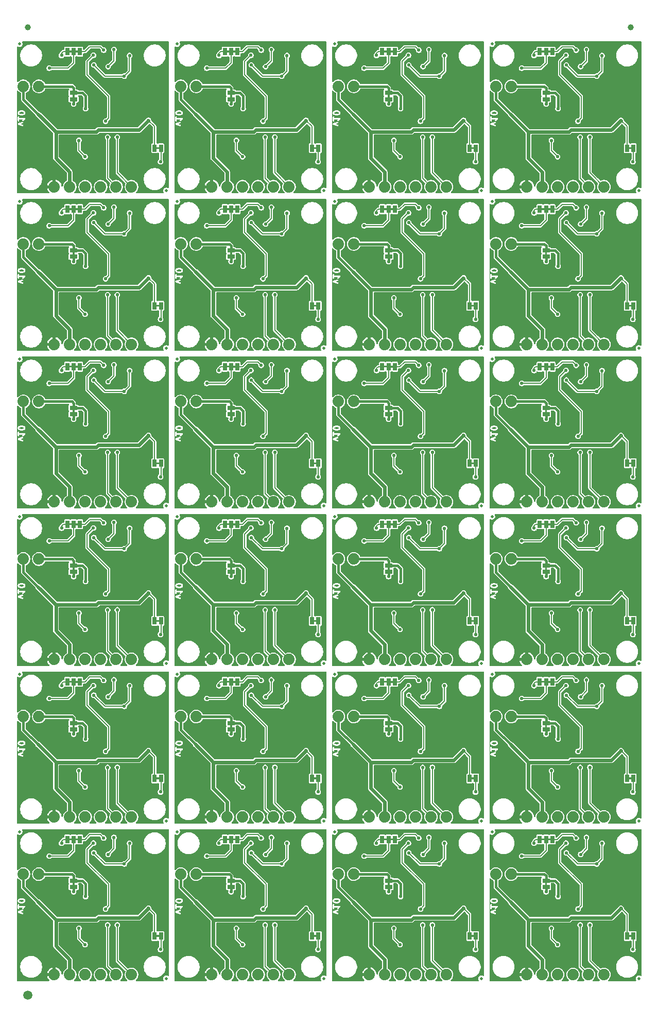
<source format=gbl>
%TF.GenerationSoftware,KiCad,Pcbnew,9.0.0*%
%TF.CreationDate,2025-05-07T13:20:36-06:00*%
%TF.ProjectId,SparkFun_AS7343_Qwiic_panelized,53706172-6b46-4756-9e5f-415337333433,v10*%
%TF.SameCoordinates,Original*%
%TF.FileFunction,Copper,L2,Bot*%
%TF.FilePolarity,Positive*%
%FSLAX46Y46*%
G04 Gerber Fmt 4.6, Leading zero omitted, Abs format (unit mm)*
G04 Created by KiCad (PCBNEW 9.0.0) date 2025-05-07 13:20:36*
%MOMM*%
%LPD*%
G01*
G04 APERTURE LIST*
%ADD10C,0.254000*%
%TA.AperFunction,EtchedComponent*%
%ADD11C,0.000000*%
%TD*%
%TA.AperFunction,SMDPad,CuDef*%
%ADD12C,1.000000*%
%TD*%
%TA.AperFunction,SMDPad,CuDef*%
%ADD13C,1.500000*%
%TD*%
%TA.AperFunction,SMDPad,CuDef*%
%ADD14R,1.270000X0.660400*%
%TD*%
%TA.AperFunction,SMDPad,CuDef*%
%ADD15C,0.500000*%
%TD*%
%TA.AperFunction,SMDPad,CuDef*%
%ADD16R,0.660400X1.270000*%
%TD*%
%TA.AperFunction,ComponentPad*%
%ADD17C,1.879600*%
%TD*%
%TA.AperFunction,ViaPad*%
%ADD18C,0.560000*%
%TD*%
%TA.AperFunction,Conductor*%
%ADD19C,0.406400*%
%TD*%
%TA.AperFunction,Conductor*%
%ADD20C,0.203200*%
%TD*%
%TA.AperFunction,Conductor*%
%ADD21C,0.558800*%
%TD*%
G04 APERTURE END LIST*
D10*
G36*
X78947337Y143035935D02*
G01*
X79013193Y143003007D01*
X79032432Y142983768D01*
X79058187Y142932258D01*
X79058187Y142895456D01*
X79032432Y142843946D01*
X79013193Y142824707D01*
X78947337Y142791779D01*
X78782505Y142750571D01*
X78571868Y142750571D01*
X78407036Y142791779D01*
X78341178Y142824707D01*
X78321943Y142843943D01*
X78296187Y142895456D01*
X78296187Y142932258D01*
X78321943Y142983770D01*
X78341178Y143003006D01*
X78407036Y143035935D01*
X78571868Y143077143D01*
X78782505Y143077143D01*
X78947337Y143035935D01*
G37*
G36*
X79439187Y140580840D02*
G01*
X77915187Y140580840D01*
X77915187Y141093943D01*
X78043551Y141093943D01*
X78044473Y141075381D01*
X78043551Y141056819D01*
X78045694Y141050816D01*
X78046011Y141044451D01*
X78053966Y141027656D01*
X78060217Y141010154D01*
X78064495Y141005428D01*
X78067224Y140999667D01*
X78081001Y140987195D01*
X78093473Y140973418D01*
X78099234Y140970689D01*
X78103960Y140966411D01*
X78126472Y140955780D01*
X78803805Y140713875D01*
X78827958Y140707840D01*
X78877450Y140710300D01*
X78922234Y140731513D01*
X78955490Y140768249D01*
X78972156Y140814915D01*
X78969696Y140864406D01*
X78948482Y140909190D01*
X78911746Y140942446D01*
X78889234Y140953077D01*
X78546783Y141075381D01*
X78889234Y141197685D01*
X78911746Y141208316D01*
X78948482Y141241572D01*
X78969696Y141286356D01*
X78972156Y141335847D01*
X78955490Y141382513D01*
X78922234Y141419249D01*
X78877450Y141440462D01*
X78827958Y141442922D01*
X78803805Y141436887D01*
X78126472Y141194982D01*
X78103960Y141184351D01*
X78099234Y141180072D01*
X78093473Y141177344D01*
X78081001Y141163566D01*
X78067224Y141151095D01*
X78064495Y141145333D01*
X78060217Y141140608D01*
X78053966Y141123105D01*
X78046011Y141106311D01*
X78045694Y141099945D01*
X78043551Y141093943D01*
X77915187Y141093943D01*
X77915187Y142236524D01*
X78042187Y142236524D01*
X78042187Y141655952D01*
X78044627Y141631176D01*
X78063590Y141585395D01*
X78098630Y141550355D01*
X78144411Y141531392D01*
X78193963Y141531392D01*
X78239744Y141550355D01*
X78274784Y141585395D01*
X78293747Y141631176D01*
X78296187Y141655952D01*
X78296187Y141819238D01*
X78835813Y141819238D01*
X78829690Y141809510D01*
X78781309Y141712748D01*
X78772411Y141689497D01*
X78768898Y141640068D01*
X78784568Y141593057D01*
X78817036Y141555622D01*
X78861356Y141533462D01*
X78910785Y141529949D01*
X78957796Y141545619D01*
X78995231Y141578087D01*
X79008493Y141599156D01*
X79047656Y141677482D01*
X79120955Y141750782D01*
X79255634Y141840568D01*
X79255701Y141840623D01*
X79255744Y141840641D01*
X79255838Y141840735D01*
X79274895Y141856341D01*
X79281892Y141866789D01*
X79290784Y141875681D01*
X79295545Y141887175D01*
X79302469Y141897514D01*
X79304935Y141909844D01*
X79309747Y141921462D01*
X79309747Y141933905D01*
X79312187Y141946106D01*
X79309747Y141958439D01*
X79309747Y141971014D01*
X79304984Y141982511D01*
X79302570Y141994716D01*
X79295596Y142005176D01*
X79290784Y142016795D01*
X79281985Y142025593D01*
X79275084Y142035946D01*
X79264635Y142042943D01*
X79255744Y142051835D01*
X79244249Y142056596D01*
X79233911Y142063520D01*
X79221580Y142065986D01*
X79209963Y142070798D01*
X79185447Y142073212D01*
X79185319Y142073238D01*
X79185275Y142073229D01*
X79185187Y142073238D01*
X78296187Y142073238D01*
X78296187Y142236524D01*
X78293747Y142261300D01*
X78274784Y142307081D01*
X78239744Y142342121D01*
X78193963Y142361084D01*
X78144411Y142361084D01*
X78098630Y142342121D01*
X78063590Y142307081D01*
X78044627Y142261300D01*
X78042187Y142236524D01*
X77915187Y142236524D01*
X77915187Y142962238D01*
X78042187Y142962238D01*
X78042187Y142865476D01*
X78044627Y142840700D01*
X78046373Y142836483D01*
X78046697Y142831931D01*
X78055595Y142808680D01*
X78103976Y142711918D01*
X78110687Y142701255D01*
X78111971Y142698157D01*
X78114833Y142694669D01*
X78117238Y142690849D01*
X78119772Y142688650D01*
X78127765Y142678912D01*
X78176144Y142630532D01*
X78185885Y142622537D01*
X78188083Y142620003D01*
X78191900Y142617599D01*
X78195389Y142614737D01*
X78198488Y142613452D01*
X78209152Y142606741D01*
X78305914Y142558360D01*
X78307726Y142557666D01*
X78308464Y142557120D01*
X78318856Y142553407D01*
X78329165Y142549462D01*
X78330080Y142549396D01*
X78331908Y142548744D01*
X78525432Y142500363D01*
X78529727Y142499727D01*
X78531458Y142499011D01*
X78540787Y142498092D01*
X78550060Y142496721D01*
X78551912Y142496996D01*
X78556234Y142496571D01*
X78798139Y142496571D01*
X78802460Y142496996D01*
X78804313Y142496721D01*
X78813585Y142498092D01*
X78822915Y142499011D01*
X78824645Y142499727D01*
X78828941Y142500363D01*
X79022465Y142548744D01*
X79024292Y142549396D01*
X79025208Y142549462D01*
X79035508Y142553404D01*
X79045910Y142557120D01*
X79046648Y142557667D01*
X79048459Y142558360D01*
X79145221Y142606741D01*
X79155885Y142613454D01*
X79158983Y142614737D01*
X79162469Y142617598D01*
X79166290Y142620003D01*
X79168487Y142622536D01*
X79178228Y142630530D01*
X79226609Y142678911D01*
X79234602Y142688651D01*
X79237136Y142690849D01*
X79239540Y142694669D01*
X79242402Y142698156D01*
X79243684Y142701253D01*
X79250398Y142711918D01*
X79298779Y142808680D01*
X79307677Y142831931D01*
X79308000Y142836483D01*
X79309747Y142840700D01*
X79312187Y142865476D01*
X79312187Y142962238D01*
X79309747Y142987014D01*
X79308000Y142991230D01*
X79307677Y142995783D01*
X79298779Y143019034D01*
X79250398Y143115796D01*
X79243684Y143126460D01*
X79242402Y143129558D01*
X79239540Y143133044D01*
X79237136Y143136865D01*
X79234602Y143139062D01*
X79226609Y143148803D01*
X79178228Y143197184D01*
X79168487Y143205177D01*
X79166290Y143207711D01*
X79162469Y143210115D01*
X79158983Y143212977D01*
X79155885Y143214259D01*
X79145221Y143220973D01*
X79048459Y143269354D01*
X79046648Y143270046D01*
X79045910Y143270594D01*
X79035508Y143274309D01*
X79025208Y143278252D01*
X79024292Y143278317D01*
X79022465Y143278970D01*
X78828941Y143327351D01*
X78824645Y143327986D01*
X78822915Y143328703D01*
X78813585Y143329621D01*
X78804313Y143330993D01*
X78802460Y143330717D01*
X78798139Y143331143D01*
X78556234Y143331143D01*
X78551912Y143330717D01*
X78550060Y143330993D01*
X78540787Y143329621D01*
X78531458Y143328703D01*
X78529727Y143327986D01*
X78525432Y143327351D01*
X78331908Y143278970D01*
X78330080Y143278317D01*
X78329165Y143278252D01*
X78318856Y143274306D01*
X78308464Y143270594D01*
X78307726Y143270047D01*
X78305914Y143269354D01*
X78209152Y143220973D01*
X78198488Y143214261D01*
X78195389Y143212977D01*
X78191900Y143210114D01*
X78188083Y143207711D01*
X78185885Y143205176D01*
X78176144Y143197182D01*
X78127765Y143148802D01*
X78119772Y143139063D01*
X78117238Y143136865D01*
X78114833Y143133044D01*
X78111971Y143129557D01*
X78110687Y143126458D01*
X78103976Y143115796D01*
X78055595Y143019034D01*
X78046697Y142995783D01*
X78046373Y142991230D01*
X78044627Y142987014D01*
X78042187Y142962238D01*
X77915187Y142962238D01*
X77915187Y143458143D01*
X79439187Y143458143D01*
X79439187Y140580840D01*
G37*
G36*
X78947337Y117135935D02*
G01*
X79013193Y117103007D01*
X79032432Y117083768D01*
X79058187Y117032258D01*
X79058187Y116995456D01*
X79032432Y116943946D01*
X79013193Y116924707D01*
X78947337Y116891779D01*
X78782505Y116850571D01*
X78571868Y116850571D01*
X78407036Y116891779D01*
X78341178Y116924707D01*
X78321943Y116943943D01*
X78296187Y116995456D01*
X78296187Y117032258D01*
X78321943Y117083770D01*
X78341178Y117103006D01*
X78407036Y117135935D01*
X78571868Y117177143D01*
X78782505Y117177143D01*
X78947337Y117135935D01*
G37*
G36*
X79439187Y114680840D02*
G01*
X77915187Y114680840D01*
X77915187Y115193943D01*
X78043551Y115193943D01*
X78044473Y115175381D01*
X78043551Y115156819D01*
X78045694Y115150816D01*
X78046011Y115144451D01*
X78053966Y115127656D01*
X78060217Y115110154D01*
X78064495Y115105428D01*
X78067224Y115099667D01*
X78081001Y115087195D01*
X78093473Y115073418D01*
X78099234Y115070689D01*
X78103960Y115066411D01*
X78126472Y115055780D01*
X78803805Y114813875D01*
X78827958Y114807840D01*
X78877450Y114810300D01*
X78922234Y114831513D01*
X78955490Y114868249D01*
X78972156Y114914915D01*
X78969696Y114964406D01*
X78948482Y115009190D01*
X78911746Y115042446D01*
X78889234Y115053077D01*
X78546783Y115175381D01*
X78889234Y115297685D01*
X78911746Y115308316D01*
X78948482Y115341572D01*
X78969696Y115386356D01*
X78972156Y115435847D01*
X78955490Y115482513D01*
X78922234Y115519249D01*
X78877450Y115540462D01*
X78827958Y115542922D01*
X78803805Y115536887D01*
X78126472Y115294982D01*
X78103960Y115284351D01*
X78099234Y115280072D01*
X78093473Y115277344D01*
X78081001Y115263566D01*
X78067224Y115251095D01*
X78064495Y115245333D01*
X78060217Y115240608D01*
X78053966Y115223105D01*
X78046011Y115206311D01*
X78045694Y115199945D01*
X78043551Y115193943D01*
X77915187Y115193943D01*
X77915187Y116336524D01*
X78042187Y116336524D01*
X78042187Y115755952D01*
X78044627Y115731176D01*
X78063590Y115685395D01*
X78098630Y115650355D01*
X78144411Y115631392D01*
X78193963Y115631392D01*
X78239744Y115650355D01*
X78274784Y115685395D01*
X78293747Y115731176D01*
X78296187Y115755952D01*
X78296187Y115919238D01*
X78835813Y115919238D01*
X78829690Y115909510D01*
X78781309Y115812748D01*
X78772411Y115789497D01*
X78768898Y115740068D01*
X78784568Y115693057D01*
X78817036Y115655622D01*
X78861356Y115633462D01*
X78910785Y115629949D01*
X78957796Y115645619D01*
X78995231Y115678087D01*
X79008493Y115699156D01*
X79047656Y115777482D01*
X79120955Y115850782D01*
X79255634Y115940568D01*
X79255701Y115940623D01*
X79255744Y115940641D01*
X79255838Y115940735D01*
X79274895Y115956341D01*
X79281892Y115966789D01*
X79290784Y115975681D01*
X79295545Y115987175D01*
X79302469Y115997514D01*
X79304935Y116009844D01*
X79309747Y116021462D01*
X79309747Y116033905D01*
X79312187Y116046106D01*
X79309747Y116058439D01*
X79309747Y116071014D01*
X79304984Y116082511D01*
X79302570Y116094716D01*
X79295596Y116105176D01*
X79290784Y116116795D01*
X79281985Y116125593D01*
X79275084Y116135946D01*
X79264635Y116142943D01*
X79255744Y116151835D01*
X79244249Y116156596D01*
X79233911Y116163520D01*
X79221580Y116165986D01*
X79209963Y116170798D01*
X79185447Y116173212D01*
X79185319Y116173238D01*
X79185275Y116173229D01*
X79185187Y116173238D01*
X78296187Y116173238D01*
X78296187Y116336524D01*
X78293747Y116361300D01*
X78274784Y116407081D01*
X78239744Y116442121D01*
X78193963Y116461084D01*
X78144411Y116461084D01*
X78098630Y116442121D01*
X78063590Y116407081D01*
X78044627Y116361300D01*
X78042187Y116336524D01*
X77915187Y116336524D01*
X77915187Y117062238D01*
X78042187Y117062238D01*
X78042187Y116965476D01*
X78044627Y116940700D01*
X78046373Y116936483D01*
X78046697Y116931931D01*
X78055595Y116908680D01*
X78103976Y116811918D01*
X78110687Y116801255D01*
X78111971Y116798157D01*
X78114833Y116794669D01*
X78117238Y116790849D01*
X78119772Y116788650D01*
X78127765Y116778912D01*
X78176144Y116730532D01*
X78185885Y116722537D01*
X78188083Y116720003D01*
X78191900Y116717599D01*
X78195389Y116714737D01*
X78198488Y116713452D01*
X78209152Y116706741D01*
X78305914Y116658360D01*
X78307726Y116657666D01*
X78308464Y116657120D01*
X78318856Y116653407D01*
X78329165Y116649462D01*
X78330080Y116649396D01*
X78331908Y116648744D01*
X78525432Y116600363D01*
X78529727Y116599727D01*
X78531458Y116599011D01*
X78540787Y116598092D01*
X78550060Y116596721D01*
X78551912Y116596996D01*
X78556234Y116596571D01*
X78798139Y116596571D01*
X78802460Y116596996D01*
X78804313Y116596721D01*
X78813585Y116598092D01*
X78822915Y116599011D01*
X78824645Y116599727D01*
X78828941Y116600363D01*
X79022465Y116648744D01*
X79024292Y116649396D01*
X79025208Y116649462D01*
X79035508Y116653404D01*
X79045910Y116657120D01*
X79046648Y116657667D01*
X79048459Y116658360D01*
X79145221Y116706741D01*
X79155885Y116713454D01*
X79158983Y116714737D01*
X79162469Y116717598D01*
X79166290Y116720003D01*
X79168487Y116722536D01*
X79178228Y116730530D01*
X79226609Y116778911D01*
X79234602Y116788651D01*
X79237136Y116790849D01*
X79239540Y116794669D01*
X79242402Y116798156D01*
X79243684Y116801253D01*
X79250398Y116811918D01*
X79298779Y116908680D01*
X79307677Y116931931D01*
X79308000Y116936483D01*
X79309747Y116940700D01*
X79312187Y116965476D01*
X79312187Y117062238D01*
X79309747Y117087014D01*
X79308000Y117091230D01*
X79307677Y117095783D01*
X79298779Y117119034D01*
X79250398Y117215796D01*
X79243684Y117226460D01*
X79242402Y117229558D01*
X79239540Y117233044D01*
X79237136Y117236865D01*
X79234602Y117239062D01*
X79226609Y117248803D01*
X79178228Y117297184D01*
X79168487Y117305177D01*
X79166290Y117307711D01*
X79162469Y117310115D01*
X79158983Y117312977D01*
X79155885Y117314259D01*
X79145221Y117320973D01*
X79048459Y117369354D01*
X79046648Y117370046D01*
X79045910Y117370594D01*
X79035508Y117374309D01*
X79025208Y117378252D01*
X79024292Y117378317D01*
X79022465Y117378970D01*
X78828941Y117427351D01*
X78824645Y117427986D01*
X78822915Y117428703D01*
X78813585Y117429621D01*
X78804313Y117430993D01*
X78802460Y117430717D01*
X78798139Y117431143D01*
X78556234Y117431143D01*
X78551912Y117430717D01*
X78550060Y117430993D01*
X78540787Y117429621D01*
X78531458Y117428703D01*
X78529727Y117427986D01*
X78525432Y117427351D01*
X78331908Y117378970D01*
X78330080Y117378317D01*
X78329165Y117378252D01*
X78318856Y117374306D01*
X78308464Y117370594D01*
X78307726Y117370047D01*
X78305914Y117369354D01*
X78209152Y117320973D01*
X78198488Y117314261D01*
X78195389Y117312977D01*
X78191900Y117310114D01*
X78188083Y117307711D01*
X78185885Y117305176D01*
X78176144Y117297182D01*
X78127765Y117248802D01*
X78119772Y117239063D01*
X78117238Y117236865D01*
X78114833Y117233044D01*
X78111971Y117229557D01*
X78110687Y117226458D01*
X78103976Y117215796D01*
X78055595Y117119034D01*
X78046697Y117095783D01*
X78046373Y117091230D01*
X78044627Y117087014D01*
X78042187Y117062238D01*
X77915187Y117062238D01*
X77915187Y117558143D01*
X79439187Y117558143D01*
X79439187Y114680840D01*
G37*
G36*
X78947337Y91235936D02*
G01*
X79013193Y91203008D01*
X79032432Y91183769D01*
X79058187Y91132259D01*
X79058187Y91095457D01*
X79032432Y91043947D01*
X79013193Y91024708D01*
X78947337Y90991780D01*
X78782505Y90950572D01*
X78571868Y90950572D01*
X78407036Y90991780D01*
X78341178Y91024709D01*
X78321943Y91043945D01*
X78296187Y91095457D01*
X78296187Y91132259D01*
X78321943Y91183772D01*
X78341178Y91203008D01*
X78407036Y91235936D01*
X78571868Y91277144D01*
X78782505Y91277144D01*
X78947337Y91235936D01*
G37*
G36*
X79439187Y88780841D02*
G01*
X77915187Y88780841D01*
X77915187Y89293944D01*
X78043551Y89293944D01*
X78044473Y89275382D01*
X78043551Y89256820D01*
X78045694Y89250818D01*
X78046011Y89244452D01*
X78053966Y89227658D01*
X78060217Y89210155D01*
X78064495Y89205430D01*
X78067224Y89199668D01*
X78081001Y89187197D01*
X78093473Y89173419D01*
X78099234Y89170691D01*
X78103960Y89166412D01*
X78126472Y89155781D01*
X78803805Y88913876D01*
X78827958Y88907841D01*
X78877450Y88910301D01*
X78922234Y88931514D01*
X78955490Y88968250D01*
X78972156Y89014916D01*
X78969696Y89064407D01*
X78948482Y89109191D01*
X78911746Y89142447D01*
X78889234Y89153078D01*
X78546783Y89275382D01*
X78889234Y89397686D01*
X78911746Y89408317D01*
X78948482Y89441573D01*
X78969696Y89486357D01*
X78972156Y89535848D01*
X78955490Y89582514D01*
X78922234Y89619250D01*
X78877450Y89640463D01*
X78827958Y89642923D01*
X78803805Y89636888D01*
X78126472Y89394983D01*
X78103960Y89384352D01*
X78099234Y89380074D01*
X78093473Y89377345D01*
X78081001Y89363568D01*
X78067224Y89351096D01*
X78064495Y89345335D01*
X78060217Y89340609D01*
X78053966Y89323107D01*
X78046011Y89306312D01*
X78045694Y89299947D01*
X78043551Y89293944D01*
X77915187Y89293944D01*
X77915187Y90436525D01*
X78042187Y90436525D01*
X78042187Y89855953D01*
X78044627Y89831177D01*
X78063590Y89785396D01*
X78098630Y89750356D01*
X78144411Y89731393D01*
X78193963Y89731393D01*
X78239744Y89750356D01*
X78274784Y89785396D01*
X78293747Y89831177D01*
X78296187Y89855953D01*
X78296187Y90019239D01*
X78835813Y90019239D01*
X78829690Y90009511D01*
X78781309Y89912749D01*
X78772411Y89889498D01*
X78768898Y89840069D01*
X78784568Y89793058D01*
X78817036Y89755623D01*
X78861356Y89733463D01*
X78910785Y89729950D01*
X78957796Y89745620D01*
X78995231Y89778088D01*
X79008493Y89799157D01*
X79047656Y89877484D01*
X79120955Y89950784D01*
X79255634Y90040569D01*
X79255701Y90040625D01*
X79255744Y90040642D01*
X79255838Y90040737D01*
X79274895Y90056342D01*
X79281892Y90066791D01*
X79290784Y90075682D01*
X79295545Y90087177D01*
X79302469Y90097515D01*
X79304935Y90109846D01*
X79309747Y90121463D01*
X79309747Y90133907D01*
X79312187Y90146107D01*
X79309747Y90158441D01*
X79309747Y90171015D01*
X79304984Y90182513D01*
X79302570Y90194717D01*
X79295596Y90205178D01*
X79290784Y90216796D01*
X79281985Y90225595D01*
X79275084Y90235947D01*
X79264635Y90242945D01*
X79255744Y90251836D01*
X79244249Y90256598D01*
X79233911Y90263521D01*
X79221580Y90265988D01*
X79209963Y90270799D01*
X79185447Y90273214D01*
X79185319Y90273239D01*
X79185275Y90273231D01*
X79185187Y90273239D01*
X78296187Y90273239D01*
X78296187Y90436525D01*
X78293747Y90461301D01*
X78274784Y90507082D01*
X78239744Y90542122D01*
X78193963Y90561085D01*
X78144411Y90561085D01*
X78098630Y90542122D01*
X78063590Y90507082D01*
X78044627Y90461301D01*
X78042187Y90436525D01*
X77915187Y90436525D01*
X77915187Y91162239D01*
X78042187Y91162239D01*
X78042187Y91065477D01*
X78044627Y91040701D01*
X78046373Y91036485D01*
X78046697Y91031932D01*
X78055595Y91008681D01*
X78103976Y90911919D01*
X78110687Y90901257D01*
X78111971Y90898158D01*
X78114833Y90894671D01*
X78117238Y90890850D01*
X78119772Y90888652D01*
X78127765Y90878913D01*
X78176144Y90830533D01*
X78185885Y90822539D01*
X78188083Y90820004D01*
X78191900Y90817601D01*
X78195389Y90814738D01*
X78198488Y90813454D01*
X78209152Y90806742D01*
X78305914Y90758361D01*
X78307726Y90757668D01*
X78308464Y90757121D01*
X78318856Y90753409D01*
X78329165Y90749463D01*
X78330080Y90749398D01*
X78331908Y90748745D01*
X78525432Y90700364D01*
X78529727Y90699729D01*
X78531458Y90699012D01*
X78540787Y90698094D01*
X78550060Y90696722D01*
X78551912Y90696998D01*
X78556234Y90696572D01*
X78798139Y90696572D01*
X78802460Y90696998D01*
X78804313Y90696722D01*
X78813585Y90698094D01*
X78822915Y90699012D01*
X78824645Y90699729D01*
X78828941Y90700364D01*
X79022465Y90748745D01*
X79024292Y90749398D01*
X79025208Y90749463D01*
X79035508Y90753406D01*
X79045910Y90757121D01*
X79046648Y90757669D01*
X79048459Y90758361D01*
X79145221Y90806742D01*
X79155885Y90813456D01*
X79158983Y90814738D01*
X79162469Y90817600D01*
X79166290Y90820004D01*
X79168487Y90822538D01*
X79178228Y90830531D01*
X79226609Y90878912D01*
X79234602Y90888653D01*
X79237136Y90890850D01*
X79239540Y90894671D01*
X79242402Y90898157D01*
X79243684Y90901255D01*
X79250398Y90911919D01*
X79298779Y91008681D01*
X79307677Y91031932D01*
X79308000Y91036485D01*
X79309747Y91040701D01*
X79312187Y91065477D01*
X79312187Y91162239D01*
X79309747Y91187015D01*
X79308000Y91191232D01*
X79307677Y91195784D01*
X79298779Y91219035D01*
X79250398Y91315797D01*
X79243684Y91326462D01*
X79242402Y91329559D01*
X79239540Y91333046D01*
X79237136Y91336866D01*
X79234602Y91339064D01*
X79226609Y91348804D01*
X79178228Y91397185D01*
X79168487Y91405179D01*
X79166290Y91407712D01*
X79162469Y91410117D01*
X79158983Y91412978D01*
X79155885Y91414261D01*
X79145221Y91420974D01*
X79048459Y91469355D01*
X79046648Y91470048D01*
X79045910Y91470595D01*
X79035508Y91474311D01*
X79025208Y91478253D01*
X79024292Y91478319D01*
X79022465Y91478971D01*
X78828941Y91527352D01*
X78824645Y91527988D01*
X78822915Y91528704D01*
X78813585Y91529623D01*
X78804313Y91530994D01*
X78802460Y91530719D01*
X78798139Y91531144D01*
X78556234Y91531144D01*
X78551912Y91530719D01*
X78550060Y91530994D01*
X78540787Y91529623D01*
X78531458Y91528704D01*
X78529727Y91527988D01*
X78525432Y91527352D01*
X78331908Y91478971D01*
X78330080Y91478319D01*
X78329165Y91478253D01*
X78318856Y91474308D01*
X78308464Y91470595D01*
X78307726Y91470049D01*
X78305914Y91469355D01*
X78209152Y91420974D01*
X78198488Y91414263D01*
X78195389Y91412978D01*
X78191900Y91410116D01*
X78188083Y91407712D01*
X78185885Y91405178D01*
X78176144Y91397183D01*
X78127765Y91348803D01*
X78119772Y91339065D01*
X78117238Y91336866D01*
X78114833Y91333046D01*
X78111971Y91329558D01*
X78110687Y91326460D01*
X78103976Y91315797D01*
X78055595Y91219035D01*
X78046697Y91195784D01*
X78046373Y91191232D01*
X78044627Y91187015D01*
X78042187Y91162239D01*
X77915187Y91162239D01*
X77915187Y91658144D01*
X79439187Y91658144D01*
X79439187Y88780841D01*
G37*
G36*
X78947337Y65335936D02*
G01*
X79013193Y65303008D01*
X79032432Y65283769D01*
X79058187Y65232259D01*
X79058187Y65195457D01*
X79032432Y65143947D01*
X79013193Y65124708D01*
X78947337Y65091780D01*
X78782505Y65050572D01*
X78571868Y65050572D01*
X78407036Y65091780D01*
X78341178Y65124709D01*
X78321943Y65143945D01*
X78296187Y65195457D01*
X78296187Y65232259D01*
X78321943Y65283772D01*
X78341178Y65303008D01*
X78407036Y65335936D01*
X78571868Y65377144D01*
X78782505Y65377144D01*
X78947337Y65335936D01*
G37*
G36*
X79439187Y62880841D02*
G01*
X77915187Y62880841D01*
X77915187Y63393944D01*
X78043551Y63393944D01*
X78044473Y63375382D01*
X78043551Y63356820D01*
X78045694Y63350818D01*
X78046011Y63344452D01*
X78053966Y63327658D01*
X78060217Y63310155D01*
X78064495Y63305430D01*
X78067224Y63299668D01*
X78081001Y63287197D01*
X78093473Y63273419D01*
X78099234Y63270691D01*
X78103960Y63266412D01*
X78126472Y63255781D01*
X78803805Y63013876D01*
X78827958Y63007841D01*
X78877450Y63010301D01*
X78922234Y63031514D01*
X78955490Y63068250D01*
X78972156Y63114916D01*
X78969696Y63164407D01*
X78948482Y63209191D01*
X78911746Y63242447D01*
X78889234Y63253078D01*
X78546783Y63375382D01*
X78889234Y63497686D01*
X78911746Y63508317D01*
X78948482Y63541573D01*
X78969696Y63586357D01*
X78972156Y63635848D01*
X78955490Y63682514D01*
X78922234Y63719250D01*
X78877450Y63740463D01*
X78827958Y63742923D01*
X78803805Y63736888D01*
X78126472Y63494983D01*
X78103960Y63484352D01*
X78099234Y63480074D01*
X78093473Y63477345D01*
X78081001Y63463568D01*
X78067224Y63451096D01*
X78064495Y63445335D01*
X78060217Y63440609D01*
X78053966Y63423107D01*
X78046011Y63406312D01*
X78045694Y63399947D01*
X78043551Y63393944D01*
X77915187Y63393944D01*
X77915187Y64536525D01*
X78042187Y64536525D01*
X78042187Y63955953D01*
X78044627Y63931177D01*
X78063590Y63885396D01*
X78098630Y63850356D01*
X78144411Y63831393D01*
X78193963Y63831393D01*
X78239744Y63850356D01*
X78274784Y63885396D01*
X78293747Y63931177D01*
X78296187Y63955953D01*
X78296187Y64119239D01*
X78835813Y64119239D01*
X78829690Y64109511D01*
X78781309Y64012749D01*
X78772411Y63989498D01*
X78768898Y63940069D01*
X78784568Y63893058D01*
X78817036Y63855623D01*
X78861356Y63833463D01*
X78910785Y63829950D01*
X78957796Y63845620D01*
X78995231Y63878088D01*
X79008493Y63899157D01*
X79047656Y63977484D01*
X79120955Y64050784D01*
X79255634Y64140569D01*
X79255701Y64140625D01*
X79255744Y64140642D01*
X79255838Y64140737D01*
X79274895Y64156342D01*
X79281892Y64166791D01*
X79290784Y64175682D01*
X79295545Y64187177D01*
X79302469Y64197515D01*
X79304935Y64209846D01*
X79309747Y64221463D01*
X79309747Y64233907D01*
X79312187Y64246107D01*
X79309747Y64258441D01*
X79309747Y64271015D01*
X79304984Y64282513D01*
X79302570Y64294717D01*
X79295596Y64305178D01*
X79290784Y64316796D01*
X79281985Y64325595D01*
X79275084Y64335947D01*
X79264635Y64342945D01*
X79255744Y64351836D01*
X79244249Y64356598D01*
X79233911Y64363521D01*
X79221580Y64365988D01*
X79209963Y64370799D01*
X79185447Y64373214D01*
X79185319Y64373239D01*
X79185275Y64373231D01*
X79185187Y64373239D01*
X78296187Y64373239D01*
X78296187Y64536525D01*
X78293747Y64561301D01*
X78274784Y64607082D01*
X78239744Y64642122D01*
X78193963Y64661085D01*
X78144411Y64661085D01*
X78098630Y64642122D01*
X78063590Y64607082D01*
X78044627Y64561301D01*
X78042187Y64536525D01*
X77915187Y64536525D01*
X77915187Y65262239D01*
X78042187Y65262239D01*
X78042187Y65165477D01*
X78044627Y65140701D01*
X78046373Y65136485D01*
X78046697Y65131932D01*
X78055595Y65108681D01*
X78103976Y65011919D01*
X78110687Y65001257D01*
X78111971Y64998158D01*
X78114833Y64994671D01*
X78117238Y64990850D01*
X78119772Y64988652D01*
X78127765Y64978913D01*
X78176144Y64930533D01*
X78185885Y64922539D01*
X78188083Y64920004D01*
X78191900Y64917601D01*
X78195389Y64914738D01*
X78198488Y64913454D01*
X78209152Y64906742D01*
X78305914Y64858361D01*
X78307726Y64857668D01*
X78308464Y64857121D01*
X78318856Y64853409D01*
X78329165Y64849463D01*
X78330080Y64849398D01*
X78331908Y64848745D01*
X78525432Y64800364D01*
X78529727Y64799729D01*
X78531458Y64799012D01*
X78540787Y64798094D01*
X78550060Y64796722D01*
X78551912Y64796998D01*
X78556234Y64796572D01*
X78798139Y64796572D01*
X78802460Y64796998D01*
X78804313Y64796722D01*
X78813585Y64798094D01*
X78822915Y64799012D01*
X78824645Y64799729D01*
X78828941Y64800364D01*
X79022465Y64848745D01*
X79024292Y64849398D01*
X79025208Y64849463D01*
X79035508Y64853406D01*
X79045910Y64857121D01*
X79046648Y64857669D01*
X79048459Y64858361D01*
X79145221Y64906742D01*
X79155885Y64913456D01*
X79158983Y64914738D01*
X79162469Y64917600D01*
X79166290Y64920004D01*
X79168487Y64922538D01*
X79178228Y64930531D01*
X79226609Y64978912D01*
X79234602Y64988653D01*
X79237136Y64990850D01*
X79239540Y64994671D01*
X79242402Y64998157D01*
X79243684Y65001255D01*
X79250398Y65011919D01*
X79298779Y65108681D01*
X79307677Y65131932D01*
X79308000Y65136485D01*
X79309747Y65140701D01*
X79312187Y65165477D01*
X79312187Y65262239D01*
X79309747Y65287015D01*
X79308000Y65291232D01*
X79307677Y65295784D01*
X79298779Y65319035D01*
X79250398Y65415797D01*
X79243684Y65426462D01*
X79242402Y65429559D01*
X79239540Y65433046D01*
X79237136Y65436866D01*
X79234602Y65439064D01*
X79226609Y65448804D01*
X79178228Y65497185D01*
X79168487Y65505179D01*
X79166290Y65507712D01*
X79162469Y65510117D01*
X79158983Y65512978D01*
X79155885Y65514261D01*
X79145221Y65520974D01*
X79048459Y65569355D01*
X79046648Y65570048D01*
X79045910Y65570595D01*
X79035508Y65574311D01*
X79025208Y65578253D01*
X79024292Y65578319D01*
X79022465Y65578971D01*
X78828941Y65627352D01*
X78824645Y65627988D01*
X78822915Y65628704D01*
X78813585Y65629623D01*
X78804313Y65630994D01*
X78802460Y65630719D01*
X78798139Y65631144D01*
X78556234Y65631144D01*
X78551912Y65630719D01*
X78550060Y65630994D01*
X78540787Y65629623D01*
X78531458Y65628704D01*
X78529727Y65627988D01*
X78525432Y65627352D01*
X78331908Y65578971D01*
X78330080Y65578319D01*
X78329165Y65578253D01*
X78318856Y65574308D01*
X78308464Y65570595D01*
X78307726Y65570049D01*
X78305914Y65569355D01*
X78209152Y65520974D01*
X78198488Y65514263D01*
X78195389Y65512978D01*
X78191900Y65510116D01*
X78188083Y65507712D01*
X78185885Y65505178D01*
X78176144Y65497183D01*
X78127765Y65448803D01*
X78119772Y65439065D01*
X78117238Y65436866D01*
X78114833Y65433046D01*
X78111971Y65429558D01*
X78110687Y65426460D01*
X78103976Y65415797D01*
X78055595Y65319035D01*
X78046697Y65295784D01*
X78046373Y65291232D01*
X78044627Y65287015D01*
X78042187Y65262239D01*
X77915187Y65262239D01*
X77915187Y65758144D01*
X79439187Y65758144D01*
X79439187Y62880841D01*
G37*
G36*
X78947337Y39435936D02*
G01*
X79013193Y39403008D01*
X79032432Y39383769D01*
X79058187Y39332259D01*
X79058187Y39295457D01*
X79032432Y39243947D01*
X79013193Y39224708D01*
X78947337Y39191780D01*
X78782505Y39150572D01*
X78571868Y39150572D01*
X78407036Y39191780D01*
X78341178Y39224709D01*
X78321943Y39243945D01*
X78296187Y39295457D01*
X78296187Y39332259D01*
X78321943Y39383772D01*
X78341178Y39403008D01*
X78407036Y39435936D01*
X78571868Y39477144D01*
X78782505Y39477144D01*
X78947337Y39435936D01*
G37*
G36*
X79439187Y36980841D02*
G01*
X77915187Y36980841D01*
X77915187Y37493944D01*
X78043551Y37493944D01*
X78044473Y37475382D01*
X78043551Y37456820D01*
X78045694Y37450818D01*
X78046011Y37444452D01*
X78053966Y37427658D01*
X78060217Y37410155D01*
X78064495Y37405430D01*
X78067224Y37399668D01*
X78081001Y37387197D01*
X78093473Y37373419D01*
X78099234Y37370691D01*
X78103960Y37366412D01*
X78126472Y37355781D01*
X78803805Y37113876D01*
X78827958Y37107841D01*
X78877450Y37110301D01*
X78922234Y37131514D01*
X78955490Y37168250D01*
X78972156Y37214916D01*
X78969696Y37264407D01*
X78948482Y37309191D01*
X78911746Y37342447D01*
X78889234Y37353078D01*
X78546783Y37475382D01*
X78889234Y37597686D01*
X78911746Y37608317D01*
X78948482Y37641573D01*
X78969696Y37686357D01*
X78972156Y37735848D01*
X78955490Y37782514D01*
X78922234Y37819250D01*
X78877450Y37840463D01*
X78827958Y37842923D01*
X78803805Y37836888D01*
X78126472Y37594983D01*
X78103960Y37584352D01*
X78099234Y37580074D01*
X78093473Y37577345D01*
X78081001Y37563568D01*
X78067224Y37551096D01*
X78064495Y37545335D01*
X78060217Y37540609D01*
X78053966Y37523107D01*
X78046011Y37506312D01*
X78045694Y37499947D01*
X78043551Y37493944D01*
X77915187Y37493944D01*
X77915187Y38636525D01*
X78042187Y38636525D01*
X78042187Y38055953D01*
X78044627Y38031177D01*
X78063590Y37985396D01*
X78098630Y37950356D01*
X78144411Y37931393D01*
X78193963Y37931393D01*
X78239744Y37950356D01*
X78274784Y37985396D01*
X78293747Y38031177D01*
X78296187Y38055953D01*
X78296187Y38219239D01*
X78835813Y38219239D01*
X78829690Y38209511D01*
X78781309Y38112749D01*
X78772411Y38089498D01*
X78768898Y38040069D01*
X78784568Y37993058D01*
X78817036Y37955623D01*
X78861356Y37933463D01*
X78910785Y37929950D01*
X78957796Y37945620D01*
X78995231Y37978088D01*
X79008493Y37999157D01*
X79047656Y38077484D01*
X79120955Y38150784D01*
X79255634Y38240569D01*
X79255701Y38240625D01*
X79255744Y38240642D01*
X79255838Y38240737D01*
X79274895Y38256342D01*
X79281892Y38266791D01*
X79290784Y38275682D01*
X79295545Y38287177D01*
X79302469Y38297515D01*
X79304935Y38309846D01*
X79309747Y38321463D01*
X79309747Y38333907D01*
X79312187Y38346107D01*
X79309747Y38358441D01*
X79309747Y38371015D01*
X79304984Y38382513D01*
X79302570Y38394717D01*
X79295596Y38405178D01*
X79290784Y38416796D01*
X79281985Y38425595D01*
X79275084Y38435947D01*
X79264635Y38442945D01*
X79255744Y38451836D01*
X79244249Y38456598D01*
X79233911Y38463521D01*
X79221580Y38465988D01*
X79209963Y38470799D01*
X79185447Y38473214D01*
X79185319Y38473239D01*
X79185275Y38473231D01*
X79185187Y38473239D01*
X78296187Y38473239D01*
X78296187Y38636525D01*
X78293747Y38661301D01*
X78274784Y38707082D01*
X78239744Y38742122D01*
X78193963Y38761085D01*
X78144411Y38761085D01*
X78098630Y38742122D01*
X78063590Y38707082D01*
X78044627Y38661301D01*
X78042187Y38636525D01*
X77915187Y38636525D01*
X77915187Y39362239D01*
X78042187Y39362239D01*
X78042187Y39265477D01*
X78044627Y39240701D01*
X78046373Y39236485D01*
X78046697Y39231932D01*
X78055595Y39208681D01*
X78103976Y39111919D01*
X78110687Y39101257D01*
X78111971Y39098158D01*
X78114833Y39094671D01*
X78117238Y39090850D01*
X78119772Y39088652D01*
X78127765Y39078913D01*
X78176144Y39030533D01*
X78185885Y39022539D01*
X78188083Y39020004D01*
X78191900Y39017601D01*
X78195389Y39014738D01*
X78198488Y39013454D01*
X78209152Y39006742D01*
X78305914Y38958361D01*
X78307726Y38957668D01*
X78308464Y38957121D01*
X78318856Y38953409D01*
X78329165Y38949463D01*
X78330080Y38949398D01*
X78331908Y38948745D01*
X78525432Y38900364D01*
X78529727Y38899729D01*
X78531458Y38899012D01*
X78540787Y38898094D01*
X78550060Y38896722D01*
X78551912Y38896998D01*
X78556234Y38896572D01*
X78798139Y38896572D01*
X78802460Y38896998D01*
X78804313Y38896722D01*
X78813585Y38898094D01*
X78822915Y38899012D01*
X78824645Y38899729D01*
X78828941Y38900364D01*
X79022465Y38948745D01*
X79024292Y38949398D01*
X79025208Y38949463D01*
X79035508Y38953406D01*
X79045910Y38957121D01*
X79046648Y38957669D01*
X79048459Y38958361D01*
X79145221Y39006742D01*
X79155885Y39013456D01*
X79158983Y39014738D01*
X79162469Y39017600D01*
X79166290Y39020004D01*
X79168487Y39022538D01*
X79178228Y39030531D01*
X79226609Y39078912D01*
X79234602Y39088653D01*
X79237136Y39090850D01*
X79239540Y39094671D01*
X79242402Y39098157D01*
X79243684Y39101255D01*
X79250398Y39111919D01*
X79298779Y39208681D01*
X79307677Y39231932D01*
X79308000Y39236485D01*
X79309747Y39240701D01*
X79312187Y39265477D01*
X79312187Y39362239D01*
X79309747Y39387015D01*
X79308000Y39391232D01*
X79307677Y39395784D01*
X79298779Y39419035D01*
X79250398Y39515797D01*
X79243684Y39526462D01*
X79242402Y39529559D01*
X79239540Y39533046D01*
X79237136Y39536866D01*
X79234602Y39539064D01*
X79226609Y39548804D01*
X79178228Y39597185D01*
X79168487Y39605179D01*
X79166290Y39607712D01*
X79162469Y39610117D01*
X79158983Y39612978D01*
X79155885Y39614261D01*
X79145221Y39620974D01*
X79048459Y39669355D01*
X79046648Y39670048D01*
X79045910Y39670595D01*
X79035508Y39674311D01*
X79025208Y39678253D01*
X79024292Y39678319D01*
X79022465Y39678971D01*
X78828941Y39727352D01*
X78824645Y39727988D01*
X78822915Y39728704D01*
X78813585Y39729623D01*
X78804313Y39730994D01*
X78802460Y39730719D01*
X78798139Y39731144D01*
X78556234Y39731144D01*
X78551912Y39730719D01*
X78550060Y39730994D01*
X78540787Y39729623D01*
X78531458Y39728704D01*
X78529727Y39727988D01*
X78525432Y39727352D01*
X78331908Y39678971D01*
X78330080Y39678319D01*
X78329165Y39678253D01*
X78318856Y39674308D01*
X78308464Y39670595D01*
X78307726Y39670049D01*
X78305914Y39669355D01*
X78209152Y39620974D01*
X78198488Y39614263D01*
X78195389Y39612978D01*
X78191900Y39610116D01*
X78188083Y39607712D01*
X78185885Y39605178D01*
X78176144Y39597183D01*
X78127765Y39548803D01*
X78119772Y39539065D01*
X78117238Y39536866D01*
X78114833Y39533046D01*
X78111971Y39529558D01*
X78110687Y39526460D01*
X78103976Y39515797D01*
X78055595Y39419035D01*
X78046697Y39395784D01*
X78046373Y39391232D01*
X78044627Y39387015D01*
X78042187Y39362239D01*
X77915187Y39362239D01*
X77915187Y39858144D01*
X79439187Y39858144D01*
X79439187Y36980841D01*
G37*
G36*
X78947337Y13535936D02*
G01*
X79013193Y13503008D01*
X79032432Y13483769D01*
X79058187Y13432259D01*
X79058187Y13395457D01*
X79032432Y13343947D01*
X79013193Y13324708D01*
X78947337Y13291780D01*
X78782505Y13250572D01*
X78571868Y13250572D01*
X78407036Y13291780D01*
X78341178Y13324709D01*
X78321943Y13343945D01*
X78296187Y13395457D01*
X78296187Y13432259D01*
X78321943Y13483772D01*
X78341178Y13503008D01*
X78407036Y13535936D01*
X78571868Y13577144D01*
X78782505Y13577144D01*
X78947337Y13535936D01*
G37*
G36*
X79439187Y11080841D02*
G01*
X77915187Y11080841D01*
X77915187Y11593944D01*
X78043551Y11593944D01*
X78044473Y11575382D01*
X78043551Y11556820D01*
X78045694Y11550818D01*
X78046011Y11544452D01*
X78053966Y11527658D01*
X78060217Y11510155D01*
X78064495Y11505430D01*
X78067224Y11499668D01*
X78081001Y11487197D01*
X78093473Y11473419D01*
X78099234Y11470691D01*
X78103960Y11466412D01*
X78126472Y11455781D01*
X78803805Y11213876D01*
X78827958Y11207841D01*
X78877450Y11210301D01*
X78922234Y11231514D01*
X78955490Y11268250D01*
X78972156Y11314916D01*
X78969696Y11364407D01*
X78948482Y11409191D01*
X78911746Y11442447D01*
X78889234Y11453078D01*
X78546783Y11575382D01*
X78889234Y11697686D01*
X78911746Y11708317D01*
X78948482Y11741573D01*
X78969696Y11786357D01*
X78972156Y11835848D01*
X78955490Y11882514D01*
X78922234Y11919250D01*
X78877450Y11940463D01*
X78827958Y11942923D01*
X78803805Y11936888D01*
X78126472Y11694983D01*
X78103960Y11684352D01*
X78099234Y11680074D01*
X78093473Y11677345D01*
X78081001Y11663568D01*
X78067224Y11651096D01*
X78064495Y11645335D01*
X78060217Y11640609D01*
X78053966Y11623107D01*
X78046011Y11606312D01*
X78045694Y11599947D01*
X78043551Y11593944D01*
X77915187Y11593944D01*
X77915187Y12736525D01*
X78042187Y12736525D01*
X78042187Y12155953D01*
X78044627Y12131177D01*
X78063590Y12085396D01*
X78098630Y12050356D01*
X78144411Y12031393D01*
X78193963Y12031393D01*
X78239744Y12050356D01*
X78274784Y12085396D01*
X78293747Y12131177D01*
X78296187Y12155953D01*
X78296187Y12319239D01*
X78835813Y12319239D01*
X78829690Y12309511D01*
X78781309Y12212749D01*
X78772411Y12189498D01*
X78768898Y12140069D01*
X78784568Y12093058D01*
X78817036Y12055623D01*
X78861356Y12033463D01*
X78910785Y12029950D01*
X78957796Y12045620D01*
X78995231Y12078088D01*
X79008493Y12099157D01*
X79047656Y12177484D01*
X79120955Y12250784D01*
X79255634Y12340569D01*
X79255701Y12340625D01*
X79255744Y12340642D01*
X79255838Y12340737D01*
X79274895Y12356342D01*
X79281892Y12366791D01*
X79290784Y12375682D01*
X79295545Y12387177D01*
X79302469Y12397515D01*
X79304935Y12409846D01*
X79309747Y12421463D01*
X79309747Y12433907D01*
X79312187Y12446107D01*
X79309747Y12458441D01*
X79309747Y12471015D01*
X79304984Y12482513D01*
X79302570Y12494717D01*
X79295596Y12505178D01*
X79290784Y12516796D01*
X79281985Y12525595D01*
X79275084Y12535947D01*
X79264635Y12542945D01*
X79255744Y12551836D01*
X79244249Y12556598D01*
X79233911Y12563521D01*
X79221580Y12565988D01*
X79209963Y12570799D01*
X79185447Y12573214D01*
X79185319Y12573239D01*
X79185275Y12573231D01*
X79185187Y12573239D01*
X78296187Y12573239D01*
X78296187Y12736525D01*
X78293747Y12761301D01*
X78274784Y12807082D01*
X78239744Y12842122D01*
X78193963Y12861085D01*
X78144411Y12861085D01*
X78098630Y12842122D01*
X78063590Y12807082D01*
X78044627Y12761301D01*
X78042187Y12736525D01*
X77915187Y12736525D01*
X77915187Y13462239D01*
X78042187Y13462239D01*
X78042187Y13365477D01*
X78044627Y13340701D01*
X78046373Y13336485D01*
X78046697Y13331932D01*
X78055595Y13308681D01*
X78103976Y13211919D01*
X78110687Y13201257D01*
X78111971Y13198158D01*
X78114833Y13194671D01*
X78117238Y13190850D01*
X78119772Y13188652D01*
X78127765Y13178913D01*
X78176144Y13130533D01*
X78185885Y13122539D01*
X78188083Y13120004D01*
X78191900Y13117601D01*
X78195389Y13114738D01*
X78198488Y13113454D01*
X78209152Y13106742D01*
X78305914Y13058361D01*
X78307726Y13057668D01*
X78308464Y13057121D01*
X78318856Y13053409D01*
X78329165Y13049463D01*
X78330080Y13049398D01*
X78331908Y13048745D01*
X78525432Y13000364D01*
X78529727Y12999729D01*
X78531458Y12999012D01*
X78540787Y12998094D01*
X78550060Y12996722D01*
X78551912Y12996998D01*
X78556234Y12996572D01*
X78798139Y12996572D01*
X78802460Y12996998D01*
X78804313Y12996722D01*
X78813585Y12998094D01*
X78822915Y12999012D01*
X78824645Y12999729D01*
X78828941Y13000364D01*
X79022465Y13048745D01*
X79024292Y13049398D01*
X79025208Y13049463D01*
X79035508Y13053406D01*
X79045910Y13057121D01*
X79046648Y13057669D01*
X79048459Y13058361D01*
X79145221Y13106742D01*
X79155885Y13113456D01*
X79158983Y13114738D01*
X79162469Y13117600D01*
X79166290Y13120004D01*
X79168487Y13122538D01*
X79178228Y13130531D01*
X79226609Y13178912D01*
X79234602Y13188653D01*
X79237136Y13190850D01*
X79239540Y13194671D01*
X79242402Y13198157D01*
X79243684Y13201255D01*
X79250398Y13211919D01*
X79298779Y13308681D01*
X79307677Y13331932D01*
X79308000Y13336485D01*
X79309747Y13340701D01*
X79312187Y13365477D01*
X79312187Y13462239D01*
X79309747Y13487015D01*
X79308000Y13491232D01*
X79307677Y13495784D01*
X79298779Y13519035D01*
X79250398Y13615797D01*
X79243684Y13626462D01*
X79242402Y13629559D01*
X79239540Y13633046D01*
X79237136Y13636866D01*
X79234602Y13639064D01*
X79226609Y13648804D01*
X79178228Y13697185D01*
X79168487Y13705179D01*
X79166290Y13707712D01*
X79162469Y13710117D01*
X79158983Y13712978D01*
X79155885Y13714261D01*
X79145221Y13720974D01*
X79048459Y13769355D01*
X79046648Y13770048D01*
X79045910Y13770595D01*
X79035508Y13774311D01*
X79025208Y13778253D01*
X79024292Y13778319D01*
X79022465Y13778971D01*
X78828941Y13827352D01*
X78824645Y13827988D01*
X78822915Y13828704D01*
X78813585Y13829623D01*
X78804313Y13830994D01*
X78802460Y13830719D01*
X78798139Y13831144D01*
X78556234Y13831144D01*
X78551912Y13830719D01*
X78550060Y13830994D01*
X78540787Y13829623D01*
X78531458Y13828704D01*
X78529727Y13827988D01*
X78525432Y13827352D01*
X78331908Y13778971D01*
X78330080Y13778319D01*
X78329165Y13778253D01*
X78318856Y13774308D01*
X78308464Y13770595D01*
X78307726Y13770049D01*
X78305914Y13769355D01*
X78209152Y13720974D01*
X78198488Y13714263D01*
X78195389Y13712978D01*
X78191900Y13710116D01*
X78188083Y13707712D01*
X78185885Y13705178D01*
X78176144Y13697183D01*
X78127765Y13648803D01*
X78119772Y13639065D01*
X78117238Y13636866D01*
X78114833Y13633046D01*
X78111971Y13629558D01*
X78110687Y13626460D01*
X78103976Y13615797D01*
X78055595Y13519035D01*
X78046697Y13495784D01*
X78046373Y13491232D01*
X78044627Y13487015D01*
X78042187Y13462239D01*
X77915187Y13462239D01*
X77915187Y13958144D01*
X79439187Y13958144D01*
X79439187Y11080841D01*
G37*
G36*
X53047337Y143035935D02*
G01*
X53113193Y143003007D01*
X53132432Y142983768D01*
X53158187Y142932258D01*
X53158187Y142895456D01*
X53132432Y142843946D01*
X53113193Y142824707D01*
X53047337Y142791779D01*
X52882505Y142750571D01*
X52671868Y142750571D01*
X52507036Y142791779D01*
X52441178Y142824707D01*
X52421943Y142843943D01*
X52396187Y142895456D01*
X52396187Y142932258D01*
X52421943Y142983770D01*
X52441178Y143003006D01*
X52507036Y143035935D01*
X52671868Y143077143D01*
X52882505Y143077143D01*
X53047337Y143035935D01*
G37*
G36*
X53539187Y140580840D02*
G01*
X52015187Y140580840D01*
X52015187Y141093943D01*
X52143551Y141093943D01*
X52144473Y141075381D01*
X52143551Y141056819D01*
X52145694Y141050816D01*
X52146011Y141044451D01*
X52153966Y141027656D01*
X52160217Y141010154D01*
X52164495Y141005428D01*
X52167224Y140999667D01*
X52181001Y140987195D01*
X52193473Y140973418D01*
X52199234Y140970689D01*
X52203960Y140966411D01*
X52226472Y140955780D01*
X52903805Y140713875D01*
X52927958Y140707840D01*
X52977450Y140710300D01*
X53022234Y140731513D01*
X53055490Y140768249D01*
X53072156Y140814915D01*
X53069696Y140864406D01*
X53048482Y140909190D01*
X53011746Y140942446D01*
X52989234Y140953077D01*
X52646783Y141075381D01*
X52989234Y141197685D01*
X53011746Y141208316D01*
X53048482Y141241572D01*
X53069696Y141286356D01*
X53072156Y141335847D01*
X53055490Y141382513D01*
X53022234Y141419249D01*
X52977450Y141440462D01*
X52927958Y141442922D01*
X52903805Y141436887D01*
X52226472Y141194982D01*
X52203960Y141184351D01*
X52199234Y141180072D01*
X52193473Y141177344D01*
X52181001Y141163566D01*
X52167224Y141151095D01*
X52164495Y141145333D01*
X52160217Y141140608D01*
X52153966Y141123105D01*
X52146011Y141106311D01*
X52145694Y141099945D01*
X52143551Y141093943D01*
X52015187Y141093943D01*
X52015187Y142236524D01*
X52142187Y142236524D01*
X52142187Y141655952D01*
X52144627Y141631176D01*
X52163590Y141585395D01*
X52198630Y141550355D01*
X52244411Y141531392D01*
X52293963Y141531392D01*
X52339744Y141550355D01*
X52374784Y141585395D01*
X52393747Y141631176D01*
X52396187Y141655952D01*
X52396187Y141819238D01*
X52935813Y141819238D01*
X52929690Y141809510D01*
X52881309Y141712748D01*
X52872411Y141689497D01*
X52868898Y141640068D01*
X52884568Y141593057D01*
X52917036Y141555622D01*
X52961356Y141533462D01*
X53010785Y141529949D01*
X53057796Y141545619D01*
X53095231Y141578087D01*
X53108493Y141599156D01*
X53147656Y141677482D01*
X53220955Y141750782D01*
X53355634Y141840568D01*
X53355701Y141840623D01*
X53355744Y141840641D01*
X53355838Y141840735D01*
X53374895Y141856341D01*
X53381892Y141866789D01*
X53390784Y141875681D01*
X53395545Y141887175D01*
X53402469Y141897514D01*
X53404935Y141909844D01*
X53409747Y141921462D01*
X53409747Y141933905D01*
X53412187Y141946106D01*
X53409747Y141958439D01*
X53409747Y141971014D01*
X53404984Y141982511D01*
X53402570Y141994716D01*
X53395596Y142005176D01*
X53390784Y142016795D01*
X53381985Y142025593D01*
X53375084Y142035946D01*
X53364635Y142042943D01*
X53355744Y142051835D01*
X53344249Y142056596D01*
X53333911Y142063520D01*
X53321580Y142065986D01*
X53309963Y142070798D01*
X53285447Y142073212D01*
X53285319Y142073238D01*
X53285275Y142073229D01*
X53285187Y142073238D01*
X52396187Y142073238D01*
X52396187Y142236524D01*
X52393747Y142261300D01*
X52374784Y142307081D01*
X52339744Y142342121D01*
X52293963Y142361084D01*
X52244411Y142361084D01*
X52198630Y142342121D01*
X52163590Y142307081D01*
X52144627Y142261300D01*
X52142187Y142236524D01*
X52015187Y142236524D01*
X52015187Y142962238D01*
X52142187Y142962238D01*
X52142187Y142865476D01*
X52144627Y142840700D01*
X52146373Y142836483D01*
X52146697Y142831931D01*
X52155595Y142808680D01*
X52203976Y142711918D01*
X52210687Y142701255D01*
X52211971Y142698157D01*
X52214833Y142694669D01*
X52217238Y142690849D01*
X52219772Y142688650D01*
X52227765Y142678912D01*
X52276144Y142630532D01*
X52285885Y142622537D01*
X52288083Y142620003D01*
X52291900Y142617599D01*
X52295389Y142614737D01*
X52298488Y142613452D01*
X52309152Y142606741D01*
X52405914Y142558360D01*
X52407726Y142557666D01*
X52408464Y142557120D01*
X52418856Y142553407D01*
X52429165Y142549462D01*
X52430080Y142549396D01*
X52431908Y142548744D01*
X52625432Y142500363D01*
X52629727Y142499727D01*
X52631458Y142499011D01*
X52640787Y142498092D01*
X52650060Y142496721D01*
X52651912Y142496996D01*
X52656234Y142496571D01*
X52898139Y142496571D01*
X52902460Y142496996D01*
X52904313Y142496721D01*
X52913585Y142498092D01*
X52922915Y142499011D01*
X52924645Y142499727D01*
X52928941Y142500363D01*
X53122465Y142548744D01*
X53124292Y142549396D01*
X53125208Y142549462D01*
X53135508Y142553404D01*
X53145910Y142557120D01*
X53146648Y142557667D01*
X53148459Y142558360D01*
X53245221Y142606741D01*
X53255885Y142613454D01*
X53258983Y142614737D01*
X53262469Y142617598D01*
X53266290Y142620003D01*
X53268487Y142622536D01*
X53278228Y142630530D01*
X53326609Y142678911D01*
X53334602Y142688651D01*
X53337136Y142690849D01*
X53339540Y142694669D01*
X53342402Y142698156D01*
X53343684Y142701253D01*
X53350398Y142711918D01*
X53398779Y142808680D01*
X53407677Y142831931D01*
X53408000Y142836483D01*
X53409747Y142840700D01*
X53412187Y142865476D01*
X53412187Y142962238D01*
X53409747Y142987014D01*
X53408000Y142991230D01*
X53407677Y142995783D01*
X53398779Y143019034D01*
X53350398Y143115796D01*
X53343684Y143126460D01*
X53342402Y143129558D01*
X53339540Y143133044D01*
X53337136Y143136865D01*
X53334602Y143139062D01*
X53326609Y143148803D01*
X53278228Y143197184D01*
X53268487Y143205177D01*
X53266290Y143207711D01*
X53262469Y143210115D01*
X53258983Y143212977D01*
X53255885Y143214259D01*
X53245221Y143220973D01*
X53148459Y143269354D01*
X53146648Y143270046D01*
X53145910Y143270594D01*
X53135508Y143274309D01*
X53125208Y143278252D01*
X53124292Y143278317D01*
X53122465Y143278970D01*
X52928941Y143327351D01*
X52924645Y143327986D01*
X52922915Y143328703D01*
X52913585Y143329621D01*
X52904313Y143330993D01*
X52902460Y143330717D01*
X52898139Y143331143D01*
X52656234Y143331143D01*
X52651912Y143330717D01*
X52650060Y143330993D01*
X52640787Y143329621D01*
X52631458Y143328703D01*
X52629727Y143327986D01*
X52625432Y143327351D01*
X52431908Y143278970D01*
X52430080Y143278317D01*
X52429165Y143278252D01*
X52418856Y143274306D01*
X52408464Y143270594D01*
X52407726Y143270047D01*
X52405914Y143269354D01*
X52309152Y143220973D01*
X52298488Y143214261D01*
X52295389Y143212977D01*
X52291900Y143210114D01*
X52288083Y143207711D01*
X52285885Y143205176D01*
X52276144Y143197182D01*
X52227765Y143148802D01*
X52219772Y143139063D01*
X52217238Y143136865D01*
X52214833Y143133044D01*
X52211971Y143129557D01*
X52210687Y143126458D01*
X52203976Y143115796D01*
X52155595Y143019034D01*
X52146697Y142995783D01*
X52146373Y142991230D01*
X52144627Y142987014D01*
X52142187Y142962238D01*
X52015187Y142962238D01*
X52015187Y143458143D01*
X53539187Y143458143D01*
X53539187Y140580840D01*
G37*
G36*
X53047337Y117135935D02*
G01*
X53113193Y117103007D01*
X53132432Y117083768D01*
X53158187Y117032258D01*
X53158187Y116995456D01*
X53132432Y116943946D01*
X53113193Y116924707D01*
X53047337Y116891779D01*
X52882505Y116850571D01*
X52671868Y116850571D01*
X52507036Y116891779D01*
X52441178Y116924707D01*
X52421943Y116943943D01*
X52396187Y116995456D01*
X52396187Y117032258D01*
X52421943Y117083770D01*
X52441178Y117103006D01*
X52507036Y117135935D01*
X52671868Y117177143D01*
X52882505Y117177143D01*
X53047337Y117135935D01*
G37*
G36*
X53539187Y114680840D02*
G01*
X52015187Y114680840D01*
X52015187Y115193943D01*
X52143551Y115193943D01*
X52144473Y115175381D01*
X52143551Y115156819D01*
X52145694Y115150816D01*
X52146011Y115144451D01*
X52153966Y115127656D01*
X52160217Y115110154D01*
X52164495Y115105428D01*
X52167224Y115099667D01*
X52181001Y115087195D01*
X52193473Y115073418D01*
X52199234Y115070689D01*
X52203960Y115066411D01*
X52226472Y115055780D01*
X52903805Y114813875D01*
X52927958Y114807840D01*
X52977450Y114810300D01*
X53022234Y114831513D01*
X53055490Y114868249D01*
X53072156Y114914915D01*
X53069696Y114964406D01*
X53048482Y115009190D01*
X53011746Y115042446D01*
X52989234Y115053077D01*
X52646783Y115175381D01*
X52989234Y115297685D01*
X53011746Y115308316D01*
X53048482Y115341572D01*
X53069696Y115386356D01*
X53072156Y115435847D01*
X53055490Y115482513D01*
X53022234Y115519249D01*
X52977450Y115540462D01*
X52927958Y115542922D01*
X52903805Y115536887D01*
X52226472Y115294982D01*
X52203960Y115284351D01*
X52199234Y115280072D01*
X52193473Y115277344D01*
X52181001Y115263566D01*
X52167224Y115251095D01*
X52164495Y115245333D01*
X52160217Y115240608D01*
X52153966Y115223105D01*
X52146011Y115206311D01*
X52145694Y115199945D01*
X52143551Y115193943D01*
X52015187Y115193943D01*
X52015187Y116336524D01*
X52142187Y116336524D01*
X52142187Y115755952D01*
X52144627Y115731176D01*
X52163590Y115685395D01*
X52198630Y115650355D01*
X52244411Y115631392D01*
X52293963Y115631392D01*
X52339744Y115650355D01*
X52374784Y115685395D01*
X52393747Y115731176D01*
X52396187Y115755952D01*
X52396187Y115919238D01*
X52935813Y115919238D01*
X52929690Y115909510D01*
X52881309Y115812748D01*
X52872411Y115789497D01*
X52868898Y115740068D01*
X52884568Y115693057D01*
X52917036Y115655622D01*
X52961356Y115633462D01*
X53010785Y115629949D01*
X53057796Y115645619D01*
X53095231Y115678087D01*
X53108493Y115699156D01*
X53147656Y115777482D01*
X53220955Y115850782D01*
X53355634Y115940568D01*
X53355701Y115940623D01*
X53355744Y115940641D01*
X53355838Y115940735D01*
X53374895Y115956341D01*
X53381892Y115966789D01*
X53390784Y115975681D01*
X53395545Y115987175D01*
X53402469Y115997514D01*
X53404935Y116009844D01*
X53409747Y116021462D01*
X53409747Y116033905D01*
X53412187Y116046106D01*
X53409747Y116058439D01*
X53409747Y116071014D01*
X53404984Y116082511D01*
X53402570Y116094716D01*
X53395596Y116105176D01*
X53390784Y116116795D01*
X53381985Y116125593D01*
X53375084Y116135946D01*
X53364635Y116142943D01*
X53355744Y116151835D01*
X53344249Y116156596D01*
X53333911Y116163520D01*
X53321580Y116165986D01*
X53309963Y116170798D01*
X53285447Y116173212D01*
X53285319Y116173238D01*
X53285275Y116173229D01*
X53285187Y116173238D01*
X52396187Y116173238D01*
X52396187Y116336524D01*
X52393747Y116361300D01*
X52374784Y116407081D01*
X52339744Y116442121D01*
X52293963Y116461084D01*
X52244411Y116461084D01*
X52198630Y116442121D01*
X52163590Y116407081D01*
X52144627Y116361300D01*
X52142187Y116336524D01*
X52015187Y116336524D01*
X52015187Y117062238D01*
X52142187Y117062238D01*
X52142187Y116965476D01*
X52144627Y116940700D01*
X52146373Y116936483D01*
X52146697Y116931931D01*
X52155595Y116908680D01*
X52203976Y116811918D01*
X52210687Y116801255D01*
X52211971Y116798157D01*
X52214833Y116794669D01*
X52217238Y116790849D01*
X52219772Y116788650D01*
X52227765Y116778912D01*
X52276144Y116730532D01*
X52285885Y116722537D01*
X52288083Y116720003D01*
X52291900Y116717599D01*
X52295389Y116714737D01*
X52298488Y116713452D01*
X52309152Y116706741D01*
X52405914Y116658360D01*
X52407726Y116657666D01*
X52408464Y116657120D01*
X52418856Y116653407D01*
X52429165Y116649462D01*
X52430080Y116649396D01*
X52431908Y116648744D01*
X52625432Y116600363D01*
X52629727Y116599727D01*
X52631458Y116599011D01*
X52640787Y116598092D01*
X52650060Y116596721D01*
X52651912Y116596996D01*
X52656234Y116596571D01*
X52898139Y116596571D01*
X52902460Y116596996D01*
X52904313Y116596721D01*
X52913585Y116598092D01*
X52922915Y116599011D01*
X52924645Y116599727D01*
X52928941Y116600363D01*
X53122465Y116648744D01*
X53124292Y116649396D01*
X53125208Y116649462D01*
X53135508Y116653404D01*
X53145910Y116657120D01*
X53146648Y116657667D01*
X53148459Y116658360D01*
X53245221Y116706741D01*
X53255885Y116713454D01*
X53258983Y116714737D01*
X53262469Y116717598D01*
X53266290Y116720003D01*
X53268487Y116722536D01*
X53278228Y116730530D01*
X53326609Y116778911D01*
X53334602Y116788651D01*
X53337136Y116790849D01*
X53339540Y116794669D01*
X53342402Y116798156D01*
X53343684Y116801253D01*
X53350398Y116811918D01*
X53398779Y116908680D01*
X53407677Y116931931D01*
X53408000Y116936483D01*
X53409747Y116940700D01*
X53412187Y116965476D01*
X53412187Y117062238D01*
X53409747Y117087014D01*
X53408000Y117091230D01*
X53407677Y117095783D01*
X53398779Y117119034D01*
X53350398Y117215796D01*
X53343684Y117226460D01*
X53342402Y117229558D01*
X53339540Y117233044D01*
X53337136Y117236865D01*
X53334602Y117239062D01*
X53326609Y117248803D01*
X53278228Y117297184D01*
X53268487Y117305177D01*
X53266290Y117307711D01*
X53262469Y117310115D01*
X53258983Y117312977D01*
X53255885Y117314259D01*
X53245221Y117320973D01*
X53148459Y117369354D01*
X53146648Y117370046D01*
X53145910Y117370594D01*
X53135508Y117374309D01*
X53125208Y117378252D01*
X53124292Y117378317D01*
X53122465Y117378970D01*
X52928941Y117427351D01*
X52924645Y117427986D01*
X52922915Y117428703D01*
X52913585Y117429621D01*
X52904313Y117430993D01*
X52902460Y117430717D01*
X52898139Y117431143D01*
X52656234Y117431143D01*
X52651912Y117430717D01*
X52650060Y117430993D01*
X52640787Y117429621D01*
X52631458Y117428703D01*
X52629727Y117427986D01*
X52625432Y117427351D01*
X52431908Y117378970D01*
X52430080Y117378317D01*
X52429165Y117378252D01*
X52418856Y117374306D01*
X52408464Y117370594D01*
X52407726Y117370047D01*
X52405914Y117369354D01*
X52309152Y117320973D01*
X52298488Y117314261D01*
X52295389Y117312977D01*
X52291900Y117310114D01*
X52288083Y117307711D01*
X52285885Y117305176D01*
X52276144Y117297182D01*
X52227765Y117248802D01*
X52219772Y117239063D01*
X52217238Y117236865D01*
X52214833Y117233044D01*
X52211971Y117229557D01*
X52210687Y117226458D01*
X52203976Y117215796D01*
X52155595Y117119034D01*
X52146697Y117095783D01*
X52146373Y117091230D01*
X52144627Y117087014D01*
X52142187Y117062238D01*
X52015187Y117062238D01*
X52015187Y117558143D01*
X53539187Y117558143D01*
X53539187Y114680840D01*
G37*
G36*
X53047337Y91235936D02*
G01*
X53113193Y91203008D01*
X53132432Y91183769D01*
X53158187Y91132259D01*
X53158187Y91095457D01*
X53132432Y91043947D01*
X53113193Y91024708D01*
X53047337Y90991780D01*
X52882505Y90950572D01*
X52671868Y90950572D01*
X52507036Y90991780D01*
X52441178Y91024709D01*
X52421943Y91043945D01*
X52396187Y91095457D01*
X52396187Y91132259D01*
X52421943Y91183772D01*
X52441178Y91203008D01*
X52507036Y91235936D01*
X52671868Y91277144D01*
X52882505Y91277144D01*
X53047337Y91235936D01*
G37*
G36*
X53539187Y88780841D02*
G01*
X52015187Y88780841D01*
X52015187Y89293944D01*
X52143551Y89293944D01*
X52144473Y89275382D01*
X52143551Y89256820D01*
X52145694Y89250818D01*
X52146011Y89244452D01*
X52153966Y89227658D01*
X52160217Y89210155D01*
X52164495Y89205430D01*
X52167224Y89199668D01*
X52181001Y89187197D01*
X52193473Y89173419D01*
X52199234Y89170691D01*
X52203960Y89166412D01*
X52226472Y89155781D01*
X52903805Y88913876D01*
X52927958Y88907841D01*
X52977450Y88910301D01*
X53022234Y88931514D01*
X53055490Y88968250D01*
X53072156Y89014916D01*
X53069696Y89064407D01*
X53048482Y89109191D01*
X53011746Y89142447D01*
X52989234Y89153078D01*
X52646783Y89275382D01*
X52989234Y89397686D01*
X53011746Y89408317D01*
X53048482Y89441573D01*
X53069696Y89486357D01*
X53072156Y89535848D01*
X53055490Y89582514D01*
X53022234Y89619250D01*
X52977450Y89640463D01*
X52927958Y89642923D01*
X52903805Y89636888D01*
X52226472Y89394983D01*
X52203960Y89384352D01*
X52199234Y89380074D01*
X52193473Y89377345D01*
X52181001Y89363568D01*
X52167224Y89351096D01*
X52164495Y89345335D01*
X52160217Y89340609D01*
X52153966Y89323107D01*
X52146011Y89306312D01*
X52145694Y89299947D01*
X52143551Y89293944D01*
X52015187Y89293944D01*
X52015187Y90436525D01*
X52142187Y90436525D01*
X52142187Y89855953D01*
X52144627Y89831177D01*
X52163590Y89785396D01*
X52198630Y89750356D01*
X52244411Y89731393D01*
X52293963Y89731393D01*
X52339744Y89750356D01*
X52374784Y89785396D01*
X52393747Y89831177D01*
X52396187Y89855953D01*
X52396187Y90019239D01*
X52935813Y90019239D01*
X52929690Y90009511D01*
X52881309Y89912749D01*
X52872411Y89889498D01*
X52868898Y89840069D01*
X52884568Y89793058D01*
X52917036Y89755623D01*
X52961356Y89733463D01*
X53010785Y89729950D01*
X53057796Y89745620D01*
X53095231Y89778088D01*
X53108493Y89799157D01*
X53147656Y89877484D01*
X53220955Y89950784D01*
X53355634Y90040569D01*
X53355701Y90040625D01*
X53355744Y90040642D01*
X53355838Y90040737D01*
X53374895Y90056342D01*
X53381892Y90066791D01*
X53390784Y90075682D01*
X53395545Y90087177D01*
X53402469Y90097515D01*
X53404935Y90109846D01*
X53409747Y90121463D01*
X53409747Y90133907D01*
X53412187Y90146107D01*
X53409747Y90158441D01*
X53409747Y90171015D01*
X53404984Y90182513D01*
X53402570Y90194717D01*
X53395596Y90205178D01*
X53390784Y90216796D01*
X53381985Y90225595D01*
X53375084Y90235947D01*
X53364635Y90242945D01*
X53355744Y90251836D01*
X53344249Y90256598D01*
X53333911Y90263521D01*
X53321580Y90265988D01*
X53309963Y90270799D01*
X53285447Y90273214D01*
X53285319Y90273239D01*
X53285275Y90273231D01*
X53285187Y90273239D01*
X52396187Y90273239D01*
X52396187Y90436525D01*
X52393747Y90461301D01*
X52374784Y90507082D01*
X52339744Y90542122D01*
X52293963Y90561085D01*
X52244411Y90561085D01*
X52198630Y90542122D01*
X52163590Y90507082D01*
X52144627Y90461301D01*
X52142187Y90436525D01*
X52015187Y90436525D01*
X52015187Y91162239D01*
X52142187Y91162239D01*
X52142187Y91065477D01*
X52144627Y91040701D01*
X52146373Y91036485D01*
X52146697Y91031932D01*
X52155595Y91008681D01*
X52203976Y90911919D01*
X52210687Y90901257D01*
X52211971Y90898158D01*
X52214833Y90894671D01*
X52217238Y90890850D01*
X52219772Y90888652D01*
X52227765Y90878913D01*
X52276144Y90830533D01*
X52285885Y90822539D01*
X52288083Y90820004D01*
X52291900Y90817601D01*
X52295389Y90814738D01*
X52298488Y90813454D01*
X52309152Y90806742D01*
X52405914Y90758361D01*
X52407726Y90757668D01*
X52408464Y90757121D01*
X52418856Y90753409D01*
X52429165Y90749463D01*
X52430080Y90749398D01*
X52431908Y90748745D01*
X52625432Y90700364D01*
X52629727Y90699729D01*
X52631458Y90699012D01*
X52640787Y90698094D01*
X52650060Y90696722D01*
X52651912Y90696998D01*
X52656234Y90696572D01*
X52898139Y90696572D01*
X52902460Y90696998D01*
X52904313Y90696722D01*
X52913585Y90698094D01*
X52922915Y90699012D01*
X52924645Y90699729D01*
X52928941Y90700364D01*
X53122465Y90748745D01*
X53124292Y90749398D01*
X53125208Y90749463D01*
X53135508Y90753406D01*
X53145910Y90757121D01*
X53146648Y90757669D01*
X53148459Y90758361D01*
X53245221Y90806742D01*
X53255885Y90813456D01*
X53258983Y90814738D01*
X53262469Y90817600D01*
X53266290Y90820004D01*
X53268487Y90822538D01*
X53278228Y90830531D01*
X53326609Y90878912D01*
X53334602Y90888653D01*
X53337136Y90890850D01*
X53339540Y90894671D01*
X53342402Y90898157D01*
X53343684Y90901255D01*
X53350398Y90911919D01*
X53398779Y91008681D01*
X53407677Y91031932D01*
X53408000Y91036485D01*
X53409747Y91040701D01*
X53412187Y91065477D01*
X53412187Y91162239D01*
X53409747Y91187015D01*
X53408000Y91191232D01*
X53407677Y91195784D01*
X53398779Y91219035D01*
X53350398Y91315797D01*
X53343684Y91326462D01*
X53342402Y91329559D01*
X53339540Y91333046D01*
X53337136Y91336866D01*
X53334602Y91339064D01*
X53326609Y91348804D01*
X53278228Y91397185D01*
X53268487Y91405179D01*
X53266290Y91407712D01*
X53262469Y91410117D01*
X53258983Y91412978D01*
X53255885Y91414261D01*
X53245221Y91420974D01*
X53148459Y91469355D01*
X53146648Y91470048D01*
X53145910Y91470595D01*
X53135508Y91474311D01*
X53125208Y91478253D01*
X53124292Y91478319D01*
X53122465Y91478971D01*
X52928941Y91527352D01*
X52924645Y91527988D01*
X52922915Y91528704D01*
X52913585Y91529623D01*
X52904313Y91530994D01*
X52902460Y91530719D01*
X52898139Y91531144D01*
X52656234Y91531144D01*
X52651912Y91530719D01*
X52650060Y91530994D01*
X52640787Y91529623D01*
X52631458Y91528704D01*
X52629727Y91527988D01*
X52625432Y91527352D01*
X52431908Y91478971D01*
X52430080Y91478319D01*
X52429165Y91478253D01*
X52418856Y91474308D01*
X52408464Y91470595D01*
X52407726Y91470049D01*
X52405914Y91469355D01*
X52309152Y91420974D01*
X52298488Y91414263D01*
X52295389Y91412978D01*
X52291900Y91410116D01*
X52288083Y91407712D01*
X52285885Y91405178D01*
X52276144Y91397183D01*
X52227765Y91348803D01*
X52219772Y91339065D01*
X52217238Y91336866D01*
X52214833Y91333046D01*
X52211971Y91329558D01*
X52210687Y91326460D01*
X52203976Y91315797D01*
X52155595Y91219035D01*
X52146697Y91195784D01*
X52146373Y91191232D01*
X52144627Y91187015D01*
X52142187Y91162239D01*
X52015187Y91162239D01*
X52015187Y91658144D01*
X53539187Y91658144D01*
X53539187Y88780841D01*
G37*
G36*
X53047337Y65335936D02*
G01*
X53113193Y65303008D01*
X53132432Y65283769D01*
X53158187Y65232259D01*
X53158187Y65195457D01*
X53132432Y65143947D01*
X53113193Y65124708D01*
X53047337Y65091780D01*
X52882505Y65050572D01*
X52671868Y65050572D01*
X52507036Y65091780D01*
X52441178Y65124709D01*
X52421943Y65143945D01*
X52396187Y65195457D01*
X52396187Y65232259D01*
X52421943Y65283772D01*
X52441178Y65303008D01*
X52507036Y65335936D01*
X52671868Y65377144D01*
X52882505Y65377144D01*
X53047337Y65335936D01*
G37*
G36*
X53539187Y62880841D02*
G01*
X52015187Y62880841D01*
X52015187Y63393944D01*
X52143551Y63393944D01*
X52144473Y63375382D01*
X52143551Y63356820D01*
X52145694Y63350818D01*
X52146011Y63344452D01*
X52153966Y63327658D01*
X52160217Y63310155D01*
X52164495Y63305430D01*
X52167224Y63299668D01*
X52181001Y63287197D01*
X52193473Y63273419D01*
X52199234Y63270691D01*
X52203960Y63266412D01*
X52226472Y63255781D01*
X52903805Y63013876D01*
X52927958Y63007841D01*
X52977450Y63010301D01*
X53022234Y63031514D01*
X53055490Y63068250D01*
X53072156Y63114916D01*
X53069696Y63164407D01*
X53048482Y63209191D01*
X53011746Y63242447D01*
X52989234Y63253078D01*
X52646783Y63375382D01*
X52989234Y63497686D01*
X53011746Y63508317D01*
X53048482Y63541573D01*
X53069696Y63586357D01*
X53072156Y63635848D01*
X53055490Y63682514D01*
X53022234Y63719250D01*
X52977450Y63740463D01*
X52927958Y63742923D01*
X52903805Y63736888D01*
X52226472Y63494983D01*
X52203960Y63484352D01*
X52199234Y63480074D01*
X52193473Y63477345D01*
X52181001Y63463568D01*
X52167224Y63451096D01*
X52164495Y63445335D01*
X52160217Y63440609D01*
X52153966Y63423107D01*
X52146011Y63406312D01*
X52145694Y63399947D01*
X52143551Y63393944D01*
X52015187Y63393944D01*
X52015187Y64536525D01*
X52142187Y64536525D01*
X52142187Y63955953D01*
X52144627Y63931177D01*
X52163590Y63885396D01*
X52198630Y63850356D01*
X52244411Y63831393D01*
X52293963Y63831393D01*
X52339744Y63850356D01*
X52374784Y63885396D01*
X52393747Y63931177D01*
X52396187Y63955953D01*
X52396187Y64119239D01*
X52935813Y64119239D01*
X52929690Y64109511D01*
X52881309Y64012749D01*
X52872411Y63989498D01*
X52868898Y63940069D01*
X52884568Y63893058D01*
X52917036Y63855623D01*
X52961356Y63833463D01*
X53010785Y63829950D01*
X53057796Y63845620D01*
X53095231Y63878088D01*
X53108493Y63899157D01*
X53147656Y63977484D01*
X53220955Y64050784D01*
X53355634Y64140569D01*
X53355701Y64140625D01*
X53355744Y64140642D01*
X53355838Y64140737D01*
X53374895Y64156342D01*
X53381892Y64166791D01*
X53390784Y64175682D01*
X53395545Y64187177D01*
X53402469Y64197515D01*
X53404935Y64209846D01*
X53409747Y64221463D01*
X53409747Y64233907D01*
X53412187Y64246107D01*
X53409747Y64258441D01*
X53409747Y64271015D01*
X53404984Y64282513D01*
X53402570Y64294717D01*
X53395596Y64305178D01*
X53390784Y64316796D01*
X53381985Y64325595D01*
X53375084Y64335947D01*
X53364635Y64342945D01*
X53355744Y64351836D01*
X53344249Y64356598D01*
X53333911Y64363521D01*
X53321580Y64365988D01*
X53309963Y64370799D01*
X53285447Y64373214D01*
X53285319Y64373239D01*
X53285275Y64373231D01*
X53285187Y64373239D01*
X52396187Y64373239D01*
X52396187Y64536525D01*
X52393747Y64561301D01*
X52374784Y64607082D01*
X52339744Y64642122D01*
X52293963Y64661085D01*
X52244411Y64661085D01*
X52198630Y64642122D01*
X52163590Y64607082D01*
X52144627Y64561301D01*
X52142187Y64536525D01*
X52015187Y64536525D01*
X52015187Y65262239D01*
X52142187Y65262239D01*
X52142187Y65165477D01*
X52144627Y65140701D01*
X52146373Y65136485D01*
X52146697Y65131932D01*
X52155595Y65108681D01*
X52203976Y65011919D01*
X52210687Y65001257D01*
X52211971Y64998158D01*
X52214833Y64994671D01*
X52217238Y64990850D01*
X52219772Y64988652D01*
X52227765Y64978913D01*
X52276144Y64930533D01*
X52285885Y64922539D01*
X52288083Y64920004D01*
X52291900Y64917601D01*
X52295389Y64914738D01*
X52298488Y64913454D01*
X52309152Y64906742D01*
X52405914Y64858361D01*
X52407726Y64857668D01*
X52408464Y64857121D01*
X52418856Y64853409D01*
X52429165Y64849463D01*
X52430080Y64849398D01*
X52431908Y64848745D01*
X52625432Y64800364D01*
X52629727Y64799729D01*
X52631458Y64799012D01*
X52640787Y64798094D01*
X52650060Y64796722D01*
X52651912Y64796998D01*
X52656234Y64796572D01*
X52898139Y64796572D01*
X52902460Y64796998D01*
X52904313Y64796722D01*
X52913585Y64798094D01*
X52922915Y64799012D01*
X52924645Y64799729D01*
X52928941Y64800364D01*
X53122465Y64848745D01*
X53124292Y64849398D01*
X53125208Y64849463D01*
X53135508Y64853406D01*
X53145910Y64857121D01*
X53146648Y64857669D01*
X53148459Y64858361D01*
X53245221Y64906742D01*
X53255885Y64913456D01*
X53258983Y64914738D01*
X53262469Y64917600D01*
X53266290Y64920004D01*
X53268487Y64922538D01*
X53278228Y64930531D01*
X53326609Y64978912D01*
X53334602Y64988653D01*
X53337136Y64990850D01*
X53339540Y64994671D01*
X53342402Y64998157D01*
X53343684Y65001255D01*
X53350398Y65011919D01*
X53398779Y65108681D01*
X53407677Y65131932D01*
X53408000Y65136485D01*
X53409747Y65140701D01*
X53412187Y65165477D01*
X53412187Y65262239D01*
X53409747Y65287015D01*
X53408000Y65291232D01*
X53407677Y65295784D01*
X53398779Y65319035D01*
X53350398Y65415797D01*
X53343684Y65426462D01*
X53342402Y65429559D01*
X53339540Y65433046D01*
X53337136Y65436866D01*
X53334602Y65439064D01*
X53326609Y65448804D01*
X53278228Y65497185D01*
X53268487Y65505179D01*
X53266290Y65507712D01*
X53262469Y65510117D01*
X53258983Y65512978D01*
X53255885Y65514261D01*
X53245221Y65520974D01*
X53148459Y65569355D01*
X53146648Y65570048D01*
X53145910Y65570595D01*
X53135508Y65574311D01*
X53125208Y65578253D01*
X53124292Y65578319D01*
X53122465Y65578971D01*
X52928941Y65627352D01*
X52924645Y65627988D01*
X52922915Y65628704D01*
X52913585Y65629623D01*
X52904313Y65630994D01*
X52902460Y65630719D01*
X52898139Y65631144D01*
X52656234Y65631144D01*
X52651912Y65630719D01*
X52650060Y65630994D01*
X52640787Y65629623D01*
X52631458Y65628704D01*
X52629727Y65627988D01*
X52625432Y65627352D01*
X52431908Y65578971D01*
X52430080Y65578319D01*
X52429165Y65578253D01*
X52418856Y65574308D01*
X52408464Y65570595D01*
X52407726Y65570049D01*
X52405914Y65569355D01*
X52309152Y65520974D01*
X52298488Y65514263D01*
X52295389Y65512978D01*
X52291900Y65510116D01*
X52288083Y65507712D01*
X52285885Y65505178D01*
X52276144Y65497183D01*
X52227765Y65448803D01*
X52219772Y65439065D01*
X52217238Y65436866D01*
X52214833Y65433046D01*
X52211971Y65429558D01*
X52210687Y65426460D01*
X52203976Y65415797D01*
X52155595Y65319035D01*
X52146697Y65295784D01*
X52146373Y65291232D01*
X52144627Y65287015D01*
X52142187Y65262239D01*
X52015187Y65262239D01*
X52015187Y65758144D01*
X53539187Y65758144D01*
X53539187Y62880841D01*
G37*
G36*
X53047337Y39435936D02*
G01*
X53113193Y39403008D01*
X53132432Y39383769D01*
X53158187Y39332259D01*
X53158187Y39295457D01*
X53132432Y39243947D01*
X53113193Y39224708D01*
X53047337Y39191780D01*
X52882505Y39150572D01*
X52671868Y39150572D01*
X52507036Y39191780D01*
X52441178Y39224709D01*
X52421943Y39243945D01*
X52396187Y39295457D01*
X52396187Y39332259D01*
X52421943Y39383772D01*
X52441178Y39403008D01*
X52507036Y39435936D01*
X52671868Y39477144D01*
X52882505Y39477144D01*
X53047337Y39435936D01*
G37*
G36*
X53539187Y36980841D02*
G01*
X52015187Y36980841D01*
X52015187Y37493944D01*
X52143551Y37493944D01*
X52144473Y37475382D01*
X52143551Y37456820D01*
X52145694Y37450818D01*
X52146011Y37444452D01*
X52153966Y37427658D01*
X52160217Y37410155D01*
X52164495Y37405430D01*
X52167224Y37399668D01*
X52181001Y37387197D01*
X52193473Y37373419D01*
X52199234Y37370691D01*
X52203960Y37366412D01*
X52226472Y37355781D01*
X52903805Y37113876D01*
X52927958Y37107841D01*
X52977450Y37110301D01*
X53022234Y37131514D01*
X53055490Y37168250D01*
X53072156Y37214916D01*
X53069696Y37264407D01*
X53048482Y37309191D01*
X53011746Y37342447D01*
X52989234Y37353078D01*
X52646783Y37475382D01*
X52989234Y37597686D01*
X53011746Y37608317D01*
X53048482Y37641573D01*
X53069696Y37686357D01*
X53072156Y37735848D01*
X53055490Y37782514D01*
X53022234Y37819250D01*
X52977450Y37840463D01*
X52927958Y37842923D01*
X52903805Y37836888D01*
X52226472Y37594983D01*
X52203960Y37584352D01*
X52199234Y37580074D01*
X52193473Y37577345D01*
X52181001Y37563568D01*
X52167224Y37551096D01*
X52164495Y37545335D01*
X52160217Y37540609D01*
X52153966Y37523107D01*
X52146011Y37506312D01*
X52145694Y37499947D01*
X52143551Y37493944D01*
X52015187Y37493944D01*
X52015187Y38636525D01*
X52142187Y38636525D01*
X52142187Y38055953D01*
X52144627Y38031177D01*
X52163590Y37985396D01*
X52198630Y37950356D01*
X52244411Y37931393D01*
X52293963Y37931393D01*
X52339744Y37950356D01*
X52374784Y37985396D01*
X52393747Y38031177D01*
X52396187Y38055953D01*
X52396187Y38219239D01*
X52935813Y38219239D01*
X52929690Y38209511D01*
X52881309Y38112749D01*
X52872411Y38089498D01*
X52868898Y38040069D01*
X52884568Y37993058D01*
X52917036Y37955623D01*
X52961356Y37933463D01*
X53010785Y37929950D01*
X53057796Y37945620D01*
X53095231Y37978088D01*
X53108493Y37999157D01*
X53147656Y38077484D01*
X53220955Y38150784D01*
X53355634Y38240569D01*
X53355701Y38240625D01*
X53355744Y38240642D01*
X53355838Y38240737D01*
X53374895Y38256342D01*
X53381892Y38266791D01*
X53390784Y38275682D01*
X53395545Y38287177D01*
X53402469Y38297515D01*
X53404935Y38309846D01*
X53409747Y38321463D01*
X53409747Y38333907D01*
X53412187Y38346107D01*
X53409747Y38358441D01*
X53409747Y38371015D01*
X53404984Y38382513D01*
X53402570Y38394717D01*
X53395596Y38405178D01*
X53390784Y38416796D01*
X53381985Y38425595D01*
X53375084Y38435947D01*
X53364635Y38442945D01*
X53355744Y38451836D01*
X53344249Y38456598D01*
X53333911Y38463521D01*
X53321580Y38465988D01*
X53309963Y38470799D01*
X53285447Y38473214D01*
X53285319Y38473239D01*
X53285275Y38473231D01*
X53285187Y38473239D01*
X52396187Y38473239D01*
X52396187Y38636525D01*
X52393747Y38661301D01*
X52374784Y38707082D01*
X52339744Y38742122D01*
X52293963Y38761085D01*
X52244411Y38761085D01*
X52198630Y38742122D01*
X52163590Y38707082D01*
X52144627Y38661301D01*
X52142187Y38636525D01*
X52015187Y38636525D01*
X52015187Y39362239D01*
X52142187Y39362239D01*
X52142187Y39265477D01*
X52144627Y39240701D01*
X52146373Y39236485D01*
X52146697Y39231932D01*
X52155595Y39208681D01*
X52203976Y39111919D01*
X52210687Y39101257D01*
X52211971Y39098158D01*
X52214833Y39094671D01*
X52217238Y39090850D01*
X52219772Y39088652D01*
X52227765Y39078913D01*
X52276144Y39030533D01*
X52285885Y39022539D01*
X52288083Y39020004D01*
X52291900Y39017601D01*
X52295389Y39014738D01*
X52298488Y39013454D01*
X52309152Y39006742D01*
X52405914Y38958361D01*
X52407726Y38957668D01*
X52408464Y38957121D01*
X52418856Y38953409D01*
X52429165Y38949463D01*
X52430080Y38949398D01*
X52431908Y38948745D01*
X52625432Y38900364D01*
X52629727Y38899729D01*
X52631458Y38899012D01*
X52640787Y38898094D01*
X52650060Y38896722D01*
X52651912Y38896998D01*
X52656234Y38896572D01*
X52898139Y38896572D01*
X52902460Y38896998D01*
X52904313Y38896722D01*
X52913585Y38898094D01*
X52922915Y38899012D01*
X52924645Y38899729D01*
X52928941Y38900364D01*
X53122465Y38948745D01*
X53124292Y38949398D01*
X53125208Y38949463D01*
X53135508Y38953406D01*
X53145910Y38957121D01*
X53146648Y38957669D01*
X53148459Y38958361D01*
X53245221Y39006742D01*
X53255885Y39013456D01*
X53258983Y39014738D01*
X53262469Y39017600D01*
X53266290Y39020004D01*
X53268487Y39022538D01*
X53278228Y39030531D01*
X53326609Y39078912D01*
X53334602Y39088653D01*
X53337136Y39090850D01*
X53339540Y39094671D01*
X53342402Y39098157D01*
X53343684Y39101255D01*
X53350398Y39111919D01*
X53398779Y39208681D01*
X53407677Y39231932D01*
X53408000Y39236485D01*
X53409747Y39240701D01*
X53412187Y39265477D01*
X53412187Y39362239D01*
X53409747Y39387015D01*
X53408000Y39391232D01*
X53407677Y39395784D01*
X53398779Y39419035D01*
X53350398Y39515797D01*
X53343684Y39526462D01*
X53342402Y39529559D01*
X53339540Y39533046D01*
X53337136Y39536866D01*
X53334602Y39539064D01*
X53326609Y39548804D01*
X53278228Y39597185D01*
X53268487Y39605179D01*
X53266290Y39607712D01*
X53262469Y39610117D01*
X53258983Y39612978D01*
X53255885Y39614261D01*
X53245221Y39620974D01*
X53148459Y39669355D01*
X53146648Y39670048D01*
X53145910Y39670595D01*
X53135508Y39674311D01*
X53125208Y39678253D01*
X53124292Y39678319D01*
X53122465Y39678971D01*
X52928941Y39727352D01*
X52924645Y39727988D01*
X52922915Y39728704D01*
X52913585Y39729623D01*
X52904313Y39730994D01*
X52902460Y39730719D01*
X52898139Y39731144D01*
X52656234Y39731144D01*
X52651912Y39730719D01*
X52650060Y39730994D01*
X52640787Y39729623D01*
X52631458Y39728704D01*
X52629727Y39727988D01*
X52625432Y39727352D01*
X52431908Y39678971D01*
X52430080Y39678319D01*
X52429165Y39678253D01*
X52418856Y39674308D01*
X52408464Y39670595D01*
X52407726Y39670049D01*
X52405914Y39669355D01*
X52309152Y39620974D01*
X52298488Y39614263D01*
X52295389Y39612978D01*
X52291900Y39610116D01*
X52288083Y39607712D01*
X52285885Y39605178D01*
X52276144Y39597183D01*
X52227765Y39548803D01*
X52219772Y39539065D01*
X52217238Y39536866D01*
X52214833Y39533046D01*
X52211971Y39529558D01*
X52210687Y39526460D01*
X52203976Y39515797D01*
X52155595Y39419035D01*
X52146697Y39395784D01*
X52146373Y39391232D01*
X52144627Y39387015D01*
X52142187Y39362239D01*
X52015187Y39362239D01*
X52015187Y39858144D01*
X53539187Y39858144D01*
X53539187Y36980841D01*
G37*
G36*
X53047337Y13535936D02*
G01*
X53113193Y13503008D01*
X53132432Y13483769D01*
X53158187Y13432259D01*
X53158187Y13395457D01*
X53132432Y13343947D01*
X53113193Y13324708D01*
X53047337Y13291780D01*
X52882505Y13250572D01*
X52671868Y13250572D01*
X52507036Y13291780D01*
X52441178Y13324709D01*
X52421943Y13343945D01*
X52396187Y13395457D01*
X52396187Y13432259D01*
X52421943Y13483772D01*
X52441178Y13503008D01*
X52507036Y13535936D01*
X52671868Y13577144D01*
X52882505Y13577144D01*
X53047337Y13535936D01*
G37*
G36*
X53539187Y11080841D02*
G01*
X52015187Y11080841D01*
X52015187Y11593944D01*
X52143551Y11593944D01*
X52144473Y11575382D01*
X52143551Y11556820D01*
X52145694Y11550818D01*
X52146011Y11544452D01*
X52153966Y11527658D01*
X52160217Y11510155D01*
X52164495Y11505430D01*
X52167224Y11499668D01*
X52181001Y11487197D01*
X52193473Y11473419D01*
X52199234Y11470691D01*
X52203960Y11466412D01*
X52226472Y11455781D01*
X52903805Y11213876D01*
X52927958Y11207841D01*
X52977450Y11210301D01*
X53022234Y11231514D01*
X53055490Y11268250D01*
X53072156Y11314916D01*
X53069696Y11364407D01*
X53048482Y11409191D01*
X53011746Y11442447D01*
X52989234Y11453078D01*
X52646783Y11575382D01*
X52989234Y11697686D01*
X53011746Y11708317D01*
X53048482Y11741573D01*
X53069696Y11786357D01*
X53072156Y11835848D01*
X53055490Y11882514D01*
X53022234Y11919250D01*
X52977450Y11940463D01*
X52927958Y11942923D01*
X52903805Y11936888D01*
X52226472Y11694983D01*
X52203960Y11684352D01*
X52199234Y11680074D01*
X52193473Y11677345D01*
X52181001Y11663568D01*
X52167224Y11651096D01*
X52164495Y11645335D01*
X52160217Y11640609D01*
X52153966Y11623107D01*
X52146011Y11606312D01*
X52145694Y11599947D01*
X52143551Y11593944D01*
X52015187Y11593944D01*
X52015187Y12736525D01*
X52142187Y12736525D01*
X52142187Y12155953D01*
X52144627Y12131177D01*
X52163590Y12085396D01*
X52198630Y12050356D01*
X52244411Y12031393D01*
X52293963Y12031393D01*
X52339744Y12050356D01*
X52374784Y12085396D01*
X52393747Y12131177D01*
X52396187Y12155953D01*
X52396187Y12319239D01*
X52935813Y12319239D01*
X52929690Y12309511D01*
X52881309Y12212749D01*
X52872411Y12189498D01*
X52868898Y12140069D01*
X52884568Y12093058D01*
X52917036Y12055623D01*
X52961356Y12033463D01*
X53010785Y12029950D01*
X53057796Y12045620D01*
X53095231Y12078088D01*
X53108493Y12099157D01*
X53147656Y12177484D01*
X53220955Y12250784D01*
X53355634Y12340569D01*
X53355701Y12340625D01*
X53355744Y12340642D01*
X53355838Y12340737D01*
X53374895Y12356342D01*
X53381892Y12366791D01*
X53390784Y12375682D01*
X53395545Y12387177D01*
X53402469Y12397515D01*
X53404935Y12409846D01*
X53409747Y12421463D01*
X53409747Y12433907D01*
X53412187Y12446107D01*
X53409747Y12458441D01*
X53409747Y12471015D01*
X53404984Y12482513D01*
X53402570Y12494717D01*
X53395596Y12505178D01*
X53390784Y12516796D01*
X53381985Y12525595D01*
X53375084Y12535947D01*
X53364635Y12542945D01*
X53355744Y12551836D01*
X53344249Y12556598D01*
X53333911Y12563521D01*
X53321580Y12565988D01*
X53309963Y12570799D01*
X53285447Y12573214D01*
X53285319Y12573239D01*
X53285275Y12573231D01*
X53285187Y12573239D01*
X52396187Y12573239D01*
X52396187Y12736525D01*
X52393747Y12761301D01*
X52374784Y12807082D01*
X52339744Y12842122D01*
X52293963Y12861085D01*
X52244411Y12861085D01*
X52198630Y12842122D01*
X52163590Y12807082D01*
X52144627Y12761301D01*
X52142187Y12736525D01*
X52015187Y12736525D01*
X52015187Y13462239D01*
X52142187Y13462239D01*
X52142187Y13365477D01*
X52144627Y13340701D01*
X52146373Y13336485D01*
X52146697Y13331932D01*
X52155595Y13308681D01*
X52203976Y13211919D01*
X52210687Y13201257D01*
X52211971Y13198158D01*
X52214833Y13194671D01*
X52217238Y13190850D01*
X52219772Y13188652D01*
X52227765Y13178913D01*
X52276144Y13130533D01*
X52285885Y13122539D01*
X52288083Y13120004D01*
X52291900Y13117601D01*
X52295389Y13114738D01*
X52298488Y13113454D01*
X52309152Y13106742D01*
X52405914Y13058361D01*
X52407726Y13057668D01*
X52408464Y13057121D01*
X52418856Y13053409D01*
X52429165Y13049463D01*
X52430080Y13049398D01*
X52431908Y13048745D01*
X52625432Y13000364D01*
X52629727Y12999729D01*
X52631458Y12999012D01*
X52640787Y12998094D01*
X52650060Y12996722D01*
X52651912Y12996998D01*
X52656234Y12996572D01*
X52898139Y12996572D01*
X52902460Y12996998D01*
X52904313Y12996722D01*
X52913585Y12998094D01*
X52922915Y12999012D01*
X52924645Y12999729D01*
X52928941Y13000364D01*
X53122465Y13048745D01*
X53124292Y13049398D01*
X53125208Y13049463D01*
X53135508Y13053406D01*
X53145910Y13057121D01*
X53146648Y13057669D01*
X53148459Y13058361D01*
X53245221Y13106742D01*
X53255885Y13113456D01*
X53258983Y13114738D01*
X53262469Y13117600D01*
X53266290Y13120004D01*
X53268487Y13122538D01*
X53278228Y13130531D01*
X53326609Y13178912D01*
X53334602Y13188653D01*
X53337136Y13190850D01*
X53339540Y13194671D01*
X53342402Y13198157D01*
X53343684Y13201255D01*
X53350398Y13211919D01*
X53398779Y13308681D01*
X53407677Y13331932D01*
X53408000Y13336485D01*
X53409747Y13340701D01*
X53412187Y13365477D01*
X53412187Y13462239D01*
X53409747Y13487015D01*
X53408000Y13491232D01*
X53407677Y13495784D01*
X53398779Y13519035D01*
X53350398Y13615797D01*
X53343684Y13626462D01*
X53342402Y13629559D01*
X53339540Y13633046D01*
X53337136Y13636866D01*
X53334602Y13639064D01*
X53326609Y13648804D01*
X53278228Y13697185D01*
X53268487Y13705179D01*
X53266290Y13707712D01*
X53262469Y13710117D01*
X53258983Y13712978D01*
X53255885Y13714261D01*
X53245221Y13720974D01*
X53148459Y13769355D01*
X53146648Y13770048D01*
X53145910Y13770595D01*
X53135508Y13774311D01*
X53125208Y13778253D01*
X53124292Y13778319D01*
X53122465Y13778971D01*
X52928941Y13827352D01*
X52924645Y13827988D01*
X52922915Y13828704D01*
X52913585Y13829623D01*
X52904313Y13830994D01*
X52902460Y13830719D01*
X52898139Y13831144D01*
X52656234Y13831144D01*
X52651912Y13830719D01*
X52650060Y13830994D01*
X52640787Y13829623D01*
X52631458Y13828704D01*
X52629727Y13827988D01*
X52625432Y13827352D01*
X52431908Y13778971D01*
X52430080Y13778319D01*
X52429165Y13778253D01*
X52418856Y13774308D01*
X52408464Y13770595D01*
X52407726Y13770049D01*
X52405914Y13769355D01*
X52309152Y13720974D01*
X52298488Y13714263D01*
X52295389Y13712978D01*
X52291900Y13710116D01*
X52288083Y13707712D01*
X52285885Y13705178D01*
X52276144Y13697183D01*
X52227765Y13648803D01*
X52219772Y13639065D01*
X52217238Y13636866D01*
X52214833Y13633046D01*
X52211971Y13629558D01*
X52210687Y13626460D01*
X52203976Y13615797D01*
X52155595Y13519035D01*
X52146697Y13495784D01*
X52146373Y13491232D01*
X52144627Y13487015D01*
X52142187Y13462239D01*
X52015187Y13462239D01*
X52015187Y13958144D01*
X53539187Y13958144D01*
X53539187Y11080841D01*
G37*
G36*
X27147337Y143035935D02*
G01*
X27213193Y143003007D01*
X27232432Y142983768D01*
X27258187Y142932258D01*
X27258187Y142895456D01*
X27232432Y142843946D01*
X27213193Y142824707D01*
X27147337Y142791779D01*
X26982505Y142750571D01*
X26771868Y142750571D01*
X26607036Y142791779D01*
X26541178Y142824707D01*
X26521943Y142843943D01*
X26496187Y142895456D01*
X26496187Y142932258D01*
X26521943Y142983770D01*
X26541178Y143003006D01*
X26607036Y143035935D01*
X26771868Y143077143D01*
X26982505Y143077143D01*
X27147337Y143035935D01*
G37*
G36*
X27639187Y140580840D02*
G01*
X26115187Y140580840D01*
X26115187Y141093943D01*
X26243551Y141093943D01*
X26244473Y141075381D01*
X26243551Y141056819D01*
X26245694Y141050816D01*
X26246011Y141044451D01*
X26253966Y141027656D01*
X26260217Y141010154D01*
X26264495Y141005428D01*
X26267224Y140999667D01*
X26281001Y140987195D01*
X26293473Y140973418D01*
X26299234Y140970689D01*
X26303960Y140966411D01*
X26326472Y140955780D01*
X27003805Y140713875D01*
X27027958Y140707840D01*
X27077450Y140710300D01*
X27122234Y140731513D01*
X27155490Y140768249D01*
X27172156Y140814915D01*
X27169696Y140864406D01*
X27148482Y140909190D01*
X27111746Y140942446D01*
X27089234Y140953077D01*
X26746783Y141075381D01*
X27089234Y141197685D01*
X27111746Y141208316D01*
X27148482Y141241572D01*
X27169696Y141286356D01*
X27172156Y141335847D01*
X27155490Y141382513D01*
X27122234Y141419249D01*
X27077450Y141440462D01*
X27027958Y141442922D01*
X27003805Y141436887D01*
X26326472Y141194982D01*
X26303960Y141184351D01*
X26299234Y141180072D01*
X26293473Y141177344D01*
X26281001Y141163566D01*
X26267224Y141151095D01*
X26264495Y141145333D01*
X26260217Y141140608D01*
X26253966Y141123105D01*
X26246011Y141106311D01*
X26245694Y141099945D01*
X26243551Y141093943D01*
X26115187Y141093943D01*
X26115187Y142236524D01*
X26242187Y142236524D01*
X26242187Y141655952D01*
X26244627Y141631176D01*
X26263590Y141585395D01*
X26298630Y141550355D01*
X26344411Y141531392D01*
X26393963Y141531392D01*
X26439744Y141550355D01*
X26474784Y141585395D01*
X26493747Y141631176D01*
X26496187Y141655952D01*
X26496187Y141819238D01*
X27035813Y141819238D01*
X27029690Y141809510D01*
X26981309Y141712748D01*
X26972411Y141689497D01*
X26968898Y141640068D01*
X26984568Y141593057D01*
X27017036Y141555622D01*
X27061356Y141533462D01*
X27110785Y141529949D01*
X27157796Y141545619D01*
X27195231Y141578087D01*
X27208493Y141599156D01*
X27247656Y141677482D01*
X27320955Y141750782D01*
X27455634Y141840568D01*
X27455701Y141840623D01*
X27455744Y141840641D01*
X27455838Y141840735D01*
X27474895Y141856341D01*
X27481892Y141866789D01*
X27490784Y141875681D01*
X27495545Y141887175D01*
X27502469Y141897514D01*
X27504935Y141909844D01*
X27509747Y141921462D01*
X27509747Y141933905D01*
X27512187Y141946106D01*
X27509747Y141958439D01*
X27509747Y141971014D01*
X27504984Y141982511D01*
X27502570Y141994716D01*
X27495596Y142005176D01*
X27490784Y142016795D01*
X27481985Y142025593D01*
X27475084Y142035946D01*
X27464635Y142042943D01*
X27455744Y142051835D01*
X27444249Y142056596D01*
X27433911Y142063520D01*
X27421580Y142065986D01*
X27409963Y142070798D01*
X27385447Y142073212D01*
X27385319Y142073238D01*
X27385275Y142073229D01*
X27385187Y142073238D01*
X26496187Y142073238D01*
X26496187Y142236524D01*
X26493747Y142261300D01*
X26474784Y142307081D01*
X26439744Y142342121D01*
X26393963Y142361084D01*
X26344411Y142361084D01*
X26298630Y142342121D01*
X26263590Y142307081D01*
X26244627Y142261300D01*
X26242187Y142236524D01*
X26115187Y142236524D01*
X26115187Y142962238D01*
X26242187Y142962238D01*
X26242187Y142865476D01*
X26244627Y142840700D01*
X26246373Y142836483D01*
X26246697Y142831931D01*
X26255595Y142808680D01*
X26303976Y142711918D01*
X26310687Y142701255D01*
X26311971Y142698157D01*
X26314833Y142694669D01*
X26317238Y142690849D01*
X26319772Y142688650D01*
X26327765Y142678912D01*
X26376144Y142630532D01*
X26385885Y142622537D01*
X26388083Y142620003D01*
X26391900Y142617599D01*
X26395389Y142614737D01*
X26398488Y142613452D01*
X26409152Y142606741D01*
X26505914Y142558360D01*
X26507726Y142557666D01*
X26508464Y142557120D01*
X26518856Y142553407D01*
X26529165Y142549462D01*
X26530080Y142549396D01*
X26531908Y142548744D01*
X26725432Y142500363D01*
X26729727Y142499727D01*
X26731458Y142499011D01*
X26740787Y142498092D01*
X26750060Y142496721D01*
X26751912Y142496996D01*
X26756234Y142496571D01*
X26998139Y142496571D01*
X27002460Y142496996D01*
X27004313Y142496721D01*
X27013585Y142498092D01*
X27022915Y142499011D01*
X27024645Y142499727D01*
X27028941Y142500363D01*
X27222465Y142548744D01*
X27224292Y142549396D01*
X27225208Y142549462D01*
X27235508Y142553404D01*
X27245910Y142557120D01*
X27246648Y142557667D01*
X27248459Y142558360D01*
X27345221Y142606741D01*
X27355885Y142613454D01*
X27358983Y142614737D01*
X27362469Y142617598D01*
X27366290Y142620003D01*
X27368487Y142622536D01*
X27378228Y142630530D01*
X27426609Y142678911D01*
X27434602Y142688651D01*
X27437136Y142690849D01*
X27439540Y142694669D01*
X27442402Y142698156D01*
X27443684Y142701253D01*
X27450398Y142711918D01*
X27498779Y142808680D01*
X27507677Y142831931D01*
X27508000Y142836483D01*
X27509747Y142840700D01*
X27512187Y142865476D01*
X27512187Y142962238D01*
X27509747Y142987014D01*
X27508000Y142991230D01*
X27507677Y142995783D01*
X27498779Y143019034D01*
X27450398Y143115796D01*
X27443684Y143126460D01*
X27442402Y143129558D01*
X27439540Y143133044D01*
X27437136Y143136865D01*
X27434602Y143139062D01*
X27426609Y143148803D01*
X27378228Y143197184D01*
X27368487Y143205177D01*
X27366290Y143207711D01*
X27362469Y143210115D01*
X27358983Y143212977D01*
X27355885Y143214259D01*
X27345221Y143220973D01*
X27248459Y143269354D01*
X27246648Y143270046D01*
X27245910Y143270594D01*
X27235508Y143274309D01*
X27225208Y143278252D01*
X27224292Y143278317D01*
X27222465Y143278970D01*
X27028941Y143327351D01*
X27024645Y143327986D01*
X27022915Y143328703D01*
X27013585Y143329621D01*
X27004313Y143330993D01*
X27002460Y143330717D01*
X26998139Y143331143D01*
X26756234Y143331143D01*
X26751912Y143330717D01*
X26750060Y143330993D01*
X26740787Y143329621D01*
X26731458Y143328703D01*
X26729727Y143327986D01*
X26725432Y143327351D01*
X26531908Y143278970D01*
X26530080Y143278317D01*
X26529165Y143278252D01*
X26518856Y143274306D01*
X26508464Y143270594D01*
X26507726Y143270047D01*
X26505914Y143269354D01*
X26409152Y143220973D01*
X26398488Y143214261D01*
X26395389Y143212977D01*
X26391900Y143210114D01*
X26388083Y143207711D01*
X26385885Y143205176D01*
X26376144Y143197182D01*
X26327765Y143148802D01*
X26319772Y143139063D01*
X26317238Y143136865D01*
X26314833Y143133044D01*
X26311971Y143129557D01*
X26310687Y143126458D01*
X26303976Y143115796D01*
X26255595Y143019034D01*
X26246697Y142995783D01*
X26246373Y142991230D01*
X26244627Y142987014D01*
X26242187Y142962238D01*
X26115187Y142962238D01*
X26115187Y143458143D01*
X27639187Y143458143D01*
X27639187Y140580840D01*
G37*
G36*
X27147337Y117135935D02*
G01*
X27213193Y117103007D01*
X27232432Y117083768D01*
X27258187Y117032258D01*
X27258187Y116995456D01*
X27232432Y116943946D01*
X27213193Y116924707D01*
X27147337Y116891779D01*
X26982505Y116850571D01*
X26771868Y116850571D01*
X26607036Y116891779D01*
X26541178Y116924707D01*
X26521943Y116943943D01*
X26496187Y116995456D01*
X26496187Y117032258D01*
X26521943Y117083770D01*
X26541178Y117103006D01*
X26607036Y117135935D01*
X26771868Y117177143D01*
X26982505Y117177143D01*
X27147337Y117135935D01*
G37*
G36*
X27639187Y114680840D02*
G01*
X26115187Y114680840D01*
X26115187Y115193943D01*
X26243551Y115193943D01*
X26244473Y115175381D01*
X26243551Y115156819D01*
X26245694Y115150816D01*
X26246011Y115144451D01*
X26253966Y115127656D01*
X26260217Y115110154D01*
X26264495Y115105428D01*
X26267224Y115099667D01*
X26281001Y115087195D01*
X26293473Y115073418D01*
X26299234Y115070689D01*
X26303960Y115066411D01*
X26326472Y115055780D01*
X27003805Y114813875D01*
X27027958Y114807840D01*
X27077450Y114810300D01*
X27122234Y114831513D01*
X27155490Y114868249D01*
X27172156Y114914915D01*
X27169696Y114964406D01*
X27148482Y115009190D01*
X27111746Y115042446D01*
X27089234Y115053077D01*
X26746783Y115175381D01*
X27089234Y115297685D01*
X27111746Y115308316D01*
X27148482Y115341572D01*
X27169696Y115386356D01*
X27172156Y115435847D01*
X27155490Y115482513D01*
X27122234Y115519249D01*
X27077450Y115540462D01*
X27027958Y115542922D01*
X27003805Y115536887D01*
X26326472Y115294982D01*
X26303960Y115284351D01*
X26299234Y115280072D01*
X26293473Y115277344D01*
X26281001Y115263566D01*
X26267224Y115251095D01*
X26264495Y115245333D01*
X26260217Y115240608D01*
X26253966Y115223105D01*
X26246011Y115206311D01*
X26245694Y115199945D01*
X26243551Y115193943D01*
X26115187Y115193943D01*
X26115187Y116336524D01*
X26242187Y116336524D01*
X26242187Y115755952D01*
X26244627Y115731176D01*
X26263590Y115685395D01*
X26298630Y115650355D01*
X26344411Y115631392D01*
X26393963Y115631392D01*
X26439744Y115650355D01*
X26474784Y115685395D01*
X26493747Y115731176D01*
X26496187Y115755952D01*
X26496187Y115919238D01*
X27035813Y115919238D01*
X27029690Y115909510D01*
X26981309Y115812748D01*
X26972411Y115789497D01*
X26968898Y115740068D01*
X26984568Y115693057D01*
X27017036Y115655622D01*
X27061356Y115633462D01*
X27110785Y115629949D01*
X27157796Y115645619D01*
X27195231Y115678087D01*
X27208493Y115699156D01*
X27247656Y115777482D01*
X27320955Y115850782D01*
X27455634Y115940568D01*
X27455701Y115940623D01*
X27455744Y115940641D01*
X27455838Y115940735D01*
X27474895Y115956341D01*
X27481892Y115966789D01*
X27490784Y115975681D01*
X27495545Y115987175D01*
X27502469Y115997514D01*
X27504935Y116009844D01*
X27509747Y116021462D01*
X27509747Y116033905D01*
X27512187Y116046106D01*
X27509747Y116058439D01*
X27509747Y116071014D01*
X27504984Y116082511D01*
X27502570Y116094716D01*
X27495596Y116105176D01*
X27490784Y116116795D01*
X27481985Y116125593D01*
X27475084Y116135946D01*
X27464635Y116142943D01*
X27455744Y116151835D01*
X27444249Y116156596D01*
X27433911Y116163520D01*
X27421580Y116165986D01*
X27409963Y116170798D01*
X27385447Y116173212D01*
X27385319Y116173238D01*
X27385275Y116173229D01*
X27385187Y116173238D01*
X26496187Y116173238D01*
X26496187Y116336524D01*
X26493747Y116361300D01*
X26474784Y116407081D01*
X26439744Y116442121D01*
X26393963Y116461084D01*
X26344411Y116461084D01*
X26298630Y116442121D01*
X26263590Y116407081D01*
X26244627Y116361300D01*
X26242187Y116336524D01*
X26115187Y116336524D01*
X26115187Y117062238D01*
X26242187Y117062238D01*
X26242187Y116965476D01*
X26244627Y116940700D01*
X26246373Y116936483D01*
X26246697Y116931931D01*
X26255595Y116908680D01*
X26303976Y116811918D01*
X26310687Y116801255D01*
X26311971Y116798157D01*
X26314833Y116794669D01*
X26317238Y116790849D01*
X26319772Y116788650D01*
X26327765Y116778912D01*
X26376144Y116730532D01*
X26385885Y116722537D01*
X26388083Y116720003D01*
X26391900Y116717599D01*
X26395389Y116714737D01*
X26398488Y116713452D01*
X26409152Y116706741D01*
X26505914Y116658360D01*
X26507726Y116657666D01*
X26508464Y116657120D01*
X26518856Y116653407D01*
X26529165Y116649462D01*
X26530080Y116649396D01*
X26531908Y116648744D01*
X26725432Y116600363D01*
X26729727Y116599727D01*
X26731458Y116599011D01*
X26740787Y116598092D01*
X26750060Y116596721D01*
X26751912Y116596996D01*
X26756234Y116596571D01*
X26998139Y116596571D01*
X27002460Y116596996D01*
X27004313Y116596721D01*
X27013585Y116598092D01*
X27022915Y116599011D01*
X27024645Y116599727D01*
X27028941Y116600363D01*
X27222465Y116648744D01*
X27224292Y116649396D01*
X27225208Y116649462D01*
X27235508Y116653404D01*
X27245910Y116657120D01*
X27246648Y116657667D01*
X27248459Y116658360D01*
X27345221Y116706741D01*
X27355885Y116713454D01*
X27358983Y116714737D01*
X27362469Y116717598D01*
X27366290Y116720003D01*
X27368487Y116722536D01*
X27378228Y116730530D01*
X27426609Y116778911D01*
X27434602Y116788651D01*
X27437136Y116790849D01*
X27439540Y116794669D01*
X27442402Y116798156D01*
X27443684Y116801253D01*
X27450398Y116811918D01*
X27498779Y116908680D01*
X27507677Y116931931D01*
X27508000Y116936483D01*
X27509747Y116940700D01*
X27512187Y116965476D01*
X27512187Y117062238D01*
X27509747Y117087014D01*
X27508000Y117091230D01*
X27507677Y117095783D01*
X27498779Y117119034D01*
X27450398Y117215796D01*
X27443684Y117226460D01*
X27442402Y117229558D01*
X27439540Y117233044D01*
X27437136Y117236865D01*
X27434602Y117239062D01*
X27426609Y117248803D01*
X27378228Y117297184D01*
X27368487Y117305177D01*
X27366290Y117307711D01*
X27362469Y117310115D01*
X27358983Y117312977D01*
X27355885Y117314259D01*
X27345221Y117320973D01*
X27248459Y117369354D01*
X27246648Y117370046D01*
X27245910Y117370594D01*
X27235508Y117374309D01*
X27225208Y117378252D01*
X27224292Y117378317D01*
X27222465Y117378970D01*
X27028941Y117427351D01*
X27024645Y117427986D01*
X27022915Y117428703D01*
X27013585Y117429621D01*
X27004313Y117430993D01*
X27002460Y117430717D01*
X26998139Y117431143D01*
X26756234Y117431143D01*
X26751912Y117430717D01*
X26750060Y117430993D01*
X26740787Y117429621D01*
X26731458Y117428703D01*
X26729727Y117427986D01*
X26725432Y117427351D01*
X26531908Y117378970D01*
X26530080Y117378317D01*
X26529165Y117378252D01*
X26518856Y117374306D01*
X26508464Y117370594D01*
X26507726Y117370047D01*
X26505914Y117369354D01*
X26409152Y117320973D01*
X26398488Y117314261D01*
X26395389Y117312977D01*
X26391900Y117310114D01*
X26388083Y117307711D01*
X26385885Y117305176D01*
X26376144Y117297182D01*
X26327765Y117248802D01*
X26319772Y117239063D01*
X26317238Y117236865D01*
X26314833Y117233044D01*
X26311971Y117229557D01*
X26310687Y117226458D01*
X26303976Y117215796D01*
X26255595Y117119034D01*
X26246697Y117095783D01*
X26246373Y117091230D01*
X26244627Y117087014D01*
X26242187Y117062238D01*
X26115187Y117062238D01*
X26115187Y117558143D01*
X27639187Y117558143D01*
X27639187Y114680840D01*
G37*
G36*
X27147337Y91235936D02*
G01*
X27213193Y91203008D01*
X27232432Y91183769D01*
X27258187Y91132259D01*
X27258187Y91095457D01*
X27232432Y91043947D01*
X27213193Y91024708D01*
X27147337Y90991780D01*
X26982505Y90950572D01*
X26771868Y90950572D01*
X26607036Y90991780D01*
X26541178Y91024709D01*
X26521943Y91043945D01*
X26496187Y91095457D01*
X26496187Y91132259D01*
X26521943Y91183772D01*
X26541178Y91203008D01*
X26607036Y91235936D01*
X26771868Y91277144D01*
X26982505Y91277144D01*
X27147337Y91235936D01*
G37*
G36*
X27639187Y88780841D02*
G01*
X26115187Y88780841D01*
X26115187Y89293944D01*
X26243551Y89293944D01*
X26244473Y89275382D01*
X26243551Y89256820D01*
X26245694Y89250818D01*
X26246011Y89244452D01*
X26253966Y89227658D01*
X26260217Y89210155D01*
X26264495Y89205430D01*
X26267224Y89199668D01*
X26281001Y89187197D01*
X26293473Y89173419D01*
X26299234Y89170691D01*
X26303960Y89166412D01*
X26326472Y89155781D01*
X27003805Y88913876D01*
X27027958Y88907841D01*
X27077450Y88910301D01*
X27122234Y88931514D01*
X27155490Y88968250D01*
X27172156Y89014916D01*
X27169696Y89064407D01*
X27148482Y89109191D01*
X27111746Y89142447D01*
X27089234Y89153078D01*
X26746783Y89275382D01*
X27089234Y89397686D01*
X27111746Y89408317D01*
X27148482Y89441573D01*
X27169696Y89486357D01*
X27172156Y89535848D01*
X27155490Y89582514D01*
X27122234Y89619250D01*
X27077450Y89640463D01*
X27027958Y89642923D01*
X27003805Y89636888D01*
X26326472Y89394983D01*
X26303960Y89384352D01*
X26299234Y89380074D01*
X26293473Y89377345D01*
X26281001Y89363568D01*
X26267224Y89351096D01*
X26264495Y89345335D01*
X26260217Y89340609D01*
X26253966Y89323107D01*
X26246011Y89306312D01*
X26245694Y89299947D01*
X26243551Y89293944D01*
X26115187Y89293944D01*
X26115187Y90436525D01*
X26242187Y90436525D01*
X26242187Y89855953D01*
X26244627Y89831177D01*
X26263590Y89785396D01*
X26298630Y89750356D01*
X26344411Y89731393D01*
X26393963Y89731393D01*
X26439744Y89750356D01*
X26474784Y89785396D01*
X26493747Y89831177D01*
X26496187Y89855953D01*
X26496187Y90019239D01*
X27035813Y90019239D01*
X27029690Y90009511D01*
X26981309Y89912749D01*
X26972411Y89889498D01*
X26968898Y89840069D01*
X26984568Y89793058D01*
X27017036Y89755623D01*
X27061356Y89733463D01*
X27110785Y89729950D01*
X27157796Y89745620D01*
X27195231Y89778088D01*
X27208493Y89799157D01*
X27247656Y89877484D01*
X27320955Y89950784D01*
X27455634Y90040569D01*
X27455701Y90040625D01*
X27455744Y90040642D01*
X27455838Y90040737D01*
X27474895Y90056342D01*
X27481892Y90066791D01*
X27490784Y90075682D01*
X27495545Y90087177D01*
X27502469Y90097515D01*
X27504935Y90109846D01*
X27509747Y90121463D01*
X27509747Y90133907D01*
X27512187Y90146107D01*
X27509747Y90158441D01*
X27509747Y90171015D01*
X27504984Y90182513D01*
X27502570Y90194717D01*
X27495596Y90205178D01*
X27490784Y90216796D01*
X27481985Y90225595D01*
X27475084Y90235947D01*
X27464635Y90242945D01*
X27455744Y90251836D01*
X27444249Y90256598D01*
X27433911Y90263521D01*
X27421580Y90265988D01*
X27409963Y90270799D01*
X27385447Y90273214D01*
X27385319Y90273239D01*
X27385275Y90273231D01*
X27385187Y90273239D01*
X26496187Y90273239D01*
X26496187Y90436525D01*
X26493747Y90461301D01*
X26474784Y90507082D01*
X26439744Y90542122D01*
X26393963Y90561085D01*
X26344411Y90561085D01*
X26298630Y90542122D01*
X26263590Y90507082D01*
X26244627Y90461301D01*
X26242187Y90436525D01*
X26115187Y90436525D01*
X26115187Y91162239D01*
X26242187Y91162239D01*
X26242187Y91065477D01*
X26244627Y91040701D01*
X26246373Y91036485D01*
X26246697Y91031932D01*
X26255595Y91008681D01*
X26303976Y90911919D01*
X26310687Y90901257D01*
X26311971Y90898158D01*
X26314833Y90894671D01*
X26317238Y90890850D01*
X26319772Y90888652D01*
X26327765Y90878913D01*
X26376144Y90830533D01*
X26385885Y90822539D01*
X26388083Y90820004D01*
X26391900Y90817601D01*
X26395389Y90814738D01*
X26398488Y90813454D01*
X26409152Y90806742D01*
X26505914Y90758361D01*
X26507726Y90757668D01*
X26508464Y90757121D01*
X26518856Y90753409D01*
X26529165Y90749463D01*
X26530080Y90749398D01*
X26531908Y90748745D01*
X26725432Y90700364D01*
X26729727Y90699729D01*
X26731458Y90699012D01*
X26740787Y90698094D01*
X26750060Y90696722D01*
X26751912Y90696998D01*
X26756234Y90696572D01*
X26998139Y90696572D01*
X27002460Y90696998D01*
X27004313Y90696722D01*
X27013585Y90698094D01*
X27022915Y90699012D01*
X27024645Y90699729D01*
X27028941Y90700364D01*
X27222465Y90748745D01*
X27224292Y90749398D01*
X27225208Y90749463D01*
X27235508Y90753406D01*
X27245910Y90757121D01*
X27246648Y90757669D01*
X27248459Y90758361D01*
X27345221Y90806742D01*
X27355885Y90813456D01*
X27358983Y90814738D01*
X27362469Y90817600D01*
X27366290Y90820004D01*
X27368487Y90822538D01*
X27378228Y90830531D01*
X27426609Y90878912D01*
X27434602Y90888653D01*
X27437136Y90890850D01*
X27439540Y90894671D01*
X27442402Y90898157D01*
X27443684Y90901255D01*
X27450398Y90911919D01*
X27498779Y91008681D01*
X27507677Y91031932D01*
X27508000Y91036485D01*
X27509747Y91040701D01*
X27512187Y91065477D01*
X27512187Y91162239D01*
X27509747Y91187015D01*
X27508000Y91191232D01*
X27507677Y91195784D01*
X27498779Y91219035D01*
X27450398Y91315797D01*
X27443684Y91326462D01*
X27442402Y91329559D01*
X27439540Y91333046D01*
X27437136Y91336866D01*
X27434602Y91339064D01*
X27426609Y91348804D01*
X27378228Y91397185D01*
X27368487Y91405179D01*
X27366290Y91407712D01*
X27362469Y91410117D01*
X27358983Y91412978D01*
X27355885Y91414261D01*
X27345221Y91420974D01*
X27248459Y91469355D01*
X27246648Y91470048D01*
X27245910Y91470595D01*
X27235508Y91474311D01*
X27225208Y91478253D01*
X27224292Y91478319D01*
X27222465Y91478971D01*
X27028941Y91527352D01*
X27024645Y91527988D01*
X27022915Y91528704D01*
X27013585Y91529623D01*
X27004313Y91530994D01*
X27002460Y91530719D01*
X26998139Y91531144D01*
X26756234Y91531144D01*
X26751912Y91530719D01*
X26750060Y91530994D01*
X26740787Y91529623D01*
X26731458Y91528704D01*
X26729727Y91527988D01*
X26725432Y91527352D01*
X26531908Y91478971D01*
X26530080Y91478319D01*
X26529165Y91478253D01*
X26518856Y91474308D01*
X26508464Y91470595D01*
X26507726Y91470049D01*
X26505914Y91469355D01*
X26409152Y91420974D01*
X26398488Y91414263D01*
X26395389Y91412978D01*
X26391900Y91410116D01*
X26388083Y91407712D01*
X26385885Y91405178D01*
X26376144Y91397183D01*
X26327765Y91348803D01*
X26319772Y91339065D01*
X26317238Y91336866D01*
X26314833Y91333046D01*
X26311971Y91329558D01*
X26310687Y91326460D01*
X26303976Y91315797D01*
X26255595Y91219035D01*
X26246697Y91195784D01*
X26246373Y91191232D01*
X26244627Y91187015D01*
X26242187Y91162239D01*
X26115187Y91162239D01*
X26115187Y91658144D01*
X27639187Y91658144D01*
X27639187Y88780841D01*
G37*
G36*
X27147337Y65335936D02*
G01*
X27213193Y65303008D01*
X27232432Y65283769D01*
X27258187Y65232259D01*
X27258187Y65195457D01*
X27232432Y65143947D01*
X27213193Y65124708D01*
X27147337Y65091780D01*
X26982505Y65050572D01*
X26771868Y65050572D01*
X26607036Y65091780D01*
X26541178Y65124709D01*
X26521943Y65143945D01*
X26496187Y65195457D01*
X26496187Y65232259D01*
X26521943Y65283772D01*
X26541178Y65303008D01*
X26607036Y65335936D01*
X26771868Y65377144D01*
X26982505Y65377144D01*
X27147337Y65335936D01*
G37*
G36*
X27639187Y62880841D02*
G01*
X26115187Y62880841D01*
X26115187Y63393944D01*
X26243551Y63393944D01*
X26244473Y63375382D01*
X26243551Y63356820D01*
X26245694Y63350818D01*
X26246011Y63344452D01*
X26253966Y63327658D01*
X26260217Y63310155D01*
X26264495Y63305430D01*
X26267224Y63299668D01*
X26281001Y63287197D01*
X26293473Y63273419D01*
X26299234Y63270691D01*
X26303960Y63266412D01*
X26326472Y63255781D01*
X27003805Y63013876D01*
X27027958Y63007841D01*
X27077450Y63010301D01*
X27122234Y63031514D01*
X27155490Y63068250D01*
X27172156Y63114916D01*
X27169696Y63164407D01*
X27148482Y63209191D01*
X27111746Y63242447D01*
X27089234Y63253078D01*
X26746783Y63375382D01*
X27089234Y63497686D01*
X27111746Y63508317D01*
X27148482Y63541573D01*
X27169696Y63586357D01*
X27172156Y63635848D01*
X27155490Y63682514D01*
X27122234Y63719250D01*
X27077450Y63740463D01*
X27027958Y63742923D01*
X27003805Y63736888D01*
X26326472Y63494983D01*
X26303960Y63484352D01*
X26299234Y63480074D01*
X26293473Y63477345D01*
X26281001Y63463568D01*
X26267224Y63451096D01*
X26264495Y63445335D01*
X26260217Y63440609D01*
X26253966Y63423107D01*
X26246011Y63406312D01*
X26245694Y63399947D01*
X26243551Y63393944D01*
X26115187Y63393944D01*
X26115187Y64536525D01*
X26242187Y64536525D01*
X26242187Y63955953D01*
X26244627Y63931177D01*
X26263590Y63885396D01*
X26298630Y63850356D01*
X26344411Y63831393D01*
X26393963Y63831393D01*
X26439744Y63850356D01*
X26474784Y63885396D01*
X26493747Y63931177D01*
X26496187Y63955953D01*
X26496187Y64119239D01*
X27035813Y64119239D01*
X27029690Y64109511D01*
X26981309Y64012749D01*
X26972411Y63989498D01*
X26968898Y63940069D01*
X26984568Y63893058D01*
X27017036Y63855623D01*
X27061356Y63833463D01*
X27110785Y63829950D01*
X27157796Y63845620D01*
X27195231Y63878088D01*
X27208493Y63899157D01*
X27247656Y63977484D01*
X27320955Y64050784D01*
X27455634Y64140569D01*
X27455701Y64140625D01*
X27455744Y64140642D01*
X27455838Y64140737D01*
X27474895Y64156342D01*
X27481892Y64166791D01*
X27490784Y64175682D01*
X27495545Y64187177D01*
X27502469Y64197515D01*
X27504935Y64209846D01*
X27509747Y64221463D01*
X27509747Y64233907D01*
X27512187Y64246107D01*
X27509747Y64258441D01*
X27509747Y64271015D01*
X27504984Y64282513D01*
X27502570Y64294717D01*
X27495596Y64305178D01*
X27490784Y64316796D01*
X27481985Y64325595D01*
X27475084Y64335947D01*
X27464635Y64342945D01*
X27455744Y64351836D01*
X27444249Y64356598D01*
X27433911Y64363521D01*
X27421580Y64365988D01*
X27409963Y64370799D01*
X27385447Y64373214D01*
X27385319Y64373239D01*
X27385275Y64373231D01*
X27385187Y64373239D01*
X26496187Y64373239D01*
X26496187Y64536525D01*
X26493747Y64561301D01*
X26474784Y64607082D01*
X26439744Y64642122D01*
X26393963Y64661085D01*
X26344411Y64661085D01*
X26298630Y64642122D01*
X26263590Y64607082D01*
X26244627Y64561301D01*
X26242187Y64536525D01*
X26115187Y64536525D01*
X26115187Y65262239D01*
X26242187Y65262239D01*
X26242187Y65165477D01*
X26244627Y65140701D01*
X26246373Y65136485D01*
X26246697Y65131932D01*
X26255595Y65108681D01*
X26303976Y65011919D01*
X26310687Y65001257D01*
X26311971Y64998158D01*
X26314833Y64994671D01*
X26317238Y64990850D01*
X26319772Y64988652D01*
X26327765Y64978913D01*
X26376144Y64930533D01*
X26385885Y64922539D01*
X26388083Y64920004D01*
X26391900Y64917601D01*
X26395389Y64914738D01*
X26398488Y64913454D01*
X26409152Y64906742D01*
X26505914Y64858361D01*
X26507726Y64857668D01*
X26508464Y64857121D01*
X26518856Y64853409D01*
X26529165Y64849463D01*
X26530080Y64849398D01*
X26531908Y64848745D01*
X26725432Y64800364D01*
X26729727Y64799729D01*
X26731458Y64799012D01*
X26740787Y64798094D01*
X26750060Y64796722D01*
X26751912Y64796998D01*
X26756234Y64796572D01*
X26998139Y64796572D01*
X27002460Y64796998D01*
X27004313Y64796722D01*
X27013585Y64798094D01*
X27022915Y64799012D01*
X27024645Y64799729D01*
X27028941Y64800364D01*
X27222465Y64848745D01*
X27224292Y64849398D01*
X27225208Y64849463D01*
X27235508Y64853406D01*
X27245910Y64857121D01*
X27246648Y64857669D01*
X27248459Y64858361D01*
X27345221Y64906742D01*
X27355885Y64913456D01*
X27358983Y64914738D01*
X27362469Y64917600D01*
X27366290Y64920004D01*
X27368487Y64922538D01*
X27378228Y64930531D01*
X27426609Y64978912D01*
X27434602Y64988653D01*
X27437136Y64990850D01*
X27439540Y64994671D01*
X27442402Y64998157D01*
X27443684Y65001255D01*
X27450398Y65011919D01*
X27498779Y65108681D01*
X27507677Y65131932D01*
X27508000Y65136485D01*
X27509747Y65140701D01*
X27512187Y65165477D01*
X27512187Y65262239D01*
X27509747Y65287015D01*
X27508000Y65291232D01*
X27507677Y65295784D01*
X27498779Y65319035D01*
X27450398Y65415797D01*
X27443684Y65426462D01*
X27442402Y65429559D01*
X27439540Y65433046D01*
X27437136Y65436866D01*
X27434602Y65439064D01*
X27426609Y65448804D01*
X27378228Y65497185D01*
X27368487Y65505179D01*
X27366290Y65507712D01*
X27362469Y65510117D01*
X27358983Y65512978D01*
X27355885Y65514261D01*
X27345221Y65520974D01*
X27248459Y65569355D01*
X27246648Y65570048D01*
X27245910Y65570595D01*
X27235508Y65574311D01*
X27225208Y65578253D01*
X27224292Y65578319D01*
X27222465Y65578971D01*
X27028941Y65627352D01*
X27024645Y65627988D01*
X27022915Y65628704D01*
X27013585Y65629623D01*
X27004313Y65630994D01*
X27002460Y65630719D01*
X26998139Y65631144D01*
X26756234Y65631144D01*
X26751912Y65630719D01*
X26750060Y65630994D01*
X26740787Y65629623D01*
X26731458Y65628704D01*
X26729727Y65627988D01*
X26725432Y65627352D01*
X26531908Y65578971D01*
X26530080Y65578319D01*
X26529165Y65578253D01*
X26518856Y65574308D01*
X26508464Y65570595D01*
X26507726Y65570049D01*
X26505914Y65569355D01*
X26409152Y65520974D01*
X26398488Y65514263D01*
X26395389Y65512978D01*
X26391900Y65510116D01*
X26388083Y65507712D01*
X26385885Y65505178D01*
X26376144Y65497183D01*
X26327765Y65448803D01*
X26319772Y65439065D01*
X26317238Y65436866D01*
X26314833Y65433046D01*
X26311971Y65429558D01*
X26310687Y65426460D01*
X26303976Y65415797D01*
X26255595Y65319035D01*
X26246697Y65295784D01*
X26246373Y65291232D01*
X26244627Y65287015D01*
X26242187Y65262239D01*
X26115187Y65262239D01*
X26115187Y65758144D01*
X27639187Y65758144D01*
X27639187Y62880841D01*
G37*
G36*
X27147337Y39435936D02*
G01*
X27213193Y39403008D01*
X27232432Y39383769D01*
X27258187Y39332259D01*
X27258187Y39295457D01*
X27232432Y39243947D01*
X27213193Y39224708D01*
X27147337Y39191780D01*
X26982505Y39150572D01*
X26771868Y39150572D01*
X26607036Y39191780D01*
X26541178Y39224709D01*
X26521943Y39243945D01*
X26496187Y39295457D01*
X26496187Y39332259D01*
X26521943Y39383772D01*
X26541178Y39403008D01*
X26607036Y39435936D01*
X26771868Y39477144D01*
X26982505Y39477144D01*
X27147337Y39435936D01*
G37*
G36*
X27639187Y36980841D02*
G01*
X26115187Y36980841D01*
X26115187Y37493944D01*
X26243551Y37493944D01*
X26244473Y37475382D01*
X26243551Y37456820D01*
X26245694Y37450818D01*
X26246011Y37444452D01*
X26253966Y37427658D01*
X26260217Y37410155D01*
X26264495Y37405430D01*
X26267224Y37399668D01*
X26281001Y37387197D01*
X26293473Y37373419D01*
X26299234Y37370691D01*
X26303960Y37366412D01*
X26326472Y37355781D01*
X27003805Y37113876D01*
X27027958Y37107841D01*
X27077450Y37110301D01*
X27122234Y37131514D01*
X27155490Y37168250D01*
X27172156Y37214916D01*
X27169696Y37264407D01*
X27148482Y37309191D01*
X27111746Y37342447D01*
X27089234Y37353078D01*
X26746783Y37475382D01*
X27089234Y37597686D01*
X27111746Y37608317D01*
X27148482Y37641573D01*
X27169696Y37686357D01*
X27172156Y37735848D01*
X27155490Y37782514D01*
X27122234Y37819250D01*
X27077450Y37840463D01*
X27027958Y37842923D01*
X27003805Y37836888D01*
X26326472Y37594983D01*
X26303960Y37584352D01*
X26299234Y37580074D01*
X26293473Y37577345D01*
X26281001Y37563568D01*
X26267224Y37551096D01*
X26264495Y37545335D01*
X26260217Y37540609D01*
X26253966Y37523107D01*
X26246011Y37506312D01*
X26245694Y37499947D01*
X26243551Y37493944D01*
X26115187Y37493944D01*
X26115187Y38636525D01*
X26242187Y38636525D01*
X26242187Y38055953D01*
X26244627Y38031177D01*
X26263590Y37985396D01*
X26298630Y37950356D01*
X26344411Y37931393D01*
X26393963Y37931393D01*
X26439744Y37950356D01*
X26474784Y37985396D01*
X26493747Y38031177D01*
X26496187Y38055953D01*
X26496187Y38219239D01*
X27035813Y38219239D01*
X27029690Y38209511D01*
X26981309Y38112749D01*
X26972411Y38089498D01*
X26968898Y38040069D01*
X26984568Y37993058D01*
X27017036Y37955623D01*
X27061356Y37933463D01*
X27110785Y37929950D01*
X27157796Y37945620D01*
X27195231Y37978088D01*
X27208493Y37999157D01*
X27247656Y38077484D01*
X27320955Y38150784D01*
X27455634Y38240569D01*
X27455701Y38240625D01*
X27455744Y38240642D01*
X27455838Y38240737D01*
X27474895Y38256342D01*
X27481892Y38266791D01*
X27490784Y38275682D01*
X27495545Y38287177D01*
X27502469Y38297515D01*
X27504935Y38309846D01*
X27509747Y38321463D01*
X27509747Y38333907D01*
X27512187Y38346107D01*
X27509747Y38358441D01*
X27509747Y38371015D01*
X27504984Y38382513D01*
X27502570Y38394717D01*
X27495596Y38405178D01*
X27490784Y38416796D01*
X27481985Y38425595D01*
X27475084Y38435947D01*
X27464635Y38442945D01*
X27455744Y38451836D01*
X27444249Y38456598D01*
X27433911Y38463521D01*
X27421580Y38465988D01*
X27409963Y38470799D01*
X27385447Y38473214D01*
X27385319Y38473239D01*
X27385275Y38473231D01*
X27385187Y38473239D01*
X26496187Y38473239D01*
X26496187Y38636525D01*
X26493747Y38661301D01*
X26474784Y38707082D01*
X26439744Y38742122D01*
X26393963Y38761085D01*
X26344411Y38761085D01*
X26298630Y38742122D01*
X26263590Y38707082D01*
X26244627Y38661301D01*
X26242187Y38636525D01*
X26115187Y38636525D01*
X26115187Y39362239D01*
X26242187Y39362239D01*
X26242187Y39265477D01*
X26244627Y39240701D01*
X26246373Y39236485D01*
X26246697Y39231932D01*
X26255595Y39208681D01*
X26303976Y39111919D01*
X26310687Y39101257D01*
X26311971Y39098158D01*
X26314833Y39094671D01*
X26317238Y39090850D01*
X26319772Y39088652D01*
X26327765Y39078913D01*
X26376144Y39030533D01*
X26385885Y39022539D01*
X26388083Y39020004D01*
X26391900Y39017601D01*
X26395389Y39014738D01*
X26398488Y39013454D01*
X26409152Y39006742D01*
X26505914Y38958361D01*
X26507726Y38957668D01*
X26508464Y38957121D01*
X26518856Y38953409D01*
X26529165Y38949463D01*
X26530080Y38949398D01*
X26531908Y38948745D01*
X26725432Y38900364D01*
X26729727Y38899729D01*
X26731458Y38899012D01*
X26740787Y38898094D01*
X26750060Y38896722D01*
X26751912Y38896998D01*
X26756234Y38896572D01*
X26998139Y38896572D01*
X27002460Y38896998D01*
X27004313Y38896722D01*
X27013585Y38898094D01*
X27022915Y38899012D01*
X27024645Y38899729D01*
X27028941Y38900364D01*
X27222465Y38948745D01*
X27224292Y38949398D01*
X27225208Y38949463D01*
X27235508Y38953406D01*
X27245910Y38957121D01*
X27246648Y38957669D01*
X27248459Y38958361D01*
X27345221Y39006742D01*
X27355885Y39013456D01*
X27358983Y39014738D01*
X27362469Y39017600D01*
X27366290Y39020004D01*
X27368487Y39022538D01*
X27378228Y39030531D01*
X27426609Y39078912D01*
X27434602Y39088653D01*
X27437136Y39090850D01*
X27439540Y39094671D01*
X27442402Y39098157D01*
X27443684Y39101255D01*
X27450398Y39111919D01*
X27498779Y39208681D01*
X27507677Y39231932D01*
X27508000Y39236485D01*
X27509747Y39240701D01*
X27512187Y39265477D01*
X27512187Y39362239D01*
X27509747Y39387015D01*
X27508000Y39391232D01*
X27507677Y39395784D01*
X27498779Y39419035D01*
X27450398Y39515797D01*
X27443684Y39526462D01*
X27442402Y39529559D01*
X27439540Y39533046D01*
X27437136Y39536866D01*
X27434602Y39539064D01*
X27426609Y39548804D01*
X27378228Y39597185D01*
X27368487Y39605179D01*
X27366290Y39607712D01*
X27362469Y39610117D01*
X27358983Y39612978D01*
X27355885Y39614261D01*
X27345221Y39620974D01*
X27248459Y39669355D01*
X27246648Y39670048D01*
X27245910Y39670595D01*
X27235508Y39674311D01*
X27225208Y39678253D01*
X27224292Y39678319D01*
X27222465Y39678971D01*
X27028941Y39727352D01*
X27024645Y39727988D01*
X27022915Y39728704D01*
X27013585Y39729623D01*
X27004313Y39730994D01*
X27002460Y39730719D01*
X26998139Y39731144D01*
X26756234Y39731144D01*
X26751912Y39730719D01*
X26750060Y39730994D01*
X26740787Y39729623D01*
X26731458Y39728704D01*
X26729727Y39727988D01*
X26725432Y39727352D01*
X26531908Y39678971D01*
X26530080Y39678319D01*
X26529165Y39678253D01*
X26518856Y39674308D01*
X26508464Y39670595D01*
X26507726Y39670049D01*
X26505914Y39669355D01*
X26409152Y39620974D01*
X26398488Y39614263D01*
X26395389Y39612978D01*
X26391900Y39610116D01*
X26388083Y39607712D01*
X26385885Y39605178D01*
X26376144Y39597183D01*
X26327765Y39548803D01*
X26319772Y39539065D01*
X26317238Y39536866D01*
X26314833Y39533046D01*
X26311971Y39529558D01*
X26310687Y39526460D01*
X26303976Y39515797D01*
X26255595Y39419035D01*
X26246697Y39395784D01*
X26246373Y39391232D01*
X26244627Y39387015D01*
X26242187Y39362239D01*
X26115187Y39362239D01*
X26115187Y39858144D01*
X27639187Y39858144D01*
X27639187Y36980841D01*
G37*
G36*
X27147337Y13535936D02*
G01*
X27213193Y13503008D01*
X27232432Y13483769D01*
X27258187Y13432259D01*
X27258187Y13395457D01*
X27232432Y13343947D01*
X27213193Y13324708D01*
X27147337Y13291780D01*
X26982505Y13250572D01*
X26771868Y13250572D01*
X26607036Y13291780D01*
X26541178Y13324709D01*
X26521943Y13343945D01*
X26496187Y13395457D01*
X26496187Y13432259D01*
X26521943Y13483772D01*
X26541178Y13503008D01*
X26607036Y13535936D01*
X26771868Y13577144D01*
X26982505Y13577144D01*
X27147337Y13535936D01*
G37*
G36*
X27639187Y11080841D02*
G01*
X26115187Y11080841D01*
X26115187Y11593944D01*
X26243551Y11593944D01*
X26244473Y11575382D01*
X26243551Y11556820D01*
X26245694Y11550818D01*
X26246011Y11544452D01*
X26253966Y11527658D01*
X26260217Y11510155D01*
X26264495Y11505430D01*
X26267224Y11499668D01*
X26281001Y11487197D01*
X26293473Y11473419D01*
X26299234Y11470691D01*
X26303960Y11466412D01*
X26326472Y11455781D01*
X27003805Y11213876D01*
X27027958Y11207841D01*
X27077450Y11210301D01*
X27122234Y11231514D01*
X27155490Y11268250D01*
X27172156Y11314916D01*
X27169696Y11364407D01*
X27148482Y11409191D01*
X27111746Y11442447D01*
X27089234Y11453078D01*
X26746783Y11575382D01*
X27089234Y11697686D01*
X27111746Y11708317D01*
X27148482Y11741573D01*
X27169696Y11786357D01*
X27172156Y11835848D01*
X27155490Y11882514D01*
X27122234Y11919250D01*
X27077450Y11940463D01*
X27027958Y11942923D01*
X27003805Y11936888D01*
X26326472Y11694983D01*
X26303960Y11684352D01*
X26299234Y11680074D01*
X26293473Y11677345D01*
X26281001Y11663568D01*
X26267224Y11651096D01*
X26264495Y11645335D01*
X26260217Y11640609D01*
X26253966Y11623107D01*
X26246011Y11606312D01*
X26245694Y11599947D01*
X26243551Y11593944D01*
X26115187Y11593944D01*
X26115187Y12736525D01*
X26242187Y12736525D01*
X26242187Y12155953D01*
X26244627Y12131177D01*
X26263590Y12085396D01*
X26298630Y12050356D01*
X26344411Y12031393D01*
X26393963Y12031393D01*
X26439744Y12050356D01*
X26474784Y12085396D01*
X26493747Y12131177D01*
X26496187Y12155953D01*
X26496187Y12319239D01*
X27035813Y12319239D01*
X27029690Y12309511D01*
X26981309Y12212749D01*
X26972411Y12189498D01*
X26968898Y12140069D01*
X26984568Y12093058D01*
X27017036Y12055623D01*
X27061356Y12033463D01*
X27110785Y12029950D01*
X27157796Y12045620D01*
X27195231Y12078088D01*
X27208493Y12099157D01*
X27247656Y12177484D01*
X27320955Y12250784D01*
X27455634Y12340569D01*
X27455701Y12340625D01*
X27455744Y12340642D01*
X27455838Y12340737D01*
X27474895Y12356342D01*
X27481892Y12366791D01*
X27490784Y12375682D01*
X27495545Y12387177D01*
X27502469Y12397515D01*
X27504935Y12409846D01*
X27509747Y12421463D01*
X27509747Y12433907D01*
X27512187Y12446107D01*
X27509747Y12458441D01*
X27509747Y12471015D01*
X27504984Y12482513D01*
X27502570Y12494717D01*
X27495596Y12505178D01*
X27490784Y12516796D01*
X27481985Y12525595D01*
X27475084Y12535947D01*
X27464635Y12542945D01*
X27455744Y12551836D01*
X27444249Y12556598D01*
X27433911Y12563521D01*
X27421580Y12565988D01*
X27409963Y12570799D01*
X27385447Y12573214D01*
X27385319Y12573239D01*
X27385275Y12573231D01*
X27385187Y12573239D01*
X26496187Y12573239D01*
X26496187Y12736525D01*
X26493747Y12761301D01*
X26474784Y12807082D01*
X26439744Y12842122D01*
X26393963Y12861085D01*
X26344411Y12861085D01*
X26298630Y12842122D01*
X26263590Y12807082D01*
X26244627Y12761301D01*
X26242187Y12736525D01*
X26115187Y12736525D01*
X26115187Y13462239D01*
X26242187Y13462239D01*
X26242187Y13365477D01*
X26244627Y13340701D01*
X26246373Y13336485D01*
X26246697Y13331932D01*
X26255595Y13308681D01*
X26303976Y13211919D01*
X26310687Y13201257D01*
X26311971Y13198158D01*
X26314833Y13194671D01*
X26317238Y13190850D01*
X26319772Y13188652D01*
X26327765Y13178913D01*
X26376144Y13130533D01*
X26385885Y13122539D01*
X26388083Y13120004D01*
X26391900Y13117601D01*
X26395389Y13114738D01*
X26398488Y13113454D01*
X26409152Y13106742D01*
X26505914Y13058361D01*
X26507726Y13057668D01*
X26508464Y13057121D01*
X26518856Y13053409D01*
X26529165Y13049463D01*
X26530080Y13049398D01*
X26531908Y13048745D01*
X26725432Y13000364D01*
X26729727Y12999729D01*
X26731458Y12999012D01*
X26740787Y12998094D01*
X26750060Y12996722D01*
X26751912Y12996998D01*
X26756234Y12996572D01*
X26998139Y12996572D01*
X27002460Y12996998D01*
X27004313Y12996722D01*
X27013585Y12998094D01*
X27022915Y12999012D01*
X27024645Y12999729D01*
X27028941Y13000364D01*
X27222465Y13048745D01*
X27224292Y13049398D01*
X27225208Y13049463D01*
X27235508Y13053406D01*
X27245910Y13057121D01*
X27246648Y13057669D01*
X27248459Y13058361D01*
X27345221Y13106742D01*
X27355885Y13113456D01*
X27358983Y13114738D01*
X27362469Y13117600D01*
X27366290Y13120004D01*
X27368487Y13122538D01*
X27378228Y13130531D01*
X27426609Y13178912D01*
X27434602Y13188653D01*
X27437136Y13190850D01*
X27439540Y13194671D01*
X27442402Y13198157D01*
X27443684Y13201255D01*
X27450398Y13211919D01*
X27498779Y13308681D01*
X27507677Y13331932D01*
X27508000Y13336485D01*
X27509747Y13340701D01*
X27512187Y13365477D01*
X27512187Y13462239D01*
X27509747Y13487015D01*
X27508000Y13491232D01*
X27507677Y13495784D01*
X27498779Y13519035D01*
X27450398Y13615797D01*
X27443684Y13626462D01*
X27442402Y13629559D01*
X27439540Y13633046D01*
X27437136Y13636866D01*
X27434602Y13639064D01*
X27426609Y13648804D01*
X27378228Y13697185D01*
X27368487Y13705179D01*
X27366290Y13707712D01*
X27362469Y13710117D01*
X27358983Y13712978D01*
X27355885Y13714261D01*
X27345221Y13720974D01*
X27248459Y13769355D01*
X27246648Y13770048D01*
X27245910Y13770595D01*
X27235508Y13774311D01*
X27225208Y13778253D01*
X27224292Y13778319D01*
X27222465Y13778971D01*
X27028941Y13827352D01*
X27024645Y13827988D01*
X27022915Y13828704D01*
X27013585Y13829623D01*
X27004313Y13830994D01*
X27002460Y13830719D01*
X26998139Y13831144D01*
X26756234Y13831144D01*
X26751912Y13830719D01*
X26750060Y13830994D01*
X26740787Y13829623D01*
X26731458Y13828704D01*
X26729727Y13827988D01*
X26725432Y13827352D01*
X26531908Y13778971D01*
X26530080Y13778319D01*
X26529165Y13778253D01*
X26518856Y13774308D01*
X26508464Y13770595D01*
X26507726Y13770049D01*
X26505914Y13769355D01*
X26409152Y13720974D01*
X26398488Y13714263D01*
X26395389Y13712978D01*
X26391900Y13710116D01*
X26388083Y13707712D01*
X26385885Y13705178D01*
X26376144Y13697183D01*
X26327765Y13648803D01*
X26319772Y13639065D01*
X26317238Y13636866D01*
X26314833Y13633046D01*
X26311971Y13629558D01*
X26310687Y13626460D01*
X26303976Y13615797D01*
X26255595Y13519035D01*
X26246697Y13495784D01*
X26246373Y13491232D01*
X26244627Y13487015D01*
X26242187Y13462239D01*
X26115187Y13462239D01*
X26115187Y13958144D01*
X27639187Y13958144D01*
X27639187Y11080841D01*
G37*
G36*
X1247337Y143035935D02*
G01*
X1313193Y143003007D01*
X1332432Y142983768D01*
X1358187Y142932258D01*
X1358187Y142895456D01*
X1332432Y142843946D01*
X1313193Y142824707D01*
X1247337Y142791779D01*
X1082505Y142750571D01*
X871868Y142750571D01*
X707036Y142791779D01*
X641178Y142824707D01*
X621943Y142843943D01*
X596187Y142895456D01*
X596187Y142932258D01*
X621943Y142983770D01*
X641178Y143003006D01*
X707036Y143035935D01*
X871868Y143077143D01*
X1082505Y143077143D01*
X1247337Y143035935D01*
G37*
G36*
X1739187Y140580840D02*
G01*
X215187Y140580840D01*
X215187Y141093943D01*
X343551Y141093943D01*
X344473Y141075381D01*
X343551Y141056819D01*
X345694Y141050816D01*
X346011Y141044451D01*
X353966Y141027656D01*
X360217Y141010154D01*
X364495Y141005428D01*
X367224Y140999667D01*
X381001Y140987195D01*
X393473Y140973418D01*
X399234Y140970689D01*
X403960Y140966411D01*
X426472Y140955780D01*
X1103805Y140713875D01*
X1127958Y140707840D01*
X1177450Y140710300D01*
X1222234Y140731513D01*
X1255490Y140768249D01*
X1272156Y140814915D01*
X1269696Y140864406D01*
X1248482Y140909190D01*
X1211746Y140942446D01*
X1189234Y140953077D01*
X846783Y141075381D01*
X1189234Y141197685D01*
X1211746Y141208316D01*
X1248482Y141241572D01*
X1269696Y141286356D01*
X1272156Y141335847D01*
X1255490Y141382513D01*
X1222234Y141419249D01*
X1177450Y141440462D01*
X1127958Y141442922D01*
X1103805Y141436887D01*
X426472Y141194982D01*
X403960Y141184351D01*
X399234Y141180072D01*
X393473Y141177344D01*
X381001Y141163566D01*
X367224Y141151095D01*
X364495Y141145333D01*
X360217Y141140608D01*
X353966Y141123105D01*
X346011Y141106311D01*
X345694Y141099945D01*
X343551Y141093943D01*
X215187Y141093943D01*
X215187Y142236524D01*
X342187Y142236524D01*
X342187Y141655952D01*
X344627Y141631176D01*
X363590Y141585395D01*
X398630Y141550355D01*
X444411Y141531392D01*
X493963Y141531392D01*
X539744Y141550355D01*
X574784Y141585395D01*
X593747Y141631176D01*
X596187Y141655952D01*
X596187Y141819238D01*
X1135813Y141819238D01*
X1129690Y141809510D01*
X1081309Y141712748D01*
X1072411Y141689497D01*
X1068898Y141640068D01*
X1084568Y141593057D01*
X1117036Y141555622D01*
X1161356Y141533462D01*
X1210785Y141529949D01*
X1257796Y141545619D01*
X1295231Y141578087D01*
X1308493Y141599156D01*
X1347656Y141677482D01*
X1420955Y141750782D01*
X1555634Y141840568D01*
X1555701Y141840623D01*
X1555744Y141840641D01*
X1555838Y141840735D01*
X1574895Y141856341D01*
X1581892Y141866789D01*
X1590784Y141875681D01*
X1595545Y141887175D01*
X1602469Y141897514D01*
X1604935Y141909844D01*
X1609747Y141921462D01*
X1609747Y141933905D01*
X1612187Y141946106D01*
X1609747Y141958439D01*
X1609747Y141971014D01*
X1604984Y141982511D01*
X1602570Y141994716D01*
X1595596Y142005176D01*
X1590784Y142016795D01*
X1581985Y142025593D01*
X1575084Y142035946D01*
X1564635Y142042943D01*
X1555744Y142051835D01*
X1544249Y142056596D01*
X1533911Y142063520D01*
X1521580Y142065986D01*
X1509963Y142070798D01*
X1485447Y142073212D01*
X1485319Y142073238D01*
X1485275Y142073229D01*
X1485187Y142073238D01*
X596187Y142073238D01*
X596187Y142236524D01*
X593747Y142261300D01*
X574784Y142307081D01*
X539744Y142342121D01*
X493963Y142361084D01*
X444411Y142361084D01*
X398630Y142342121D01*
X363590Y142307081D01*
X344627Y142261300D01*
X342187Y142236524D01*
X215187Y142236524D01*
X215187Y142962238D01*
X342187Y142962238D01*
X342187Y142865476D01*
X344627Y142840700D01*
X346373Y142836483D01*
X346697Y142831931D01*
X355595Y142808680D01*
X403976Y142711918D01*
X410687Y142701255D01*
X411971Y142698157D01*
X414833Y142694669D01*
X417238Y142690849D01*
X419772Y142688650D01*
X427765Y142678912D01*
X476144Y142630532D01*
X485885Y142622537D01*
X488083Y142620003D01*
X491900Y142617599D01*
X495389Y142614737D01*
X498488Y142613452D01*
X509152Y142606741D01*
X605914Y142558360D01*
X607726Y142557666D01*
X608464Y142557120D01*
X618856Y142553407D01*
X629165Y142549462D01*
X630080Y142549396D01*
X631908Y142548744D01*
X825432Y142500363D01*
X829727Y142499727D01*
X831458Y142499011D01*
X840787Y142498092D01*
X850060Y142496721D01*
X851912Y142496996D01*
X856234Y142496571D01*
X1098139Y142496571D01*
X1102460Y142496996D01*
X1104313Y142496721D01*
X1113585Y142498092D01*
X1122915Y142499011D01*
X1124645Y142499727D01*
X1128941Y142500363D01*
X1322465Y142548744D01*
X1324292Y142549396D01*
X1325208Y142549462D01*
X1335508Y142553404D01*
X1345910Y142557120D01*
X1346648Y142557667D01*
X1348459Y142558360D01*
X1445221Y142606741D01*
X1455885Y142613454D01*
X1458983Y142614737D01*
X1462469Y142617598D01*
X1466290Y142620003D01*
X1468487Y142622536D01*
X1478228Y142630530D01*
X1526609Y142678911D01*
X1534602Y142688651D01*
X1537136Y142690849D01*
X1539540Y142694669D01*
X1542402Y142698156D01*
X1543684Y142701253D01*
X1550398Y142711918D01*
X1598779Y142808680D01*
X1607677Y142831931D01*
X1608000Y142836483D01*
X1609747Y142840700D01*
X1612187Y142865476D01*
X1612187Y142962238D01*
X1609747Y142987014D01*
X1608000Y142991230D01*
X1607677Y142995783D01*
X1598779Y143019034D01*
X1550398Y143115796D01*
X1543684Y143126460D01*
X1542402Y143129558D01*
X1539540Y143133044D01*
X1537136Y143136865D01*
X1534602Y143139062D01*
X1526609Y143148803D01*
X1478228Y143197184D01*
X1468487Y143205177D01*
X1466290Y143207711D01*
X1462469Y143210115D01*
X1458983Y143212977D01*
X1455885Y143214259D01*
X1445221Y143220973D01*
X1348459Y143269354D01*
X1346648Y143270046D01*
X1345910Y143270594D01*
X1335508Y143274309D01*
X1325208Y143278252D01*
X1324292Y143278317D01*
X1322465Y143278970D01*
X1128941Y143327351D01*
X1124645Y143327986D01*
X1122915Y143328703D01*
X1113585Y143329621D01*
X1104313Y143330993D01*
X1102460Y143330717D01*
X1098139Y143331143D01*
X856234Y143331143D01*
X851912Y143330717D01*
X850060Y143330993D01*
X840787Y143329621D01*
X831458Y143328703D01*
X829727Y143327986D01*
X825432Y143327351D01*
X631908Y143278970D01*
X630080Y143278317D01*
X629165Y143278252D01*
X618856Y143274306D01*
X608464Y143270594D01*
X607726Y143270047D01*
X605914Y143269354D01*
X509152Y143220973D01*
X498488Y143214261D01*
X495389Y143212977D01*
X491900Y143210114D01*
X488083Y143207711D01*
X485885Y143205176D01*
X476144Y143197182D01*
X427765Y143148802D01*
X419772Y143139063D01*
X417238Y143136865D01*
X414833Y143133044D01*
X411971Y143129557D01*
X410687Y143126458D01*
X403976Y143115796D01*
X355595Y143019034D01*
X346697Y142995783D01*
X346373Y142991230D01*
X344627Y142987014D01*
X342187Y142962238D01*
X215187Y142962238D01*
X215187Y143458143D01*
X1739187Y143458143D01*
X1739187Y140580840D01*
G37*
G36*
X1247337Y117135935D02*
G01*
X1313193Y117103007D01*
X1332432Y117083768D01*
X1358187Y117032258D01*
X1358187Y116995456D01*
X1332432Y116943946D01*
X1313193Y116924707D01*
X1247337Y116891779D01*
X1082505Y116850571D01*
X871868Y116850571D01*
X707036Y116891779D01*
X641178Y116924707D01*
X621943Y116943943D01*
X596187Y116995456D01*
X596187Y117032258D01*
X621943Y117083770D01*
X641178Y117103006D01*
X707036Y117135935D01*
X871868Y117177143D01*
X1082505Y117177143D01*
X1247337Y117135935D01*
G37*
G36*
X1739187Y114680840D02*
G01*
X215187Y114680840D01*
X215187Y115193943D01*
X343551Y115193943D01*
X344473Y115175381D01*
X343551Y115156819D01*
X345694Y115150816D01*
X346011Y115144451D01*
X353966Y115127656D01*
X360217Y115110154D01*
X364495Y115105428D01*
X367224Y115099667D01*
X381001Y115087195D01*
X393473Y115073418D01*
X399234Y115070689D01*
X403960Y115066411D01*
X426472Y115055780D01*
X1103805Y114813875D01*
X1127958Y114807840D01*
X1177450Y114810300D01*
X1222234Y114831513D01*
X1255490Y114868249D01*
X1272156Y114914915D01*
X1269696Y114964406D01*
X1248482Y115009190D01*
X1211746Y115042446D01*
X1189234Y115053077D01*
X846783Y115175381D01*
X1189234Y115297685D01*
X1211746Y115308316D01*
X1248482Y115341572D01*
X1269696Y115386356D01*
X1272156Y115435847D01*
X1255490Y115482513D01*
X1222234Y115519249D01*
X1177450Y115540462D01*
X1127958Y115542922D01*
X1103805Y115536887D01*
X426472Y115294982D01*
X403960Y115284351D01*
X399234Y115280072D01*
X393473Y115277344D01*
X381001Y115263566D01*
X367224Y115251095D01*
X364495Y115245333D01*
X360217Y115240608D01*
X353966Y115223105D01*
X346011Y115206311D01*
X345694Y115199945D01*
X343551Y115193943D01*
X215187Y115193943D01*
X215187Y116336524D01*
X342187Y116336524D01*
X342187Y115755952D01*
X344627Y115731176D01*
X363590Y115685395D01*
X398630Y115650355D01*
X444411Y115631392D01*
X493963Y115631392D01*
X539744Y115650355D01*
X574784Y115685395D01*
X593747Y115731176D01*
X596187Y115755952D01*
X596187Y115919238D01*
X1135813Y115919238D01*
X1129690Y115909510D01*
X1081309Y115812748D01*
X1072411Y115789497D01*
X1068898Y115740068D01*
X1084568Y115693057D01*
X1117036Y115655622D01*
X1161356Y115633462D01*
X1210785Y115629949D01*
X1257796Y115645619D01*
X1295231Y115678087D01*
X1308493Y115699156D01*
X1347656Y115777482D01*
X1420955Y115850782D01*
X1555634Y115940568D01*
X1555701Y115940623D01*
X1555744Y115940641D01*
X1555838Y115940735D01*
X1574895Y115956341D01*
X1581892Y115966789D01*
X1590784Y115975681D01*
X1595545Y115987175D01*
X1602469Y115997514D01*
X1604935Y116009844D01*
X1609747Y116021462D01*
X1609747Y116033905D01*
X1612187Y116046106D01*
X1609747Y116058439D01*
X1609747Y116071014D01*
X1604984Y116082511D01*
X1602570Y116094716D01*
X1595596Y116105176D01*
X1590784Y116116795D01*
X1581985Y116125593D01*
X1575084Y116135946D01*
X1564635Y116142943D01*
X1555744Y116151835D01*
X1544249Y116156596D01*
X1533911Y116163520D01*
X1521580Y116165986D01*
X1509963Y116170798D01*
X1485447Y116173212D01*
X1485319Y116173238D01*
X1485275Y116173229D01*
X1485187Y116173238D01*
X596187Y116173238D01*
X596187Y116336524D01*
X593747Y116361300D01*
X574784Y116407081D01*
X539744Y116442121D01*
X493963Y116461084D01*
X444411Y116461084D01*
X398630Y116442121D01*
X363590Y116407081D01*
X344627Y116361300D01*
X342187Y116336524D01*
X215187Y116336524D01*
X215187Y117062238D01*
X342187Y117062238D01*
X342187Y116965476D01*
X344627Y116940700D01*
X346373Y116936483D01*
X346697Y116931931D01*
X355595Y116908680D01*
X403976Y116811918D01*
X410687Y116801255D01*
X411971Y116798157D01*
X414833Y116794669D01*
X417238Y116790849D01*
X419772Y116788650D01*
X427765Y116778912D01*
X476144Y116730532D01*
X485885Y116722537D01*
X488083Y116720003D01*
X491900Y116717599D01*
X495389Y116714737D01*
X498488Y116713452D01*
X509152Y116706741D01*
X605914Y116658360D01*
X607726Y116657666D01*
X608464Y116657120D01*
X618856Y116653407D01*
X629165Y116649462D01*
X630080Y116649396D01*
X631908Y116648744D01*
X825432Y116600363D01*
X829727Y116599727D01*
X831458Y116599011D01*
X840787Y116598092D01*
X850060Y116596721D01*
X851912Y116596996D01*
X856234Y116596571D01*
X1098139Y116596571D01*
X1102460Y116596996D01*
X1104313Y116596721D01*
X1113585Y116598092D01*
X1122915Y116599011D01*
X1124645Y116599727D01*
X1128941Y116600363D01*
X1322465Y116648744D01*
X1324292Y116649396D01*
X1325208Y116649462D01*
X1335508Y116653404D01*
X1345910Y116657120D01*
X1346648Y116657667D01*
X1348459Y116658360D01*
X1445221Y116706741D01*
X1455885Y116713454D01*
X1458983Y116714737D01*
X1462469Y116717598D01*
X1466290Y116720003D01*
X1468487Y116722536D01*
X1478228Y116730530D01*
X1526609Y116778911D01*
X1534602Y116788651D01*
X1537136Y116790849D01*
X1539540Y116794669D01*
X1542402Y116798156D01*
X1543684Y116801253D01*
X1550398Y116811918D01*
X1598779Y116908680D01*
X1607677Y116931931D01*
X1608000Y116936483D01*
X1609747Y116940700D01*
X1612187Y116965476D01*
X1612187Y117062238D01*
X1609747Y117087014D01*
X1608000Y117091230D01*
X1607677Y117095783D01*
X1598779Y117119034D01*
X1550398Y117215796D01*
X1543684Y117226460D01*
X1542402Y117229558D01*
X1539540Y117233044D01*
X1537136Y117236865D01*
X1534602Y117239062D01*
X1526609Y117248803D01*
X1478228Y117297184D01*
X1468487Y117305177D01*
X1466290Y117307711D01*
X1462469Y117310115D01*
X1458983Y117312977D01*
X1455885Y117314259D01*
X1445221Y117320973D01*
X1348459Y117369354D01*
X1346648Y117370046D01*
X1345910Y117370594D01*
X1335508Y117374309D01*
X1325208Y117378252D01*
X1324292Y117378317D01*
X1322465Y117378970D01*
X1128941Y117427351D01*
X1124645Y117427986D01*
X1122915Y117428703D01*
X1113585Y117429621D01*
X1104313Y117430993D01*
X1102460Y117430717D01*
X1098139Y117431143D01*
X856234Y117431143D01*
X851912Y117430717D01*
X850060Y117430993D01*
X840787Y117429621D01*
X831458Y117428703D01*
X829727Y117427986D01*
X825432Y117427351D01*
X631908Y117378970D01*
X630080Y117378317D01*
X629165Y117378252D01*
X618856Y117374306D01*
X608464Y117370594D01*
X607726Y117370047D01*
X605914Y117369354D01*
X509152Y117320973D01*
X498488Y117314261D01*
X495389Y117312977D01*
X491900Y117310114D01*
X488083Y117307711D01*
X485885Y117305176D01*
X476144Y117297182D01*
X427765Y117248802D01*
X419772Y117239063D01*
X417238Y117236865D01*
X414833Y117233044D01*
X411971Y117229557D01*
X410687Y117226458D01*
X403976Y117215796D01*
X355595Y117119034D01*
X346697Y117095783D01*
X346373Y117091230D01*
X344627Y117087014D01*
X342187Y117062238D01*
X215187Y117062238D01*
X215187Y117558143D01*
X1739187Y117558143D01*
X1739187Y114680840D01*
G37*
G36*
X1247337Y91235936D02*
G01*
X1313193Y91203008D01*
X1332432Y91183769D01*
X1358187Y91132259D01*
X1358187Y91095457D01*
X1332432Y91043947D01*
X1313193Y91024708D01*
X1247337Y90991780D01*
X1082505Y90950572D01*
X871868Y90950572D01*
X707036Y90991780D01*
X641178Y91024709D01*
X621943Y91043945D01*
X596187Y91095457D01*
X596187Y91132259D01*
X621943Y91183772D01*
X641178Y91203008D01*
X707036Y91235936D01*
X871868Y91277144D01*
X1082505Y91277144D01*
X1247337Y91235936D01*
G37*
G36*
X1739187Y88780841D02*
G01*
X215187Y88780841D01*
X215187Y89293944D01*
X343551Y89293944D01*
X344473Y89275382D01*
X343551Y89256820D01*
X345694Y89250818D01*
X346011Y89244452D01*
X353966Y89227658D01*
X360217Y89210155D01*
X364495Y89205430D01*
X367224Y89199668D01*
X381001Y89187197D01*
X393473Y89173419D01*
X399234Y89170691D01*
X403960Y89166412D01*
X426472Y89155781D01*
X1103805Y88913876D01*
X1127958Y88907841D01*
X1177450Y88910301D01*
X1222234Y88931514D01*
X1255490Y88968250D01*
X1272156Y89014916D01*
X1269696Y89064407D01*
X1248482Y89109191D01*
X1211746Y89142447D01*
X1189234Y89153078D01*
X846783Y89275382D01*
X1189234Y89397686D01*
X1211746Y89408317D01*
X1248482Y89441573D01*
X1269696Y89486357D01*
X1272156Y89535848D01*
X1255490Y89582514D01*
X1222234Y89619250D01*
X1177450Y89640463D01*
X1127958Y89642923D01*
X1103805Y89636888D01*
X426472Y89394983D01*
X403960Y89384352D01*
X399234Y89380074D01*
X393473Y89377345D01*
X381001Y89363568D01*
X367224Y89351096D01*
X364495Y89345335D01*
X360217Y89340609D01*
X353966Y89323107D01*
X346011Y89306312D01*
X345694Y89299947D01*
X343551Y89293944D01*
X215187Y89293944D01*
X215187Y90436525D01*
X342187Y90436525D01*
X342187Y89855953D01*
X344627Y89831177D01*
X363590Y89785396D01*
X398630Y89750356D01*
X444411Y89731393D01*
X493963Y89731393D01*
X539744Y89750356D01*
X574784Y89785396D01*
X593747Y89831177D01*
X596187Y89855953D01*
X596187Y90019239D01*
X1135813Y90019239D01*
X1129690Y90009511D01*
X1081309Y89912749D01*
X1072411Y89889498D01*
X1068898Y89840069D01*
X1084568Y89793058D01*
X1117036Y89755623D01*
X1161356Y89733463D01*
X1210785Y89729950D01*
X1257796Y89745620D01*
X1295231Y89778088D01*
X1308493Y89799157D01*
X1347656Y89877484D01*
X1420955Y89950784D01*
X1555634Y90040569D01*
X1555701Y90040625D01*
X1555744Y90040642D01*
X1555838Y90040737D01*
X1574895Y90056342D01*
X1581892Y90066791D01*
X1590784Y90075682D01*
X1595545Y90087177D01*
X1602469Y90097515D01*
X1604935Y90109846D01*
X1609747Y90121463D01*
X1609747Y90133907D01*
X1612187Y90146107D01*
X1609747Y90158441D01*
X1609747Y90171015D01*
X1604984Y90182513D01*
X1602570Y90194717D01*
X1595596Y90205178D01*
X1590784Y90216796D01*
X1581985Y90225595D01*
X1575084Y90235947D01*
X1564635Y90242945D01*
X1555744Y90251836D01*
X1544249Y90256598D01*
X1533911Y90263521D01*
X1521580Y90265988D01*
X1509963Y90270799D01*
X1485447Y90273214D01*
X1485319Y90273239D01*
X1485275Y90273231D01*
X1485187Y90273239D01*
X596187Y90273239D01*
X596187Y90436525D01*
X593747Y90461301D01*
X574784Y90507082D01*
X539744Y90542122D01*
X493963Y90561085D01*
X444411Y90561085D01*
X398630Y90542122D01*
X363590Y90507082D01*
X344627Y90461301D01*
X342187Y90436525D01*
X215187Y90436525D01*
X215187Y91162239D01*
X342187Y91162239D01*
X342187Y91065477D01*
X344627Y91040701D01*
X346373Y91036485D01*
X346697Y91031932D01*
X355595Y91008681D01*
X403976Y90911919D01*
X410687Y90901257D01*
X411971Y90898158D01*
X414833Y90894671D01*
X417238Y90890850D01*
X419772Y90888652D01*
X427765Y90878913D01*
X476144Y90830533D01*
X485885Y90822539D01*
X488083Y90820004D01*
X491900Y90817601D01*
X495389Y90814738D01*
X498488Y90813454D01*
X509152Y90806742D01*
X605914Y90758361D01*
X607726Y90757668D01*
X608464Y90757121D01*
X618856Y90753409D01*
X629165Y90749463D01*
X630080Y90749398D01*
X631908Y90748745D01*
X825432Y90700364D01*
X829727Y90699729D01*
X831458Y90699012D01*
X840787Y90698094D01*
X850060Y90696722D01*
X851912Y90696998D01*
X856234Y90696572D01*
X1098139Y90696572D01*
X1102460Y90696998D01*
X1104313Y90696722D01*
X1113585Y90698094D01*
X1122915Y90699012D01*
X1124645Y90699729D01*
X1128941Y90700364D01*
X1322465Y90748745D01*
X1324292Y90749398D01*
X1325208Y90749463D01*
X1335508Y90753406D01*
X1345910Y90757121D01*
X1346648Y90757669D01*
X1348459Y90758361D01*
X1445221Y90806742D01*
X1455885Y90813456D01*
X1458983Y90814738D01*
X1462469Y90817600D01*
X1466290Y90820004D01*
X1468487Y90822538D01*
X1478228Y90830531D01*
X1526609Y90878912D01*
X1534602Y90888653D01*
X1537136Y90890850D01*
X1539540Y90894671D01*
X1542402Y90898157D01*
X1543684Y90901255D01*
X1550398Y90911919D01*
X1598779Y91008681D01*
X1607677Y91031932D01*
X1608000Y91036485D01*
X1609747Y91040701D01*
X1612187Y91065477D01*
X1612187Y91162239D01*
X1609747Y91187015D01*
X1608000Y91191232D01*
X1607677Y91195784D01*
X1598779Y91219035D01*
X1550398Y91315797D01*
X1543684Y91326462D01*
X1542402Y91329559D01*
X1539540Y91333046D01*
X1537136Y91336866D01*
X1534602Y91339064D01*
X1526609Y91348804D01*
X1478228Y91397185D01*
X1468487Y91405179D01*
X1466290Y91407712D01*
X1462469Y91410117D01*
X1458983Y91412978D01*
X1455885Y91414261D01*
X1445221Y91420974D01*
X1348459Y91469355D01*
X1346648Y91470048D01*
X1345910Y91470595D01*
X1335508Y91474311D01*
X1325208Y91478253D01*
X1324292Y91478319D01*
X1322465Y91478971D01*
X1128941Y91527352D01*
X1124645Y91527988D01*
X1122915Y91528704D01*
X1113585Y91529623D01*
X1104313Y91530994D01*
X1102460Y91530719D01*
X1098139Y91531144D01*
X856234Y91531144D01*
X851912Y91530719D01*
X850060Y91530994D01*
X840787Y91529623D01*
X831458Y91528704D01*
X829727Y91527988D01*
X825432Y91527352D01*
X631908Y91478971D01*
X630080Y91478319D01*
X629165Y91478253D01*
X618856Y91474308D01*
X608464Y91470595D01*
X607726Y91470049D01*
X605914Y91469355D01*
X509152Y91420974D01*
X498488Y91414263D01*
X495389Y91412978D01*
X491900Y91410116D01*
X488083Y91407712D01*
X485885Y91405178D01*
X476144Y91397183D01*
X427765Y91348803D01*
X419772Y91339065D01*
X417238Y91336866D01*
X414833Y91333046D01*
X411971Y91329558D01*
X410687Y91326460D01*
X403976Y91315797D01*
X355595Y91219035D01*
X346697Y91195784D01*
X346373Y91191232D01*
X344627Y91187015D01*
X342187Y91162239D01*
X215187Y91162239D01*
X215187Y91658144D01*
X1739187Y91658144D01*
X1739187Y88780841D01*
G37*
G36*
X1247337Y65335936D02*
G01*
X1313193Y65303008D01*
X1332432Y65283769D01*
X1358187Y65232259D01*
X1358187Y65195457D01*
X1332432Y65143947D01*
X1313193Y65124708D01*
X1247337Y65091780D01*
X1082505Y65050572D01*
X871868Y65050572D01*
X707036Y65091780D01*
X641178Y65124709D01*
X621943Y65143945D01*
X596187Y65195457D01*
X596187Y65232259D01*
X621943Y65283772D01*
X641178Y65303008D01*
X707036Y65335936D01*
X871868Y65377144D01*
X1082505Y65377144D01*
X1247337Y65335936D01*
G37*
G36*
X1739187Y62880841D02*
G01*
X215187Y62880841D01*
X215187Y63393944D01*
X343551Y63393944D01*
X344473Y63375382D01*
X343551Y63356820D01*
X345694Y63350818D01*
X346011Y63344452D01*
X353966Y63327658D01*
X360217Y63310155D01*
X364495Y63305430D01*
X367224Y63299668D01*
X381001Y63287197D01*
X393473Y63273419D01*
X399234Y63270691D01*
X403960Y63266412D01*
X426472Y63255781D01*
X1103805Y63013876D01*
X1127958Y63007841D01*
X1177450Y63010301D01*
X1222234Y63031514D01*
X1255490Y63068250D01*
X1272156Y63114916D01*
X1269696Y63164407D01*
X1248482Y63209191D01*
X1211746Y63242447D01*
X1189234Y63253078D01*
X846783Y63375382D01*
X1189234Y63497686D01*
X1211746Y63508317D01*
X1248482Y63541573D01*
X1269696Y63586357D01*
X1272156Y63635848D01*
X1255490Y63682514D01*
X1222234Y63719250D01*
X1177450Y63740463D01*
X1127958Y63742923D01*
X1103805Y63736888D01*
X426472Y63494983D01*
X403960Y63484352D01*
X399234Y63480074D01*
X393473Y63477345D01*
X381001Y63463568D01*
X367224Y63451096D01*
X364495Y63445335D01*
X360217Y63440609D01*
X353966Y63423107D01*
X346011Y63406312D01*
X345694Y63399947D01*
X343551Y63393944D01*
X215187Y63393944D01*
X215187Y64536525D01*
X342187Y64536525D01*
X342187Y63955953D01*
X344627Y63931177D01*
X363590Y63885396D01*
X398630Y63850356D01*
X444411Y63831393D01*
X493963Y63831393D01*
X539744Y63850356D01*
X574784Y63885396D01*
X593747Y63931177D01*
X596187Y63955953D01*
X596187Y64119239D01*
X1135813Y64119239D01*
X1129690Y64109511D01*
X1081309Y64012749D01*
X1072411Y63989498D01*
X1068898Y63940069D01*
X1084568Y63893058D01*
X1117036Y63855623D01*
X1161356Y63833463D01*
X1210785Y63829950D01*
X1257796Y63845620D01*
X1295231Y63878088D01*
X1308493Y63899157D01*
X1347656Y63977484D01*
X1420955Y64050784D01*
X1555634Y64140569D01*
X1555701Y64140625D01*
X1555744Y64140642D01*
X1555838Y64140737D01*
X1574895Y64156342D01*
X1581892Y64166791D01*
X1590784Y64175682D01*
X1595545Y64187177D01*
X1602469Y64197515D01*
X1604935Y64209846D01*
X1609747Y64221463D01*
X1609747Y64233907D01*
X1612187Y64246107D01*
X1609747Y64258441D01*
X1609747Y64271015D01*
X1604984Y64282513D01*
X1602570Y64294717D01*
X1595596Y64305178D01*
X1590784Y64316796D01*
X1581985Y64325595D01*
X1575084Y64335947D01*
X1564635Y64342945D01*
X1555744Y64351836D01*
X1544249Y64356598D01*
X1533911Y64363521D01*
X1521580Y64365988D01*
X1509963Y64370799D01*
X1485447Y64373214D01*
X1485319Y64373239D01*
X1485275Y64373231D01*
X1485187Y64373239D01*
X596187Y64373239D01*
X596187Y64536525D01*
X593747Y64561301D01*
X574784Y64607082D01*
X539744Y64642122D01*
X493963Y64661085D01*
X444411Y64661085D01*
X398630Y64642122D01*
X363590Y64607082D01*
X344627Y64561301D01*
X342187Y64536525D01*
X215187Y64536525D01*
X215187Y65262239D01*
X342187Y65262239D01*
X342187Y65165477D01*
X344627Y65140701D01*
X346373Y65136485D01*
X346697Y65131932D01*
X355595Y65108681D01*
X403976Y65011919D01*
X410687Y65001257D01*
X411971Y64998158D01*
X414833Y64994671D01*
X417238Y64990850D01*
X419772Y64988652D01*
X427765Y64978913D01*
X476144Y64930533D01*
X485885Y64922539D01*
X488083Y64920004D01*
X491900Y64917601D01*
X495389Y64914738D01*
X498488Y64913454D01*
X509152Y64906742D01*
X605914Y64858361D01*
X607726Y64857668D01*
X608464Y64857121D01*
X618856Y64853409D01*
X629165Y64849463D01*
X630080Y64849398D01*
X631908Y64848745D01*
X825432Y64800364D01*
X829727Y64799729D01*
X831458Y64799012D01*
X840787Y64798094D01*
X850060Y64796722D01*
X851912Y64796998D01*
X856234Y64796572D01*
X1098139Y64796572D01*
X1102460Y64796998D01*
X1104313Y64796722D01*
X1113585Y64798094D01*
X1122915Y64799012D01*
X1124645Y64799729D01*
X1128941Y64800364D01*
X1322465Y64848745D01*
X1324292Y64849398D01*
X1325208Y64849463D01*
X1335508Y64853406D01*
X1345910Y64857121D01*
X1346648Y64857669D01*
X1348459Y64858361D01*
X1445221Y64906742D01*
X1455885Y64913456D01*
X1458983Y64914738D01*
X1462469Y64917600D01*
X1466290Y64920004D01*
X1468487Y64922538D01*
X1478228Y64930531D01*
X1526609Y64978912D01*
X1534602Y64988653D01*
X1537136Y64990850D01*
X1539540Y64994671D01*
X1542402Y64998157D01*
X1543684Y65001255D01*
X1550398Y65011919D01*
X1598779Y65108681D01*
X1607677Y65131932D01*
X1608000Y65136485D01*
X1609747Y65140701D01*
X1612187Y65165477D01*
X1612187Y65262239D01*
X1609747Y65287015D01*
X1608000Y65291232D01*
X1607677Y65295784D01*
X1598779Y65319035D01*
X1550398Y65415797D01*
X1543684Y65426462D01*
X1542402Y65429559D01*
X1539540Y65433046D01*
X1537136Y65436866D01*
X1534602Y65439064D01*
X1526609Y65448804D01*
X1478228Y65497185D01*
X1468487Y65505179D01*
X1466290Y65507712D01*
X1462469Y65510117D01*
X1458983Y65512978D01*
X1455885Y65514261D01*
X1445221Y65520974D01*
X1348459Y65569355D01*
X1346648Y65570048D01*
X1345910Y65570595D01*
X1335508Y65574311D01*
X1325208Y65578253D01*
X1324292Y65578319D01*
X1322465Y65578971D01*
X1128941Y65627352D01*
X1124645Y65627988D01*
X1122915Y65628704D01*
X1113585Y65629623D01*
X1104313Y65630994D01*
X1102460Y65630719D01*
X1098139Y65631144D01*
X856234Y65631144D01*
X851912Y65630719D01*
X850060Y65630994D01*
X840787Y65629623D01*
X831458Y65628704D01*
X829727Y65627988D01*
X825432Y65627352D01*
X631908Y65578971D01*
X630080Y65578319D01*
X629165Y65578253D01*
X618856Y65574308D01*
X608464Y65570595D01*
X607726Y65570049D01*
X605914Y65569355D01*
X509152Y65520974D01*
X498488Y65514263D01*
X495389Y65512978D01*
X491900Y65510116D01*
X488083Y65507712D01*
X485885Y65505178D01*
X476144Y65497183D01*
X427765Y65448803D01*
X419772Y65439065D01*
X417238Y65436866D01*
X414833Y65433046D01*
X411971Y65429558D01*
X410687Y65426460D01*
X403976Y65415797D01*
X355595Y65319035D01*
X346697Y65295784D01*
X346373Y65291232D01*
X344627Y65287015D01*
X342187Y65262239D01*
X215187Y65262239D01*
X215187Y65758144D01*
X1739187Y65758144D01*
X1739187Y62880841D01*
G37*
G36*
X1247337Y39435936D02*
G01*
X1313193Y39403008D01*
X1332432Y39383769D01*
X1358187Y39332259D01*
X1358187Y39295457D01*
X1332432Y39243947D01*
X1313193Y39224708D01*
X1247337Y39191780D01*
X1082505Y39150572D01*
X871868Y39150572D01*
X707036Y39191780D01*
X641178Y39224709D01*
X621943Y39243945D01*
X596187Y39295457D01*
X596187Y39332259D01*
X621943Y39383772D01*
X641178Y39403008D01*
X707036Y39435936D01*
X871868Y39477144D01*
X1082505Y39477144D01*
X1247337Y39435936D01*
G37*
G36*
X1739187Y36980841D02*
G01*
X215187Y36980841D01*
X215187Y37493944D01*
X343551Y37493944D01*
X344473Y37475382D01*
X343551Y37456820D01*
X345694Y37450818D01*
X346011Y37444452D01*
X353966Y37427658D01*
X360217Y37410155D01*
X364495Y37405430D01*
X367224Y37399668D01*
X381001Y37387197D01*
X393473Y37373419D01*
X399234Y37370691D01*
X403960Y37366412D01*
X426472Y37355781D01*
X1103805Y37113876D01*
X1127958Y37107841D01*
X1177450Y37110301D01*
X1222234Y37131514D01*
X1255490Y37168250D01*
X1272156Y37214916D01*
X1269696Y37264407D01*
X1248482Y37309191D01*
X1211746Y37342447D01*
X1189234Y37353078D01*
X846783Y37475382D01*
X1189234Y37597686D01*
X1211746Y37608317D01*
X1248482Y37641573D01*
X1269696Y37686357D01*
X1272156Y37735848D01*
X1255490Y37782514D01*
X1222234Y37819250D01*
X1177450Y37840463D01*
X1127958Y37842923D01*
X1103805Y37836888D01*
X426472Y37594983D01*
X403960Y37584352D01*
X399234Y37580074D01*
X393473Y37577345D01*
X381001Y37563568D01*
X367224Y37551096D01*
X364495Y37545335D01*
X360217Y37540609D01*
X353966Y37523107D01*
X346011Y37506312D01*
X345694Y37499947D01*
X343551Y37493944D01*
X215187Y37493944D01*
X215187Y38636525D01*
X342187Y38636525D01*
X342187Y38055953D01*
X344627Y38031177D01*
X363590Y37985396D01*
X398630Y37950356D01*
X444411Y37931393D01*
X493963Y37931393D01*
X539744Y37950356D01*
X574784Y37985396D01*
X593747Y38031177D01*
X596187Y38055953D01*
X596187Y38219239D01*
X1135813Y38219239D01*
X1129690Y38209511D01*
X1081309Y38112749D01*
X1072411Y38089498D01*
X1068898Y38040069D01*
X1084568Y37993058D01*
X1117036Y37955623D01*
X1161356Y37933463D01*
X1210785Y37929950D01*
X1257796Y37945620D01*
X1295231Y37978088D01*
X1308493Y37999157D01*
X1347656Y38077484D01*
X1420955Y38150784D01*
X1555634Y38240569D01*
X1555701Y38240625D01*
X1555744Y38240642D01*
X1555838Y38240737D01*
X1574895Y38256342D01*
X1581892Y38266791D01*
X1590784Y38275682D01*
X1595545Y38287177D01*
X1602469Y38297515D01*
X1604935Y38309846D01*
X1609747Y38321463D01*
X1609747Y38333907D01*
X1612187Y38346107D01*
X1609747Y38358441D01*
X1609747Y38371015D01*
X1604984Y38382513D01*
X1602570Y38394717D01*
X1595596Y38405178D01*
X1590784Y38416796D01*
X1581985Y38425595D01*
X1575084Y38435947D01*
X1564635Y38442945D01*
X1555744Y38451836D01*
X1544249Y38456598D01*
X1533911Y38463521D01*
X1521580Y38465988D01*
X1509963Y38470799D01*
X1485447Y38473214D01*
X1485319Y38473239D01*
X1485275Y38473231D01*
X1485187Y38473239D01*
X596187Y38473239D01*
X596187Y38636525D01*
X593747Y38661301D01*
X574784Y38707082D01*
X539744Y38742122D01*
X493963Y38761085D01*
X444411Y38761085D01*
X398630Y38742122D01*
X363590Y38707082D01*
X344627Y38661301D01*
X342187Y38636525D01*
X215187Y38636525D01*
X215187Y39362239D01*
X342187Y39362239D01*
X342187Y39265477D01*
X344627Y39240701D01*
X346373Y39236485D01*
X346697Y39231932D01*
X355595Y39208681D01*
X403976Y39111919D01*
X410687Y39101257D01*
X411971Y39098158D01*
X414833Y39094671D01*
X417238Y39090850D01*
X419772Y39088652D01*
X427765Y39078913D01*
X476144Y39030533D01*
X485885Y39022539D01*
X488083Y39020004D01*
X491900Y39017601D01*
X495389Y39014738D01*
X498488Y39013454D01*
X509152Y39006742D01*
X605914Y38958361D01*
X607726Y38957668D01*
X608464Y38957121D01*
X618856Y38953409D01*
X629165Y38949463D01*
X630080Y38949398D01*
X631908Y38948745D01*
X825432Y38900364D01*
X829727Y38899729D01*
X831458Y38899012D01*
X840787Y38898094D01*
X850060Y38896722D01*
X851912Y38896998D01*
X856234Y38896572D01*
X1098139Y38896572D01*
X1102460Y38896998D01*
X1104313Y38896722D01*
X1113585Y38898094D01*
X1122915Y38899012D01*
X1124645Y38899729D01*
X1128941Y38900364D01*
X1322465Y38948745D01*
X1324292Y38949398D01*
X1325208Y38949463D01*
X1335508Y38953406D01*
X1345910Y38957121D01*
X1346648Y38957669D01*
X1348459Y38958361D01*
X1445221Y39006742D01*
X1455885Y39013456D01*
X1458983Y39014738D01*
X1462469Y39017600D01*
X1466290Y39020004D01*
X1468487Y39022538D01*
X1478228Y39030531D01*
X1526609Y39078912D01*
X1534602Y39088653D01*
X1537136Y39090850D01*
X1539540Y39094671D01*
X1542402Y39098157D01*
X1543684Y39101255D01*
X1550398Y39111919D01*
X1598779Y39208681D01*
X1607677Y39231932D01*
X1608000Y39236485D01*
X1609747Y39240701D01*
X1612187Y39265477D01*
X1612187Y39362239D01*
X1609747Y39387015D01*
X1608000Y39391232D01*
X1607677Y39395784D01*
X1598779Y39419035D01*
X1550398Y39515797D01*
X1543684Y39526462D01*
X1542402Y39529559D01*
X1539540Y39533046D01*
X1537136Y39536866D01*
X1534602Y39539064D01*
X1526609Y39548804D01*
X1478228Y39597185D01*
X1468487Y39605179D01*
X1466290Y39607712D01*
X1462469Y39610117D01*
X1458983Y39612978D01*
X1455885Y39614261D01*
X1445221Y39620974D01*
X1348459Y39669355D01*
X1346648Y39670048D01*
X1345910Y39670595D01*
X1335508Y39674311D01*
X1325208Y39678253D01*
X1324292Y39678319D01*
X1322465Y39678971D01*
X1128941Y39727352D01*
X1124645Y39727988D01*
X1122915Y39728704D01*
X1113585Y39729623D01*
X1104313Y39730994D01*
X1102460Y39730719D01*
X1098139Y39731144D01*
X856234Y39731144D01*
X851912Y39730719D01*
X850060Y39730994D01*
X840787Y39729623D01*
X831458Y39728704D01*
X829727Y39727988D01*
X825432Y39727352D01*
X631908Y39678971D01*
X630080Y39678319D01*
X629165Y39678253D01*
X618856Y39674308D01*
X608464Y39670595D01*
X607726Y39670049D01*
X605914Y39669355D01*
X509152Y39620974D01*
X498488Y39614263D01*
X495389Y39612978D01*
X491900Y39610116D01*
X488083Y39607712D01*
X485885Y39605178D01*
X476144Y39597183D01*
X427765Y39548803D01*
X419772Y39539065D01*
X417238Y39536866D01*
X414833Y39533046D01*
X411971Y39529558D01*
X410687Y39526460D01*
X403976Y39515797D01*
X355595Y39419035D01*
X346697Y39395784D01*
X346373Y39391232D01*
X344627Y39387015D01*
X342187Y39362239D01*
X215187Y39362239D01*
X215187Y39858144D01*
X1739187Y39858144D01*
X1739187Y36980841D01*
G37*
G36*
X1247337Y13535936D02*
G01*
X1313193Y13503008D01*
X1332432Y13483769D01*
X1358187Y13432259D01*
X1358187Y13395457D01*
X1332432Y13343947D01*
X1313193Y13324708D01*
X1247337Y13291780D01*
X1082505Y13250572D01*
X871868Y13250572D01*
X707036Y13291780D01*
X641178Y13324709D01*
X621943Y13343945D01*
X596187Y13395457D01*
X596187Y13432259D01*
X621943Y13483772D01*
X641178Y13503008D01*
X707036Y13535936D01*
X871868Y13577144D01*
X1082505Y13577144D01*
X1247337Y13535936D01*
G37*
G36*
X1739187Y11080841D02*
G01*
X215187Y11080841D01*
X215187Y11593944D01*
X343551Y11593944D01*
X344473Y11575382D01*
X343551Y11556820D01*
X345694Y11550818D01*
X346011Y11544452D01*
X353966Y11527658D01*
X360217Y11510155D01*
X364495Y11505430D01*
X367224Y11499668D01*
X381001Y11487197D01*
X393473Y11473419D01*
X399234Y11470691D01*
X403960Y11466412D01*
X426472Y11455781D01*
X1103805Y11213876D01*
X1127958Y11207841D01*
X1177450Y11210301D01*
X1222234Y11231514D01*
X1255490Y11268250D01*
X1272156Y11314916D01*
X1269696Y11364407D01*
X1248482Y11409191D01*
X1211746Y11442447D01*
X1189234Y11453078D01*
X846783Y11575382D01*
X1189234Y11697686D01*
X1211746Y11708317D01*
X1248482Y11741573D01*
X1269696Y11786357D01*
X1272156Y11835848D01*
X1255490Y11882514D01*
X1222234Y11919250D01*
X1177450Y11940463D01*
X1127958Y11942923D01*
X1103805Y11936888D01*
X426472Y11694983D01*
X403960Y11684352D01*
X399234Y11680074D01*
X393473Y11677345D01*
X381001Y11663568D01*
X367224Y11651096D01*
X364495Y11645335D01*
X360217Y11640609D01*
X353966Y11623107D01*
X346011Y11606312D01*
X345694Y11599947D01*
X343551Y11593944D01*
X215187Y11593944D01*
X215187Y12736525D01*
X342187Y12736525D01*
X342187Y12155953D01*
X344627Y12131177D01*
X363590Y12085396D01*
X398630Y12050356D01*
X444411Y12031393D01*
X493963Y12031393D01*
X539744Y12050356D01*
X574784Y12085396D01*
X593747Y12131177D01*
X596187Y12155953D01*
X596187Y12319239D01*
X1135813Y12319239D01*
X1129690Y12309511D01*
X1081309Y12212749D01*
X1072411Y12189498D01*
X1068898Y12140069D01*
X1084568Y12093058D01*
X1117036Y12055623D01*
X1161356Y12033463D01*
X1210785Y12029950D01*
X1257796Y12045620D01*
X1295231Y12078088D01*
X1308493Y12099157D01*
X1347656Y12177484D01*
X1420955Y12250784D01*
X1555634Y12340569D01*
X1555701Y12340625D01*
X1555744Y12340642D01*
X1555838Y12340737D01*
X1574895Y12356342D01*
X1581892Y12366791D01*
X1590784Y12375682D01*
X1595545Y12387177D01*
X1602469Y12397515D01*
X1604935Y12409846D01*
X1609747Y12421463D01*
X1609747Y12433907D01*
X1612187Y12446107D01*
X1609747Y12458441D01*
X1609747Y12471015D01*
X1604984Y12482513D01*
X1602570Y12494717D01*
X1595596Y12505178D01*
X1590784Y12516796D01*
X1581985Y12525595D01*
X1575084Y12535947D01*
X1564635Y12542945D01*
X1555744Y12551836D01*
X1544249Y12556598D01*
X1533911Y12563521D01*
X1521580Y12565988D01*
X1509963Y12570799D01*
X1485447Y12573214D01*
X1485319Y12573239D01*
X1485275Y12573231D01*
X1485187Y12573239D01*
X596187Y12573239D01*
X596187Y12736525D01*
X593747Y12761301D01*
X574784Y12807082D01*
X539744Y12842122D01*
X493963Y12861085D01*
X444411Y12861085D01*
X398630Y12842122D01*
X363590Y12807082D01*
X344627Y12761301D01*
X342187Y12736525D01*
X215187Y12736525D01*
X215187Y13462239D01*
X342187Y13462239D01*
X342187Y13365477D01*
X344627Y13340701D01*
X346373Y13336485D01*
X346697Y13331932D01*
X355595Y13308681D01*
X403976Y13211919D01*
X410687Y13201257D01*
X411971Y13198158D01*
X414833Y13194671D01*
X417238Y13190850D01*
X419772Y13188652D01*
X427765Y13178913D01*
X476144Y13130533D01*
X485885Y13122539D01*
X488083Y13120004D01*
X491900Y13117601D01*
X495389Y13114738D01*
X498488Y13113454D01*
X509152Y13106742D01*
X605914Y13058361D01*
X607726Y13057668D01*
X608464Y13057121D01*
X618856Y13053409D01*
X629165Y13049463D01*
X630080Y13049398D01*
X631908Y13048745D01*
X825432Y13000364D01*
X829727Y12999729D01*
X831458Y12999012D01*
X840787Y12998094D01*
X850060Y12996722D01*
X851912Y12996998D01*
X856234Y12996572D01*
X1098139Y12996572D01*
X1102460Y12996998D01*
X1104313Y12996722D01*
X1113585Y12998094D01*
X1122915Y12999012D01*
X1124645Y12999729D01*
X1128941Y13000364D01*
X1322465Y13048745D01*
X1324292Y13049398D01*
X1325208Y13049463D01*
X1335508Y13053406D01*
X1345910Y13057121D01*
X1346648Y13057669D01*
X1348459Y13058361D01*
X1445221Y13106742D01*
X1455885Y13113456D01*
X1458983Y13114738D01*
X1462469Y13117600D01*
X1466290Y13120004D01*
X1468487Y13122538D01*
X1478228Y13130531D01*
X1526609Y13178912D01*
X1534602Y13188653D01*
X1537136Y13190850D01*
X1539540Y13194671D01*
X1542402Y13198157D01*
X1543684Y13201255D01*
X1550398Y13211919D01*
X1598779Y13308681D01*
X1607677Y13331932D01*
X1608000Y13336485D01*
X1609747Y13340701D01*
X1612187Y13365477D01*
X1612187Y13462239D01*
X1609747Y13487015D01*
X1608000Y13491232D01*
X1607677Y13495784D01*
X1598779Y13519035D01*
X1550398Y13615797D01*
X1543684Y13626462D01*
X1542402Y13629559D01*
X1539540Y13633046D01*
X1537136Y13636866D01*
X1534602Y13639064D01*
X1526609Y13648804D01*
X1478228Y13697185D01*
X1468487Y13705179D01*
X1466290Y13707712D01*
X1462469Y13710117D01*
X1458983Y13712978D01*
X1455885Y13714261D01*
X1445221Y13720974D01*
X1348459Y13769355D01*
X1346648Y13770048D01*
X1345910Y13770595D01*
X1335508Y13774311D01*
X1325208Y13778253D01*
X1324292Y13778319D01*
X1322465Y13778971D01*
X1128941Y13827352D01*
X1124645Y13827988D01*
X1122915Y13828704D01*
X1113585Y13829623D01*
X1104313Y13830994D01*
X1102460Y13830719D01*
X1098139Y13831144D01*
X856234Y13831144D01*
X851912Y13830719D01*
X850060Y13830994D01*
X840787Y13829623D01*
X831458Y13828704D01*
X829727Y13827988D01*
X825432Y13827352D01*
X631908Y13778971D01*
X630080Y13778319D01*
X629165Y13778253D01*
X618856Y13774308D01*
X608464Y13770595D01*
X607726Y13770049D01*
X605914Y13769355D01*
X509152Y13720974D01*
X498488Y13714263D01*
X495389Y13712978D01*
X491900Y13710116D01*
X488083Y13707712D01*
X485885Y13705178D01*
X476144Y13697183D01*
X427765Y13648803D01*
X419772Y13639065D01*
X417238Y13636866D01*
X414833Y13633046D01*
X411971Y13629558D01*
X410687Y13626460D01*
X403976Y13615797D01*
X355595Y13519035D01*
X346697Y13495784D01*
X346373Y13491232D01*
X344627Y13487015D01*
X342187Y13462239D01*
X215187Y13462239D01*
X215187Y13958144D01*
X1739187Y13958144D01*
X1739187Y11080841D01*
G37*
D11*
%TA.AperFunction,EtchedComponent*%
%TO.C,JP3*%
G36*
X87375000Y145442500D02*
G01*
X87075000Y145442500D01*
X87075000Y145942500D01*
X87375000Y145942500D01*
X87375000Y145442500D01*
G37*
%TD.AperFunction*%
%TA.AperFunction,EtchedComponent*%
G36*
X87375000Y119542500D02*
G01*
X87075000Y119542500D01*
X87075000Y120042500D01*
X87375000Y120042500D01*
X87375000Y119542500D01*
G37*
%TD.AperFunction*%
%TA.AperFunction,EtchedComponent*%
G36*
X87375000Y93642500D02*
G01*
X87075000Y93642500D01*
X87075000Y94142500D01*
X87375000Y94142500D01*
X87375000Y93642500D01*
G37*
%TD.AperFunction*%
%TA.AperFunction,EtchedComponent*%
G36*
X87375000Y67742500D02*
G01*
X87075000Y67742500D01*
X87075000Y68242500D01*
X87375000Y68242500D01*
X87375000Y67742500D01*
G37*
%TD.AperFunction*%
%TA.AperFunction,EtchedComponent*%
G36*
X87375000Y41842500D02*
G01*
X87075000Y41842500D01*
X87075000Y42342500D01*
X87375000Y42342500D01*
X87375000Y41842500D01*
G37*
%TD.AperFunction*%
%TA.AperFunction,EtchedComponent*%
G36*
X87375000Y15942500D02*
G01*
X87075000Y15942500D01*
X87075000Y16442500D01*
X87375000Y16442500D01*
X87375000Y15942500D01*
G37*
%TD.AperFunction*%
%TA.AperFunction,EtchedComponent*%
G36*
X61475000Y145442500D02*
G01*
X61175000Y145442500D01*
X61175000Y145942500D01*
X61475000Y145942500D01*
X61475000Y145442500D01*
G37*
%TD.AperFunction*%
%TA.AperFunction,EtchedComponent*%
G36*
X61475000Y119542500D02*
G01*
X61175000Y119542500D01*
X61175000Y120042500D01*
X61475000Y120042500D01*
X61475000Y119542500D01*
G37*
%TD.AperFunction*%
%TA.AperFunction,EtchedComponent*%
G36*
X61475000Y93642500D02*
G01*
X61175000Y93642500D01*
X61175000Y94142500D01*
X61475000Y94142500D01*
X61475000Y93642500D01*
G37*
%TD.AperFunction*%
%TA.AperFunction,EtchedComponent*%
G36*
X61475000Y67742500D02*
G01*
X61175000Y67742500D01*
X61175000Y68242500D01*
X61475000Y68242500D01*
X61475000Y67742500D01*
G37*
%TD.AperFunction*%
%TA.AperFunction,EtchedComponent*%
G36*
X61475000Y41842500D02*
G01*
X61175000Y41842500D01*
X61175000Y42342500D01*
X61475000Y42342500D01*
X61475000Y41842500D01*
G37*
%TD.AperFunction*%
%TA.AperFunction,EtchedComponent*%
G36*
X61475000Y15942500D02*
G01*
X61175000Y15942500D01*
X61175000Y16442500D01*
X61475000Y16442500D01*
X61475000Y15942500D01*
G37*
%TD.AperFunction*%
%TA.AperFunction,EtchedComponent*%
G36*
X35575000Y145442500D02*
G01*
X35275000Y145442500D01*
X35275000Y145942500D01*
X35575000Y145942500D01*
X35575000Y145442500D01*
G37*
%TD.AperFunction*%
%TA.AperFunction,EtchedComponent*%
G36*
X35575000Y119542500D02*
G01*
X35275000Y119542500D01*
X35275000Y120042500D01*
X35575000Y120042500D01*
X35575000Y119542500D01*
G37*
%TD.AperFunction*%
%TA.AperFunction,EtchedComponent*%
G36*
X35575000Y93642500D02*
G01*
X35275000Y93642500D01*
X35275000Y94142500D01*
X35575000Y94142500D01*
X35575000Y93642500D01*
G37*
%TD.AperFunction*%
%TA.AperFunction,EtchedComponent*%
G36*
X35575000Y67742500D02*
G01*
X35275000Y67742500D01*
X35275000Y68242500D01*
X35575000Y68242500D01*
X35575000Y67742500D01*
G37*
%TD.AperFunction*%
%TA.AperFunction,EtchedComponent*%
G36*
X35575000Y41842500D02*
G01*
X35275000Y41842500D01*
X35275000Y42342500D01*
X35575000Y42342500D01*
X35575000Y41842500D01*
G37*
%TD.AperFunction*%
%TA.AperFunction,EtchedComponent*%
G36*
X35575000Y15942500D02*
G01*
X35275000Y15942500D01*
X35275000Y16442500D01*
X35575000Y16442500D01*
X35575000Y15942500D01*
G37*
%TD.AperFunction*%
%TA.AperFunction,EtchedComponent*%
G36*
X9675000Y145442500D02*
G01*
X9375000Y145442500D01*
X9375000Y145942500D01*
X9675000Y145942500D01*
X9675000Y145442500D01*
G37*
%TD.AperFunction*%
%TA.AperFunction,EtchedComponent*%
G36*
X9675000Y119542500D02*
G01*
X9375000Y119542500D01*
X9375000Y120042500D01*
X9675000Y120042500D01*
X9675000Y119542500D01*
G37*
%TD.AperFunction*%
%TA.AperFunction,EtchedComponent*%
G36*
X9675000Y93642500D02*
G01*
X9375000Y93642500D01*
X9375000Y94142500D01*
X9675000Y94142500D01*
X9675000Y93642500D01*
G37*
%TD.AperFunction*%
%TA.AperFunction,EtchedComponent*%
G36*
X9675000Y67742500D02*
G01*
X9375000Y67742500D01*
X9375000Y68242500D01*
X9675000Y68242500D01*
X9675000Y67742500D01*
G37*
%TD.AperFunction*%
%TA.AperFunction,EtchedComponent*%
G36*
X9675000Y41842500D02*
G01*
X9375000Y41842500D01*
X9375000Y42342500D01*
X9675000Y42342500D01*
X9675000Y41842500D01*
G37*
%TD.AperFunction*%
%TA.AperFunction,EtchedComponent*%
%TO.C,JP1*%
G36*
X101318000Y136970000D02*
G01*
X100818000Y136970000D01*
X100818000Y137270000D01*
X101318000Y137270000D01*
X101318000Y136970000D01*
G37*
%TD.AperFunction*%
%TA.AperFunction,EtchedComponent*%
G36*
X101318000Y111070000D02*
G01*
X100818000Y111070000D01*
X100818000Y111370000D01*
X101318000Y111370000D01*
X101318000Y111070000D01*
G37*
%TD.AperFunction*%
%TA.AperFunction,EtchedComponent*%
G36*
X101318000Y85170000D02*
G01*
X100818000Y85170000D01*
X100818000Y85470000D01*
X101318000Y85470000D01*
X101318000Y85170000D01*
G37*
%TD.AperFunction*%
%TA.AperFunction,EtchedComponent*%
G36*
X101318000Y59270000D02*
G01*
X100818000Y59270000D01*
X100818000Y59570000D01*
X101318000Y59570000D01*
X101318000Y59270000D01*
G37*
%TD.AperFunction*%
%TA.AperFunction,EtchedComponent*%
G36*
X101318000Y33370000D02*
G01*
X100818000Y33370000D01*
X100818000Y33670000D01*
X101318000Y33670000D01*
X101318000Y33370000D01*
G37*
%TD.AperFunction*%
%TA.AperFunction,EtchedComponent*%
G36*
X101318000Y7470000D02*
G01*
X100818000Y7470000D01*
X100818000Y7770000D01*
X101318000Y7770000D01*
X101318000Y7470000D01*
G37*
%TD.AperFunction*%
%TA.AperFunction,EtchedComponent*%
G36*
X75418000Y136970000D02*
G01*
X74918000Y136970000D01*
X74918000Y137270000D01*
X75418000Y137270000D01*
X75418000Y136970000D01*
G37*
%TD.AperFunction*%
%TA.AperFunction,EtchedComponent*%
G36*
X75418000Y111070000D02*
G01*
X74918000Y111070000D01*
X74918000Y111370000D01*
X75418000Y111370000D01*
X75418000Y111070000D01*
G37*
%TD.AperFunction*%
%TA.AperFunction,EtchedComponent*%
G36*
X75418000Y85170000D02*
G01*
X74918000Y85170000D01*
X74918000Y85470000D01*
X75418000Y85470000D01*
X75418000Y85170000D01*
G37*
%TD.AperFunction*%
%TA.AperFunction,EtchedComponent*%
G36*
X75418000Y59270000D02*
G01*
X74918000Y59270000D01*
X74918000Y59570000D01*
X75418000Y59570000D01*
X75418000Y59270000D01*
G37*
%TD.AperFunction*%
%TA.AperFunction,EtchedComponent*%
G36*
X75418000Y33370000D02*
G01*
X74918000Y33370000D01*
X74918000Y33670000D01*
X75418000Y33670000D01*
X75418000Y33370000D01*
G37*
%TD.AperFunction*%
%TA.AperFunction,EtchedComponent*%
G36*
X75418000Y7470000D02*
G01*
X74918000Y7470000D01*
X74918000Y7770000D01*
X75418000Y7770000D01*
X75418000Y7470000D01*
G37*
%TD.AperFunction*%
%TA.AperFunction,EtchedComponent*%
G36*
X49518000Y136970000D02*
G01*
X49018000Y136970000D01*
X49018000Y137270000D01*
X49518000Y137270000D01*
X49518000Y136970000D01*
G37*
%TD.AperFunction*%
%TA.AperFunction,EtchedComponent*%
G36*
X49518000Y111070000D02*
G01*
X49018000Y111070000D01*
X49018000Y111370000D01*
X49518000Y111370000D01*
X49518000Y111070000D01*
G37*
%TD.AperFunction*%
%TA.AperFunction,EtchedComponent*%
G36*
X49518000Y85170000D02*
G01*
X49018000Y85170000D01*
X49018000Y85470000D01*
X49518000Y85470000D01*
X49518000Y85170000D01*
G37*
%TD.AperFunction*%
%TA.AperFunction,EtchedComponent*%
G36*
X49518000Y59270000D02*
G01*
X49018000Y59270000D01*
X49018000Y59570000D01*
X49518000Y59570000D01*
X49518000Y59270000D01*
G37*
%TD.AperFunction*%
%TA.AperFunction,EtchedComponent*%
G36*
X49518000Y33370000D02*
G01*
X49018000Y33370000D01*
X49018000Y33670000D01*
X49518000Y33670000D01*
X49518000Y33370000D01*
G37*
%TD.AperFunction*%
%TA.AperFunction,EtchedComponent*%
G36*
X49518000Y7470000D02*
G01*
X49018000Y7470000D01*
X49018000Y7770000D01*
X49518000Y7770000D01*
X49518000Y7470000D01*
G37*
%TD.AperFunction*%
%TA.AperFunction,EtchedComponent*%
G36*
X23618000Y136970000D02*
G01*
X23118000Y136970000D01*
X23118000Y137270000D01*
X23618000Y137270000D01*
X23618000Y136970000D01*
G37*
%TD.AperFunction*%
%TA.AperFunction,EtchedComponent*%
G36*
X23618000Y111070000D02*
G01*
X23118000Y111070000D01*
X23118000Y111370000D01*
X23618000Y111370000D01*
X23618000Y111070000D01*
G37*
%TD.AperFunction*%
%TA.AperFunction,EtchedComponent*%
G36*
X23618000Y85170000D02*
G01*
X23118000Y85170000D01*
X23118000Y85470000D01*
X23618000Y85470000D01*
X23618000Y85170000D01*
G37*
%TD.AperFunction*%
%TA.AperFunction,EtchedComponent*%
G36*
X23618000Y59270000D02*
G01*
X23118000Y59270000D01*
X23118000Y59570000D01*
X23618000Y59570000D01*
X23618000Y59270000D01*
G37*
%TD.AperFunction*%
%TA.AperFunction,EtchedComponent*%
G36*
X23618000Y33370000D02*
G01*
X23118000Y33370000D01*
X23118000Y33670000D01*
X23618000Y33670000D01*
X23618000Y33370000D01*
G37*
%TD.AperFunction*%
%TA.AperFunction,EtchedComponent*%
%TO.C,JP2*%
G36*
X86963000Y152868000D02*
G01*
X86463000Y152868000D01*
X86463000Y153168000D01*
X86963000Y153168000D01*
X86963000Y152868000D01*
G37*
%TD.AperFunction*%
%TA.AperFunction,EtchedComponent*%
G36*
X87995700Y152845000D02*
G01*
X87495700Y152845000D01*
X87495700Y153145000D01*
X87995700Y153145000D01*
X87995700Y152845000D01*
G37*
%TD.AperFunction*%
%TA.AperFunction,EtchedComponent*%
G36*
X86963000Y126968000D02*
G01*
X86463000Y126968000D01*
X86463000Y127268000D01*
X86963000Y127268000D01*
X86963000Y126968000D01*
G37*
%TD.AperFunction*%
%TA.AperFunction,EtchedComponent*%
G36*
X87995700Y126945000D02*
G01*
X87495700Y126945000D01*
X87495700Y127245000D01*
X87995700Y127245000D01*
X87995700Y126945000D01*
G37*
%TD.AperFunction*%
%TA.AperFunction,EtchedComponent*%
G36*
X86963000Y101068000D02*
G01*
X86463000Y101068000D01*
X86463000Y101368000D01*
X86963000Y101368000D01*
X86963000Y101068000D01*
G37*
%TD.AperFunction*%
%TA.AperFunction,EtchedComponent*%
G36*
X87995700Y101045000D02*
G01*
X87495700Y101045000D01*
X87495700Y101345000D01*
X87995700Y101345000D01*
X87995700Y101045000D01*
G37*
%TD.AperFunction*%
%TA.AperFunction,EtchedComponent*%
G36*
X86963000Y75168000D02*
G01*
X86463000Y75168000D01*
X86463000Y75468000D01*
X86963000Y75468000D01*
X86963000Y75168000D01*
G37*
%TD.AperFunction*%
%TA.AperFunction,EtchedComponent*%
G36*
X87995700Y75145000D02*
G01*
X87495700Y75145000D01*
X87495700Y75445000D01*
X87995700Y75445000D01*
X87995700Y75145000D01*
G37*
%TD.AperFunction*%
%TA.AperFunction,EtchedComponent*%
G36*
X86963000Y49268000D02*
G01*
X86463000Y49268000D01*
X86463000Y49568000D01*
X86963000Y49568000D01*
X86963000Y49268000D01*
G37*
%TD.AperFunction*%
%TA.AperFunction,EtchedComponent*%
G36*
X87995700Y49245000D02*
G01*
X87495700Y49245000D01*
X87495700Y49545000D01*
X87995700Y49545000D01*
X87995700Y49245000D01*
G37*
%TD.AperFunction*%
%TA.AperFunction,EtchedComponent*%
G36*
X86963000Y23368000D02*
G01*
X86463000Y23368000D01*
X86463000Y23668000D01*
X86963000Y23668000D01*
X86963000Y23368000D01*
G37*
%TD.AperFunction*%
%TA.AperFunction,EtchedComponent*%
G36*
X87995700Y23345000D02*
G01*
X87495700Y23345000D01*
X87495700Y23645000D01*
X87995700Y23645000D01*
X87995700Y23345000D01*
G37*
%TD.AperFunction*%
%TA.AperFunction,EtchedComponent*%
G36*
X61063000Y152868000D02*
G01*
X60563000Y152868000D01*
X60563000Y153168000D01*
X61063000Y153168000D01*
X61063000Y152868000D01*
G37*
%TD.AperFunction*%
%TA.AperFunction,EtchedComponent*%
G36*
X62095700Y152845000D02*
G01*
X61595700Y152845000D01*
X61595700Y153145000D01*
X62095700Y153145000D01*
X62095700Y152845000D01*
G37*
%TD.AperFunction*%
%TA.AperFunction,EtchedComponent*%
G36*
X61063000Y126968000D02*
G01*
X60563000Y126968000D01*
X60563000Y127268000D01*
X61063000Y127268000D01*
X61063000Y126968000D01*
G37*
%TD.AperFunction*%
%TA.AperFunction,EtchedComponent*%
G36*
X62095700Y126945000D02*
G01*
X61595700Y126945000D01*
X61595700Y127245000D01*
X62095700Y127245000D01*
X62095700Y126945000D01*
G37*
%TD.AperFunction*%
%TA.AperFunction,EtchedComponent*%
G36*
X61063000Y101068000D02*
G01*
X60563000Y101068000D01*
X60563000Y101368000D01*
X61063000Y101368000D01*
X61063000Y101068000D01*
G37*
%TD.AperFunction*%
%TA.AperFunction,EtchedComponent*%
G36*
X62095700Y101045000D02*
G01*
X61595700Y101045000D01*
X61595700Y101345000D01*
X62095700Y101345000D01*
X62095700Y101045000D01*
G37*
%TD.AperFunction*%
%TA.AperFunction,EtchedComponent*%
G36*
X61063000Y75168000D02*
G01*
X60563000Y75168000D01*
X60563000Y75468000D01*
X61063000Y75468000D01*
X61063000Y75168000D01*
G37*
%TD.AperFunction*%
%TA.AperFunction,EtchedComponent*%
G36*
X62095700Y75145000D02*
G01*
X61595700Y75145000D01*
X61595700Y75445000D01*
X62095700Y75445000D01*
X62095700Y75145000D01*
G37*
%TD.AperFunction*%
%TA.AperFunction,EtchedComponent*%
G36*
X61063000Y49268000D02*
G01*
X60563000Y49268000D01*
X60563000Y49568000D01*
X61063000Y49568000D01*
X61063000Y49268000D01*
G37*
%TD.AperFunction*%
%TA.AperFunction,EtchedComponent*%
G36*
X62095700Y49245000D02*
G01*
X61595700Y49245000D01*
X61595700Y49545000D01*
X62095700Y49545000D01*
X62095700Y49245000D01*
G37*
%TD.AperFunction*%
%TA.AperFunction,EtchedComponent*%
G36*
X61063000Y23368000D02*
G01*
X60563000Y23368000D01*
X60563000Y23668000D01*
X61063000Y23668000D01*
X61063000Y23368000D01*
G37*
%TD.AperFunction*%
%TA.AperFunction,EtchedComponent*%
G36*
X62095700Y23345000D02*
G01*
X61595700Y23345000D01*
X61595700Y23645000D01*
X62095700Y23645000D01*
X62095700Y23345000D01*
G37*
%TD.AperFunction*%
%TA.AperFunction,EtchedComponent*%
G36*
X35163000Y152868000D02*
G01*
X34663000Y152868000D01*
X34663000Y153168000D01*
X35163000Y153168000D01*
X35163000Y152868000D01*
G37*
%TD.AperFunction*%
%TA.AperFunction,EtchedComponent*%
G36*
X36195700Y152845000D02*
G01*
X35695700Y152845000D01*
X35695700Y153145000D01*
X36195700Y153145000D01*
X36195700Y152845000D01*
G37*
%TD.AperFunction*%
%TA.AperFunction,EtchedComponent*%
G36*
X35163000Y126968000D02*
G01*
X34663000Y126968000D01*
X34663000Y127268000D01*
X35163000Y127268000D01*
X35163000Y126968000D01*
G37*
%TD.AperFunction*%
%TA.AperFunction,EtchedComponent*%
G36*
X36195700Y126945000D02*
G01*
X35695700Y126945000D01*
X35695700Y127245000D01*
X36195700Y127245000D01*
X36195700Y126945000D01*
G37*
%TD.AperFunction*%
%TA.AperFunction,EtchedComponent*%
G36*
X35163000Y101068000D02*
G01*
X34663000Y101068000D01*
X34663000Y101368000D01*
X35163000Y101368000D01*
X35163000Y101068000D01*
G37*
%TD.AperFunction*%
%TA.AperFunction,EtchedComponent*%
G36*
X36195700Y101045000D02*
G01*
X35695700Y101045000D01*
X35695700Y101345000D01*
X36195700Y101345000D01*
X36195700Y101045000D01*
G37*
%TD.AperFunction*%
%TA.AperFunction,EtchedComponent*%
G36*
X35163000Y75168000D02*
G01*
X34663000Y75168000D01*
X34663000Y75468000D01*
X35163000Y75468000D01*
X35163000Y75168000D01*
G37*
%TD.AperFunction*%
%TA.AperFunction,EtchedComponent*%
G36*
X36195700Y75145000D02*
G01*
X35695700Y75145000D01*
X35695700Y75445000D01*
X36195700Y75445000D01*
X36195700Y75145000D01*
G37*
%TD.AperFunction*%
%TA.AperFunction,EtchedComponent*%
G36*
X35163000Y49268000D02*
G01*
X34663000Y49268000D01*
X34663000Y49568000D01*
X35163000Y49568000D01*
X35163000Y49268000D01*
G37*
%TD.AperFunction*%
%TA.AperFunction,EtchedComponent*%
G36*
X36195700Y49245000D02*
G01*
X35695700Y49245000D01*
X35695700Y49545000D01*
X36195700Y49545000D01*
X36195700Y49245000D01*
G37*
%TD.AperFunction*%
%TA.AperFunction,EtchedComponent*%
G36*
X35163000Y23368000D02*
G01*
X34663000Y23368000D01*
X34663000Y23668000D01*
X35163000Y23668000D01*
X35163000Y23368000D01*
G37*
%TD.AperFunction*%
%TA.AperFunction,EtchedComponent*%
G36*
X36195700Y23345000D02*
G01*
X35695700Y23345000D01*
X35695700Y23645000D01*
X36195700Y23645000D01*
X36195700Y23345000D01*
G37*
%TD.AperFunction*%
%TA.AperFunction,EtchedComponent*%
G36*
X9263000Y152868000D02*
G01*
X8763000Y152868000D01*
X8763000Y153168000D01*
X9263000Y153168000D01*
X9263000Y152868000D01*
G37*
%TD.AperFunction*%
%TA.AperFunction,EtchedComponent*%
G36*
X10295700Y152845000D02*
G01*
X9795700Y152845000D01*
X9795700Y153145000D01*
X10295700Y153145000D01*
X10295700Y152845000D01*
G37*
%TD.AperFunction*%
%TA.AperFunction,EtchedComponent*%
G36*
X9263000Y126968000D02*
G01*
X8763000Y126968000D01*
X8763000Y127268000D01*
X9263000Y127268000D01*
X9263000Y126968000D01*
G37*
%TD.AperFunction*%
%TA.AperFunction,EtchedComponent*%
G36*
X10295700Y126945000D02*
G01*
X9795700Y126945000D01*
X9795700Y127245000D01*
X10295700Y127245000D01*
X10295700Y126945000D01*
G37*
%TD.AperFunction*%
%TA.AperFunction,EtchedComponent*%
G36*
X9263000Y101068000D02*
G01*
X8763000Y101068000D01*
X8763000Y101368000D01*
X9263000Y101368000D01*
X9263000Y101068000D01*
G37*
%TD.AperFunction*%
%TA.AperFunction,EtchedComponent*%
G36*
X10295700Y101045000D02*
G01*
X9795700Y101045000D01*
X9795700Y101345000D01*
X10295700Y101345000D01*
X10295700Y101045000D01*
G37*
%TD.AperFunction*%
%TA.AperFunction,EtchedComponent*%
G36*
X9263000Y75168000D02*
G01*
X8763000Y75168000D01*
X8763000Y75468000D01*
X9263000Y75468000D01*
X9263000Y75168000D01*
G37*
%TD.AperFunction*%
%TA.AperFunction,EtchedComponent*%
G36*
X10295700Y75145000D02*
G01*
X9795700Y75145000D01*
X9795700Y75445000D01*
X10295700Y75445000D01*
X10295700Y75145000D01*
G37*
%TD.AperFunction*%
%TA.AperFunction,EtchedComponent*%
G36*
X9263000Y49268000D02*
G01*
X8763000Y49268000D01*
X8763000Y49568000D01*
X9263000Y49568000D01*
X9263000Y49268000D01*
G37*
%TD.AperFunction*%
%TA.AperFunction,EtchedComponent*%
G36*
X10295700Y49245000D02*
G01*
X9795700Y49245000D01*
X9795700Y49545000D01*
X10295700Y49545000D01*
X10295700Y49245000D01*
G37*
%TD.AperFunction*%
%TA.AperFunction,EtchedComponent*%
G36*
X9263000Y23368000D02*
G01*
X8763000Y23368000D01*
X8763000Y23668000D01*
X9263000Y23668000D01*
X9263000Y23368000D01*
G37*
%TD.AperFunction*%
%TA.AperFunction,EtchedComponent*%
G36*
X10295700Y23345000D02*
G01*
X9795700Y23345000D01*
X9795700Y23645000D01*
X10295700Y23645000D01*
X10295700Y23345000D01*
G37*
%TD.AperFunction*%
%TA.AperFunction,EtchedComponent*%
%TO.C,JP1*%
G36*
X23618000Y7470000D02*
G01*
X23118000Y7470000D01*
X23118000Y7770000D01*
X23618000Y7770000D01*
X23618000Y7470000D01*
G37*
%TD.AperFunction*%
%TA.AperFunction,EtchedComponent*%
%TO.C,JP3*%
G36*
X9675000Y15942500D02*
G01*
X9375000Y15942500D01*
X9375000Y16442500D01*
X9675000Y16442500D01*
X9675000Y15942500D01*
G37*
%TD.AperFunction*%
%TD*%
D12*
%TO.P,,*%
%TO.N,*%
X101100000Y156987500D03*
%TD*%
%TO.P,,*%
%TO.N,*%
X2000000Y156987500D03*
%TD*%
D13*
%TO.P,,*%
%TO.N,*%
X2000000Y-2087500D03*
%TD*%
D14*
%TO.P,JP3,1,A*%
%TO.N,Net-(D2-K)*%
X87225000Y145171800D03*
%TO.P,JP3,2,B*%
%TO.N,Net-(D3-K)*%
X87225000Y146213200D03*
%TD*%
%TO.P,JP3,1,A*%
%TO.N,Net-(D2-K)*%
X87225000Y119271800D03*
%TO.P,JP3,2,B*%
%TO.N,Net-(D3-K)*%
X87225000Y120313200D03*
%TD*%
%TO.P,JP3,1,A*%
%TO.N,Net-(D2-K)*%
X87225000Y93371800D03*
%TO.P,JP3,2,B*%
%TO.N,Net-(D3-K)*%
X87225000Y94413200D03*
%TD*%
%TO.P,JP3,1,A*%
%TO.N,Net-(D2-K)*%
X87225000Y67471800D03*
%TO.P,JP3,2,B*%
%TO.N,Net-(D3-K)*%
X87225000Y68513200D03*
%TD*%
%TO.P,JP3,1,A*%
%TO.N,Net-(D2-K)*%
X87225000Y41571800D03*
%TO.P,JP3,2,B*%
%TO.N,Net-(D3-K)*%
X87225000Y42613200D03*
%TD*%
%TO.P,JP3,1,A*%
%TO.N,Net-(D2-K)*%
X87225000Y15671800D03*
%TO.P,JP3,2,B*%
%TO.N,Net-(D3-K)*%
X87225000Y16713200D03*
%TD*%
%TO.P,JP3,1,A*%
%TO.N,Net-(D2-K)*%
X61325000Y145171800D03*
%TO.P,JP3,2,B*%
%TO.N,Net-(D3-K)*%
X61325000Y146213200D03*
%TD*%
%TO.P,JP3,1,A*%
%TO.N,Net-(D2-K)*%
X61325000Y119271800D03*
%TO.P,JP3,2,B*%
%TO.N,Net-(D3-K)*%
X61325000Y120313200D03*
%TD*%
%TO.P,JP3,1,A*%
%TO.N,Net-(D2-K)*%
X61325000Y93371800D03*
%TO.P,JP3,2,B*%
%TO.N,Net-(D3-K)*%
X61325000Y94413200D03*
%TD*%
%TO.P,JP3,1,A*%
%TO.N,Net-(D2-K)*%
X61325000Y67471800D03*
%TO.P,JP3,2,B*%
%TO.N,Net-(D3-K)*%
X61325000Y68513200D03*
%TD*%
%TO.P,JP3,1,A*%
%TO.N,Net-(D2-K)*%
X61325000Y41571800D03*
%TO.P,JP3,2,B*%
%TO.N,Net-(D3-K)*%
X61325000Y42613200D03*
%TD*%
%TO.P,JP3,1,A*%
%TO.N,Net-(D2-K)*%
X61325000Y15671800D03*
%TO.P,JP3,2,B*%
%TO.N,Net-(D3-K)*%
X61325000Y16713200D03*
%TD*%
%TO.P,JP3,1,A*%
%TO.N,Net-(D2-K)*%
X35425000Y145171800D03*
%TO.P,JP3,2,B*%
%TO.N,Net-(D3-K)*%
X35425000Y146213200D03*
%TD*%
%TO.P,JP3,1,A*%
%TO.N,Net-(D2-K)*%
X35425000Y119271800D03*
%TO.P,JP3,2,B*%
%TO.N,Net-(D3-K)*%
X35425000Y120313200D03*
%TD*%
%TO.P,JP3,1,A*%
%TO.N,Net-(D2-K)*%
X35425000Y93371800D03*
%TO.P,JP3,2,B*%
%TO.N,Net-(D3-K)*%
X35425000Y94413200D03*
%TD*%
%TO.P,JP3,1,A*%
%TO.N,Net-(D2-K)*%
X35425000Y67471800D03*
%TO.P,JP3,2,B*%
%TO.N,Net-(D3-K)*%
X35425000Y68513200D03*
%TD*%
%TO.P,JP3,1,A*%
%TO.N,Net-(D2-K)*%
X35425000Y41571800D03*
%TO.P,JP3,2,B*%
%TO.N,Net-(D3-K)*%
X35425000Y42613200D03*
%TD*%
%TO.P,JP3,1,A*%
%TO.N,Net-(D2-K)*%
X35425000Y15671800D03*
%TO.P,JP3,2,B*%
%TO.N,Net-(D3-K)*%
X35425000Y16713200D03*
%TD*%
%TO.P,JP3,1,A*%
%TO.N,Net-(D2-K)*%
X9525000Y145171800D03*
%TO.P,JP3,2,B*%
%TO.N,Net-(D3-K)*%
X9525000Y146213200D03*
%TD*%
%TO.P,JP3,1,A*%
%TO.N,Net-(D2-K)*%
X9525000Y119271800D03*
%TO.P,JP3,2,B*%
%TO.N,Net-(D3-K)*%
X9525000Y120313200D03*
%TD*%
%TO.P,JP3,1,A*%
%TO.N,Net-(D2-K)*%
X9525000Y93371800D03*
%TO.P,JP3,2,B*%
%TO.N,Net-(D3-K)*%
X9525000Y94413200D03*
%TD*%
%TO.P,JP3,1,A*%
%TO.N,Net-(D2-K)*%
X9525000Y67471800D03*
%TO.P,JP3,2,B*%
%TO.N,Net-(D3-K)*%
X9525000Y68513200D03*
%TD*%
%TO.P,JP3,1,A*%
%TO.N,Net-(D2-K)*%
X9525000Y41571800D03*
%TO.P,JP3,2,B*%
%TO.N,Net-(D3-K)*%
X9525000Y42613200D03*
%TD*%
D15*
%TO.P,FID1,*%
%TO.N,*%
X102465000Y130135000D03*
%TD*%
%TO.P,FID1,*%
%TO.N,*%
X102465000Y104235000D03*
%TD*%
%TO.P,FID1,*%
%TO.N,*%
X102465000Y78335000D03*
%TD*%
%TO.P,FID1,*%
%TO.N,*%
X102465000Y52435000D03*
%TD*%
%TO.P,FID1,*%
%TO.N,*%
X102465000Y26535000D03*
%TD*%
%TO.P,FID1,*%
%TO.N,*%
X102465000Y635000D03*
%TD*%
%TO.P,FID1,*%
%TO.N,*%
X76565000Y130135000D03*
%TD*%
%TO.P,FID1,*%
%TO.N,*%
X76565000Y104235000D03*
%TD*%
%TO.P,FID1,*%
%TO.N,*%
X76565000Y78335000D03*
%TD*%
%TO.P,FID1,*%
%TO.N,*%
X76565000Y52435000D03*
%TD*%
%TO.P,FID1,*%
%TO.N,*%
X76565000Y26535000D03*
%TD*%
%TO.P,FID1,*%
%TO.N,*%
X76565000Y635000D03*
%TD*%
%TO.P,FID1,*%
%TO.N,*%
X50665000Y130135000D03*
%TD*%
%TO.P,FID1,*%
%TO.N,*%
X50665000Y104235000D03*
%TD*%
%TO.P,FID1,*%
%TO.N,*%
X50665000Y78335000D03*
%TD*%
%TO.P,FID1,*%
%TO.N,*%
X50665000Y52435000D03*
%TD*%
%TO.P,FID1,*%
%TO.N,*%
X50665000Y26535000D03*
%TD*%
%TO.P,FID1,*%
%TO.N,*%
X50665000Y635000D03*
%TD*%
%TO.P,FID1,*%
%TO.N,*%
X24765000Y130135000D03*
%TD*%
%TO.P,FID1,*%
%TO.N,*%
X24765000Y104235000D03*
%TD*%
%TO.P,FID1,*%
%TO.N,*%
X24765000Y78335000D03*
%TD*%
%TO.P,FID1,*%
%TO.N,*%
X24765000Y52435000D03*
%TD*%
%TO.P,FID1,*%
%TO.N,*%
X24765000Y26535000D03*
%TD*%
%TO.P,FID2,*%
%TO.N,*%
X78335000Y154265000D03*
%TD*%
%TO.P,FID2,*%
%TO.N,*%
X78335000Y128365000D03*
%TD*%
%TO.P,FID2,*%
%TO.N,*%
X78335000Y102465000D03*
%TD*%
%TO.P,FID2,*%
%TO.N,*%
X78335000Y76565000D03*
%TD*%
%TO.P,FID2,*%
%TO.N,*%
X78335000Y50665000D03*
%TD*%
%TO.P,FID2,*%
%TO.N,*%
X78335000Y24765000D03*
%TD*%
%TO.P,FID2,*%
%TO.N,*%
X52435000Y154265000D03*
%TD*%
%TO.P,FID2,*%
%TO.N,*%
X52435000Y128365000D03*
%TD*%
%TO.P,FID2,*%
%TO.N,*%
X52435000Y102465000D03*
%TD*%
%TO.P,FID2,*%
%TO.N,*%
X52435000Y76565000D03*
%TD*%
%TO.P,FID2,*%
%TO.N,*%
X52435000Y50665000D03*
%TD*%
%TO.P,FID2,*%
%TO.N,*%
X52435000Y24765000D03*
%TD*%
%TO.P,FID2,*%
%TO.N,*%
X26535000Y154265000D03*
%TD*%
%TO.P,FID2,*%
%TO.N,*%
X26535000Y128365000D03*
%TD*%
%TO.P,FID2,*%
%TO.N,*%
X26535000Y102465000D03*
%TD*%
%TO.P,FID2,*%
%TO.N,*%
X26535000Y76565000D03*
%TD*%
%TO.P,FID2,*%
%TO.N,*%
X26535000Y50665000D03*
%TD*%
%TO.P,FID2,*%
%TO.N,*%
X26535000Y24765000D03*
%TD*%
%TO.P,FID2,*%
%TO.N,*%
X635000Y154265000D03*
%TD*%
%TO.P,FID2,*%
%TO.N,*%
X635000Y128365000D03*
%TD*%
%TO.P,FID2,*%
%TO.N,*%
X635000Y102465000D03*
%TD*%
%TO.P,FID2,*%
%TO.N,*%
X635000Y76565000D03*
%TD*%
%TO.P,FID2,*%
%TO.N,*%
X635000Y50665000D03*
%TD*%
D16*
%TO.P,JP1,1,A*%
%TO.N,Net-(JP1-A)*%
X101588700Y137120000D03*
%TO.P,JP1,2,B*%
%TO.N,3.3V*%
X100547300Y137120000D03*
%TD*%
%TO.P,JP1,1,A*%
%TO.N,Net-(JP1-A)*%
X101588700Y111220000D03*
%TO.P,JP1,2,B*%
%TO.N,3.3V*%
X100547300Y111220000D03*
%TD*%
%TO.P,JP1,1,A*%
%TO.N,Net-(JP1-A)*%
X101588700Y85320000D03*
%TO.P,JP1,2,B*%
%TO.N,3.3V*%
X100547300Y85320000D03*
%TD*%
%TO.P,JP1,1,A*%
%TO.N,Net-(JP1-A)*%
X101588700Y59420000D03*
%TO.P,JP1,2,B*%
%TO.N,3.3V*%
X100547300Y59420000D03*
%TD*%
%TO.P,JP1,1,A*%
%TO.N,Net-(JP1-A)*%
X101588700Y33520000D03*
%TO.P,JP1,2,B*%
%TO.N,3.3V*%
X100547300Y33520000D03*
%TD*%
%TO.P,JP1,1,A*%
%TO.N,Net-(JP1-A)*%
X101588700Y7620000D03*
%TO.P,JP1,2,B*%
%TO.N,3.3V*%
X100547300Y7620000D03*
%TD*%
%TO.P,JP1,1,A*%
%TO.N,Net-(JP1-A)*%
X75688700Y137120000D03*
%TO.P,JP1,2,B*%
%TO.N,3.3V*%
X74647300Y137120000D03*
%TD*%
%TO.P,JP1,1,A*%
%TO.N,Net-(JP1-A)*%
X75688700Y111220000D03*
%TO.P,JP1,2,B*%
%TO.N,3.3V*%
X74647300Y111220000D03*
%TD*%
%TO.P,JP1,1,A*%
%TO.N,Net-(JP1-A)*%
X75688700Y85320000D03*
%TO.P,JP1,2,B*%
%TO.N,3.3V*%
X74647300Y85320000D03*
%TD*%
%TO.P,JP1,1,A*%
%TO.N,Net-(JP1-A)*%
X75688700Y59420000D03*
%TO.P,JP1,2,B*%
%TO.N,3.3V*%
X74647300Y59420000D03*
%TD*%
%TO.P,JP1,1,A*%
%TO.N,Net-(JP1-A)*%
X75688700Y33520000D03*
%TO.P,JP1,2,B*%
%TO.N,3.3V*%
X74647300Y33520000D03*
%TD*%
%TO.P,JP1,1,A*%
%TO.N,Net-(JP1-A)*%
X75688700Y7620000D03*
%TO.P,JP1,2,B*%
%TO.N,3.3V*%
X74647300Y7620000D03*
%TD*%
%TO.P,JP1,1,A*%
%TO.N,Net-(JP1-A)*%
X49788700Y137120000D03*
%TO.P,JP1,2,B*%
%TO.N,3.3V*%
X48747300Y137120000D03*
%TD*%
%TO.P,JP1,1,A*%
%TO.N,Net-(JP1-A)*%
X49788700Y111220000D03*
%TO.P,JP1,2,B*%
%TO.N,3.3V*%
X48747300Y111220000D03*
%TD*%
%TO.P,JP1,1,A*%
%TO.N,Net-(JP1-A)*%
X49788700Y85320000D03*
%TO.P,JP1,2,B*%
%TO.N,3.3V*%
X48747300Y85320000D03*
%TD*%
%TO.P,JP1,1,A*%
%TO.N,Net-(JP1-A)*%
X49788700Y59420000D03*
%TO.P,JP1,2,B*%
%TO.N,3.3V*%
X48747300Y59420000D03*
%TD*%
%TO.P,JP1,1,A*%
%TO.N,Net-(JP1-A)*%
X49788700Y33520000D03*
%TO.P,JP1,2,B*%
%TO.N,3.3V*%
X48747300Y33520000D03*
%TD*%
%TO.P,JP1,1,A*%
%TO.N,Net-(JP1-A)*%
X49788700Y7620000D03*
%TO.P,JP1,2,B*%
%TO.N,3.3V*%
X48747300Y7620000D03*
%TD*%
%TO.P,JP1,1,A*%
%TO.N,Net-(JP1-A)*%
X23888700Y137120000D03*
%TO.P,JP1,2,B*%
%TO.N,3.3V*%
X22847300Y137120000D03*
%TD*%
%TO.P,JP1,1,A*%
%TO.N,Net-(JP1-A)*%
X23888700Y111220000D03*
%TO.P,JP1,2,B*%
%TO.N,3.3V*%
X22847300Y111220000D03*
%TD*%
%TO.P,JP1,1,A*%
%TO.N,Net-(JP1-A)*%
X23888700Y85320000D03*
%TO.P,JP1,2,B*%
%TO.N,3.3V*%
X22847300Y85320000D03*
%TD*%
%TO.P,JP1,1,A*%
%TO.N,Net-(JP1-A)*%
X23888700Y59420000D03*
%TO.P,JP1,2,B*%
%TO.N,3.3V*%
X22847300Y59420000D03*
%TD*%
%TO.P,JP1,1,A*%
%TO.N,Net-(JP1-A)*%
X23888700Y33520000D03*
%TO.P,JP1,2,B*%
%TO.N,3.3V*%
X22847300Y33520000D03*
%TD*%
%TO.P,JP2,1,A*%
%TO.N,Net-(JP2-A)*%
X88266400Y152995000D03*
%TO.P,JP2,2,B*%
%TO.N,3.3V*%
X87225000Y152995000D03*
%TO.P,JP2,3,C*%
%TO.N,Net-(JP2-C)*%
X86183600Y152995000D03*
%TD*%
%TO.P,JP2,1,A*%
%TO.N,Net-(JP2-A)*%
X88266400Y127095000D03*
%TO.P,JP2,2,B*%
%TO.N,3.3V*%
X87225000Y127095000D03*
%TO.P,JP2,3,C*%
%TO.N,Net-(JP2-C)*%
X86183600Y127095000D03*
%TD*%
%TO.P,JP2,1,A*%
%TO.N,Net-(JP2-A)*%
X88266400Y101195000D03*
%TO.P,JP2,2,B*%
%TO.N,3.3V*%
X87225000Y101195000D03*
%TO.P,JP2,3,C*%
%TO.N,Net-(JP2-C)*%
X86183600Y101195000D03*
%TD*%
%TO.P,JP2,1,A*%
%TO.N,Net-(JP2-A)*%
X88266400Y75295000D03*
%TO.P,JP2,2,B*%
%TO.N,3.3V*%
X87225000Y75295000D03*
%TO.P,JP2,3,C*%
%TO.N,Net-(JP2-C)*%
X86183600Y75295000D03*
%TD*%
%TO.P,JP2,1,A*%
%TO.N,Net-(JP2-A)*%
X88266400Y49395000D03*
%TO.P,JP2,2,B*%
%TO.N,3.3V*%
X87225000Y49395000D03*
%TO.P,JP2,3,C*%
%TO.N,Net-(JP2-C)*%
X86183600Y49395000D03*
%TD*%
%TO.P,JP2,1,A*%
%TO.N,Net-(JP2-A)*%
X88266400Y23495000D03*
%TO.P,JP2,2,B*%
%TO.N,3.3V*%
X87225000Y23495000D03*
%TO.P,JP2,3,C*%
%TO.N,Net-(JP2-C)*%
X86183600Y23495000D03*
%TD*%
%TO.P,JP2,1,A*%
%TO.N,Net-(JP2-A)*%
X62366400Y152995000D03*
%TO.P,JP2,2,B*%
%TO.N,3.3V*%
X61325000Y152995000D03*
%TO.P,JP2,3,C*%
%TO.N,Net-(JP2-C)*%
X60283600Y152995000D03*
%TD*%
%TO.P,JP2,1,A*%
%TO.N,Net-(JP2-A)*%
X62366400Y127095000D03*
%TO.P,JP2,2,B*%
%TO.N,3.3V*%
X61325000Y127095000D03*
%TO.P,JP2,3,C*%
%TO.N,Net-(JP2-C)*%
X60283600Y127095000D03*
%TD*%
%TO.P,JP2,1,A*%
%TO.N,Net-(JP2-A)*%
X62366400Y101195000D03*
%TO.P,JP2,2,B*%
%TO.N,3.3V*%
X61325000Y101195000D03*
%TO.P,JP2,3,C*%
%TO.N,Net-(JP2-C)*%
X60283600Y101195000D03*
%TD*%
%TO.P,JP2,1,A*%
%TO.N,Net-(JP2-A)*%
X62366400Y75295000D03*
%TO.P,JP2,2,B*%
%TO.N,3.3V*%
X61325000Y75295000D03*
%TO.P,JP2,3,C*%
%TO.N,Net-(JP2-C)*%
X60283600Y75295000D03*
%TD*%
%TO.P,JP2,1,A*%
%TO.N,Net-(JP2-A)*%
X62366400Y49395000D03*
%TO.P,JP2,2,B*%
%TO.N,3.3V*%
X61325000Y49395000D03*
%TO.P,JP2,3,C*%
%TO.N,Net-(JP2-C)*%
X60283600Y49395000D03*
%TD*%
%TO.P,JP2,1,A*%
%TO.N,Net-(JP2-A)*%
X62366400Y23495000D03*
%TO.P,JP2,2,B*%
%TO.N,3.3V*%
X61325000Y23495000D03*
%TO.P,JP2,3,C*%
%TO.N,Net-(JP2-C)*%
X60283600Y23495000D03*
%TD*%
%TO.P,JP2,1,A*%
%TO.N,Net-(JP2-A)*%
X36466400Y152995000D03*
%TO.P,JP2,2,B*%
%TO.N,3.3V*%
X35425000Y152995000D03*
%TO.P,JP2,3,C*%
%TO.N,Net-(JP2-C)*%
X34383600Y152995000D03*
%TD*%
%TO.P,JP2,1,A*%
%TO.N,Net-(JP2-A)*%
X36466400Y127095000D03*
%TO.P,JP2,2,B*%
%TO.N,3.3V*%
X35425000Y127095000D03*
%TO.P,JP2,3,C*%
%TO.N,Net-(JP2-C)*%
X34383600Y127095000D03*
%TD*%
%TO.P,JP2,1,A*%
%TO.N,Net-(JP2-A)*%
X36466400Y101195000D03*
%TO.P,JP2,2,B*%
%TO.N,3.3V*%
X35425000Y101195000D03*
%TO.P,JP2,3,C*%
%TO.N,Net-(JP2-C)*%
X34383600Y101195000D03*
%TD*%
%TO.P,JP2,1,A*%
%TO.N,Net-(JP2-A)*%
X36466400Y75295000D03*
%TO.P,JP2,2,B*%
%TO.N,3.3V*%
X35425000Y75295000D03*
%TO.P,JP2,3,C*%
%TO.N,Net-(JP2-C)*%
X34383600Y75295000D03*
%TD*%
%TO.P,JP2,1,A*%
%TO.N,Net-(JP2-A)*%
X36466400Y49395000D03*
%TO.P,JP2,2,B*%
%TO.N,3.3V*%
X35425000Y49395000D03*
%TO.P,JP2,3,C*%
%TO.N,Net-(JP2-C)*%
X34383600Y49395000D03*
%TD*%
%TO.P,JP2,1,A*%
%TO.N,Net-(JP2-A)*%
X36466400Y23495000D03*
%TO.P,JP2,2,B*%
%TO.N,3.3V*%
X35425000Y23495000D03*
%TO.P,JP2,3,C*%
%TO.N,Net-(JP2-C)*%
X34383600Y23495000D03*
%TD*%
%TO.P,JP2,1,A*%
%TO.N,Net-(JP2-A)*%
X10566400Y152995000D03*
%TO.P,JP2,2,B*%
%TO.N,3.3V*%
X9525000Y152995000D03*
%TO.P,JP2,3,C*%
%TO.N,Net-(JP2-C)*%
X8483600Y152995000D03*
%TD*%
%TO.P,JP2,1,A*%
%TO.N,Net-(JP2-A)*%
X10566400Y127095000D03*
%TO.P,JP2,2,B*%
%TO.N,3.3V*%
X9525000Y127095000D03*
%TO.P,JP2,3,C*%
%TO.N,Net-(JP2-C)*%
X8483600Y127095000D03*
%TD*%
%TO.P,JP2,1,A*%
%TO.N,Net-(JP2-A)*%
X10566400Y101195000D03*
%TO.P,JP2,2,B*%
%TO.N,3.3V*%
X9525000Y101195000D03*
%TO.P,JP2,3,C*%
%TO.N,Net-(JP2-C)*%
X8483600Y101195000D03*
%TD*%
%TO.P,JP2,1,A*%
%TO.N,Net-(JP2-A)*%
X10566400Y75295000D03*
%TO.P,JP2,2,B*%
%TO.N,3.3V*%
X9525000Y75295000D03*
%TO.P,JP2,3,C*%
%TO.N,Net-(JP2-C)*%
X8483600Y75295000D03*
%TD*%
%TO.P,JP2,1,A*%
%TO.N,Net-(JP2-A)*%
X10566400Y49395000D03*
%TO.P,JP2,2,B*%
%TO.N,3.3V*%
X9525000Y49395000D03*
%TO.P,JP2,3,C*%
%TO.N,Net-(JP2-C)*%
X8483600Y49395000D03*
%TD*%
D17*
%TO.P,D3,1,K*%
%TO.N,Net-(D3-K)*%
X81510000Y147280000D03*
%TO.P,D3,2,A*%
%TO.N,3.3V*%
X78970000Y147280000D03*
%TD*%
%TO.P,D3,1,K*%
%TO.N,Net-(D3-K)*%
X81510000Y121380000D03*
%TO.P,D3,2,A*%
%TO.N,3.3V*%
X78970000Y121380000D03*
%TD*%
%TO.P,D3,1,K*%
%TO.N,Net-(D3-K)*%
X81510000Y95480000D03*
%TO.P,D3,2,A*%
%TO.N,3.3V*%
X78970000Y95480000D03*
%TD*%
%TO.P,D3,1,K*%
%TO.N,Net-(D3-K)*%
X81510000Y69580000D03*
%TO.P,D3,2,A*%
%TO.N,3.3V*%
X78970000Y69580000D03*
%TD*%
%TO.P,D3,1,K*%
%TO.N,Net-(D3-K)*%
X81510000Y43680000D03*
%TO.P,D3,2,A*%
%TO.N,3.3V*%
X78970000Y43680000D03*
%TD*%
%TO.P,D3,1,K*%
%TO.N,Net-(D3-K)*%
X81510000Y17780000D03*
%TO.P,D3,2,A*%
%TO.N,3.3V*%
X78970000Y17780000D03*
%TD*%
%TO.P,D3,1,K*%
%TO.N,Net-(D3-K)*%
X55610000Y147280000D03*
%TO.P,D3,2,A*%
%TO.N,3.3V*%
X53070000Y147280000D03*
%TD*%
%TO.P,D3,1,K*%
%TO.N,Net-(D3-K)*%
X55610000Y121380000D03*
%TO.P,D3,2,A*%
%TO.N,3.3V*%
X53070000Y121380000D03*
%TD*%
%TO.P,D3,1,K*%
%TO.N,Net-(D3-K)*%
X55610000Y95480000D03*
%TO.P,D3,2,A*%
%TO.N,3.3V*%
X53070000Y95480000D03*
%TD*%
%TO.P,D3,1,K*%
%TO.N,Net-(D3-K)*%
X55610000Y69580000D03*
%TO.P,D3,2,A*%
%TO.N,3.3V*%
X53070000Y69580000D03*
%TD*%
%TO.P,D3,1,K*%
%TO.N,Net-(D3-K)*%
X55610000Y43680000D03*
%TO.P,D3,2,A*%
%TO.N,3.3V*%
X53070000Y43680000D03*
%TD*%
%TO.P,D3,1,K*%
%TO.N,Net-(D3-K)*%
X55610000Y17780000D03*
%TO.P,D3,2,A*%
%TO.N,3.3V*%
X53070000Y17780000D03*
%TD*%
%TO.P,D3,1,K*%
%TO.N,Net-(D3-K)*%
X29710000Y147280000D03*
%TO.P,D3,2,A*%
%TO.N,3.3V*%
X27170000Y147280000D03*
%TD*%
%TO.P,D3,1,K*%
%TO.N,Net-(D3-K)*%
X29710000Y121380000D03*
%TO.P,D3,2,A*%
%TO.N,3.3V*%
X27170000Y121380000D03*
%TD*%
%TO.P,D3,1,K*%
%TO.N,Net-(D3-K)*%
X29710000Y95480000D03*
%TO.P,D3,2,A*%
%TO.N,3.3V*%
X27170000Y95480000D03*
%TD*%
%TO.P,D3,1,K*%
%TO.N,Net-(D3-K)*%
X29710000Y69580000D03*
%TO.P,D3,2,A*%
%TO.N,3.3V*%
X27170000Y69580000D03*
%TD*%
%TO.P,D3,1,K*%
%TO.N,Net-(D3-K)*%
X29710000Y43680000D03*
%TO.P,D3,2,A*%
%TO.N,3.3V*%
X27170000Y43680000D03*
%TD*%
%TO.P,D3,1,K*%
%TO.N,Net-(D3-K)*%
X29710000Y17780000D03*
%TO.P,D3,2,A*%
%TO.N,3.3V*%
X27170000Y17780000D03*
%TD*%
%TO.P,D3,1,K*%
%TO.N,Net-(D3-K)*%
X3810000Y147280000D03*
%TO.P,D3,2,A*%
%TO.N,3.3V*%
X1270000Y147280000D03*
%TD*%
%TO.P,D3,1,K*%
%TO.N,Net-(D3-K)*%
X3810000Y121380000D03*
%TO.P,D3,2,A*%
%TO.N,3.3V*%
X1270000Y121380000D03*
%TD*%
%TO.P,D3,1,K*%
%TO.N,Net-(D3-K)*%
X3810000Y95480000D03*
%TO.P,D3,2,A*%
%TO.N,3.3V*%
X1270000Y95480000D03*
%TD*%
%TO.P,D3,1,K*%
%TO.N,Net-(D3-K)*%
X3810000Y69580000D03*
%TO.P,D3,2,A*%
%TO.N,3.3V*%
X1270000Y69580000D03*
%TD*%
%TO.P,D3,1,K*%
%TO.N,Net-(D3-K)*%
X3810000Y43680000D03*
%TO.P,D3,2,A*%
%TO.N,3.3V*%
X1270000Y43680000D03*
%TD*%
%TO.P,J3,1,Pin_1*%
%TO.N,GND*%
X84050000Y130770000D03*
%TO.P,J3,2,Pin_2*%
%TO.N,3.3V*%
X86590000Y130770000D03*
%TO.P,J3,3,Pin_3*%
%TO.N,SDA*%
X89130000Y130770000D03*
%TO.P,J3,4,Pin_4*%
%TO.N,SCL*%
X91670000Y130770000D03*
%TO.P,J3,5,Pin_5*%
%TO.N,GPIO*%
X94210000Y130770000D03*
%TO.P,J3,6,Pin_6*%
%TO.N,~{INT}*%
X96750000Y130770000D03*
%TD*%
%TO.P,J3,1,Pin_1*%
%TO.N,GND*%
X84050000Y104870000D03*
%TO.P,J3,2,Pin_2*%
%TO.N,3.3V*%
X86590000Y104870000D03*
%TO.P,J3,3,Pin_3*%
%TO.N,SDA*%
X89130000Y104870000D03*
%TO.P,J3,4,Pin_4*%
%TO.N,SCL*%
X91670000Y104870000D03*
%TO.P,J3,5,Pin_5*%
%TO.N,GPIO*%
X94210000Y104870000D03*
%TO.P,J3,6,Pin_6*%
%TO.N,~{INT}*%
X96750000Y104870000D03*
%TD*%
%TO.P,J3,1,Pin_1*%
%TO.N,GND*%
X84050000Y78970000D03*
%TO.P,J3,2,Pin_2*%
%TO.N,3.3V*%
X86590000Y78970000D03*
%TO.P,J3,3,Pin_3*%
%TO.N,SDA*%
X89130000Y78970000D03*
%TO.P,J3,4,Pin_4*%
%TO.N,SCL*%
X91670000Y78970000D03*
%TO.P,J3,5,Pin_5*%
%TO.N,GPIO*%
X94210000Y78970000D03*
%TO.P,J3,6,Pin_6*%
%TO.N,~{INT}*%
X96750000Y78970000D03*
%TD*%
%TO.P,J3,1,Pin_1*%
%TO.N,GND*%
X84050000Y53070000D03*
%TO.P,J3,2,Pin_2*%
%TO.N,3.3V*%
X86590000Y53070000D03*
%TO.P,J3,3,Pin_3*%
%TO.N,SDA*%
X89130000Y53070000D03*
%TO.P,J3,4,Pin_4*%
%TO.N,SCL*%
X91670000Y53070000D03*
%TO.P,J3,5,Pin_5*%
%TO.N,GPIO*%
X94210000Y53070000D03*
%TO.P,J3,6,Pin_6*%
%TO.N,~{INT}*%
X96750000Y53070000D03*
%TD*%
%TO.P,J3,1,Pin_1*%
%TO.N,GND*%
X84050000Y27170000D03*
%TO.P,J3,2,Pin_2*%
%TO.N,3.3V*%
X86590000Y27170000D03*
%TO.P,J3,3,Pin_3*%
%TO.N,SDA*%
X89130000Y27170000D03*
%TO.P,J3,4,Pin_4*%
%TO.N,SCL*%
X91670000Y27170000D03*
%TO.P,J3,5,Pin_5*%
%TO.N,GPIO*%
X94210000Y27170000D03*
%TO.P,J3,6,Pin_6*%
%TO.N,~{INT}*%
X96750000Y27170000D03*
%TD*%
%TO.P,J3,1,Pin_1*%
%TO.N,GND*%
X84050000Y1270000D03*
%TO.P,J3,2,Pin_2*%
%TO.N,3.3V*%
X86590000Y1270000D03*
%TO.P,J3,3,Pin_3*%
%TO.N,SDA*%
X89130000Y1270000D03*
%TO.P,J3,4,Pin_4*%
%TO.N,SCL*%
X91670000Y1270000D03*
%TO.P,J3,5,Pin_5*%
%TO.N,GPIO*%
X94210000Y1270000D03*
%TO.P,J3,6,Pin_6*%
%TO.N,~{INT}*%
X96750000Y1270000D03*
%TD*%
%TO.P,J3,1,Pin_1*%
%TO.N,GND*%
X58150000Y130770000D03*
%TO.P,J3,2,Pin_2*%
%TO.N,3.3V*%
X60690000Y130770000D03*
%TO.P,J3,3,Pin_3*%
%TO.N,SDA*%
X63230000Y130770000D03*
%TO.P,J3,4,Pin_4*%
%TO.N,SCL*%
X65770000Y130770000D03*
%TO.P,J3,5,Pin_5*%
%TO.N,GPIO*%
X68310000Y130770000D03*
%TO.P,J3,6,Pin_6*%
%TO.N,~{INT}*%
X70850000Y130770000D03*
%TD*%
%TO.P,J3,1,Pin_1*%
%TO.N,GND*%
X58150000Y104870000D03*
%TO.P,J3,2,Pin_2*%
%TO.N,3.3V*%
X60690000Y104870000D03*
%TO.P,J3,3,Pin_3*%
%TO.N,SDA*%
X63230000Y104870000D03*
%TO.P,J3,4,Pin_4*%
%TO.N,SCL*%
X65770000Y104870000D03*
%TO.P,J3,5,Pin_5*%
%TO.N,GPIO*%
X68310000Y104870000D03*
%TO.P,J3,6,Pin_6*%
%TO.N,~{INT}*%
X70850000Y104870000D03*
%TD*%
%TO.P,J3,1,Pin_1*%
%TO.N,GND*%
X58150000Y78970000D03*
%TO.P,J3,2,Pin_2*%
%TO.N,3.3V*%
X60690000Y78970000D03*
%TO.P,J3,3,Pin_3*%
%TO.N,SDA*%
X63230000Y78970000D03*
%TO.P,J3,4,Pin_4*%
%TO.N,SCL*%
X65770000Y78970000D03*
%TO.P,J3,5,Pin_5*%
%TO.N,GPIO*%
X68310000Y78970000D03*
%TO.P,J3,6,Pin_6*%
%TO.N,~{INT}*%
X70850000Y78970000D03*
%TD*%
%TO.P,J3,1,Pin_1*%
%TO.N,GND*%
X58150000Y53070000D03*
%TO.P,J3,2,Pin_2*%
%TO.N,3.3V*%
X60690000Y53070000D03*
%TO.P,J3,3,Pin_3*%
%TO.N,SDA*%
X63230000Y53070000D03*
%TO.P,J3,4,Pin_4*%
%TO.N,SCL*%
X65770000Y53070000D03*
%TO.P,J3,5,Pin_5*%
%TO.N,GPIO*%
X68310000Y53070000D03*
%TO.P,J3,6,Pin_6*%
%TO.N,~{INT}*%
X70850000Y53070000D03*
%TD*%
%TO.P,J3,1,Pin_1*%
%TO.N,GND*%
X58150000Y27170000D03*
%TO.P,J3,2,Pin_2*%
%TO.N,3.3V*%
X60690000Y27170000D03*
%TO.P,J3,3,Pin_3*%
%TO.N,SDA*%
X63230000Y27170000D03*
%TO.P,J3,4,Pin_4*%
%TO.N,SCL*%
X65770000Y27170000D03*
%TO.P,J3,5,Pin_5*%
%TO.N,GPIO*%
X68310000Y27170000D03*
%TO.P,J3,6,Pin_6*%
%TO.N,~{INT}*%
X70850000Y27170000D03*
%TD*%
%TO.P,J3,1,Pin_1*%
%TO.N,GND*%
X58150000Y1270000D03*
%TO.P,J3,2,Pin_2*%
%TO.N,3.3V*%
X60690000Y1270000D03*
%TO.P,J3,3,Pin_3*%
%TO.N,SDA*%
X63230000Y1270000D03*
%TO.P,J3,4,Pin_4*%
%TO.N,SCL*%
X65770000Y1270000D03*
%TO.P,J3,5,Pin_5*%
%TO.N,GPIO*%
X68310000Y1270000D03*
%TO.P,J3,6,Pin_6*%
%TO.N,~{INT}*%
X70850000Y1270000D03*
%TD*%
%TO.P,J3,1,Pin_1*%
%TO.N,GND*%
X32250000Y130770000D03*
%TO.P,J3,2,Pin_2*%
%TO.N,3.3V*%
X34790000Y130770000D03*
%TO.P,J3,3,Pin_3*%
%TO.N,SDA*%
X37330000Y130770000D03*
%TO.P,J3,4,Pin_4*%
%TO.N,SCL*%
X39870000Y130770000D03*
%TO.P,J3,5,Pin_5*%
%TO.N,GPIO*%
X42410000Y130770000D03*
%TO.P,J3,6,Pin_6*%
%TO.N,~{INT}*%
X44950000Y130770000D03*
%TD*%
%TO.P,J3,1,Pin_1*%
%TO.N,GND*%
X32250000Y104870000D03*
%TO.P,J3,2,Pin_2*%
%TO.N,3.3V*%
X34790000Y104870000D03*
%TO.P,J3,3,Pin_3*%
%TO.N,SDA*%
X37330000Y104870000D03*
%TO.P,J3,4,Pin_4*%
%TO.N,SCL*%
X39870000Y104870000D03*
%TO.P,J3,5,Pin_5*%
%TO.N,GPIO*%
X42410000Y104870000D03*
%TO.P,J3,6,Pin_6*%
%TO.N,~{INT}*%
X44950000Y104870000D03*
%TD*%
%TO.P,J3,1,Pin_1*%
%TO.N,GND*%
X32250000Y78970000D03*
%TO.P,J3,2,Pin_2*%
%TO.N,3.3V*%
X34790000Y78970000D03*
%TO.P,J3,3,Pin_3*%
%TO.N,SDA*%
X37330000Y78970000D03*
%TO.P,J3,4,Pin_4*%
%TO.N,SCL*%
X39870000Y78970000D03*
%TO.P,J3,5,Pin_5*%
%TO.N,GPIO*%
X42410000Y78970000D03*
%TO.P,J3,6,Pin_6*%
%TO.N,~{INT}*%
X44950000Y78970000D03*
%TD*%
%TO.P,J3,1,Pin_1*%
%TO.N,GND*%
X32250000Y53070000D03*
%TO.P,J3,2,Pin_2*%
%TO.N,3.3V*%
X34790000Y53070000D03*
%TO.P,J3,3,Pin_3*%
%TO.N,SDA*%
X37330000Y53070000D03*
%TO.P,J3,4,Pin_4*%
%TO.N,SCL*%
X39870000Y53070000D03*
%TO.P,J3,5,Pin_5*%
%TO.N,GPIO*%
X42410000Y53070000D03*
%TO.P,J3,6,Pin_6*%
%TO.N,~{INT}*%
X44950000Y53070000D03*
%TD*%
%TO.P,J3,1,Pin_1*%
%TO.N,GND*%
X32250000Y27170000D03*
%TO.P,J3,2,Pin_2*%
%TO.N,3.3V*%
X34790000Y27170000D03*
%TO.P,J3,3,Pin_3*%
%TO.N,SDA*%
X37330000Y27170000D03*
%TO.P,J3,4,Pin_4*%
%TO.N,SCL*%
X39870000Y27170000D03*
%TO.P,J3,5,Pin_5*%
%TO.N,GPIO*%
X42410000Y27170000D03*
%TO.P,J3,6,Pin_6*%
%TO.N,~{INT}*%
X44950000Y27170000D03*
%TD*%
%TO.P,J3,1,Pin_1*%
%TO.N,GND*%
X32250000Y1270000D03*
%TO.P,J3,2,Pin_2*%
%TO.N,3.3V*%
X34790000Y1270000D03*
%TO.P,J3,3,Pin_3*%
%TO.N,SDA*%
X37330000Y1270000D03*
%TO.P,J3,4,Pin_4*%
%TO.N,SCL*%
X39870000Y1270000D03*
%TO.P,J3,5,Pin_5*%
%TO.N,GPIO*%
X42410000Y1270000D03*
%TO.P,J3,6,Pin_6*%
%TO.N,~{INT}*%
X44950000Y1270000D03*
%TD*%
%TO.P,J3,1,Pin_1*%
%TO.N,GND*%
X6350000Y130770000D03*
%TO.P,J3,2,Pin_2*%
%TO.N,3.3V*%
X8890000Y130770000D03*
%TO.P,J3,3,Pin_3*%
%TO.N,SDA*%
X11430000Y130770000D03*
%TO.P,J3,4,Pin_4*%
%TO.N,SCL*%
X13970000Y130770000D03*
%TO.P,J3,5,Pin_5*%
%TO.N,GPIO*%
X16510000Y130770000D03*
%TO.P,J3,6,Pin_6*%
%TO.N,~{INT}*%
X19050000Y130770000D03*
%TD*%
%TO.P,J3,1,Pin_1*%
%TO.N,GND*%
X6350000Y104870000D03*
%TO.P,J3,2,Pin_2*%
%TO.N,3.3V*%
X8890000Y104870000D03*
%TO.P,J3,3,Pin_3*%
%TO.N,SDA*%
X11430000Y104870000D03*
%TO.P,J3,4,Pin_4*%
%TO.N,SCL*%
X13970000Y104870000D03*
%TO.P,J3,5,Pin_5*%
%TO.N,GPIO*%
X16510000Y104870000D03*
%TO.P,J3,6,Pin_6*%
%TO.N,~{INT}*%
X19050000Y104870000D03*
%TD*%
%TO.P,J3,1,Pin_1*%
%TO.N,GND*%
X6350000Y78970000D03*
%TO.P,J3,2,Pin_2*%
%TO.N,3.3V*%
X8890000Y78970000D03*
%TO.P,J3,3,Pin_3*%
%TO.N,SDA*%
X11430000Y78970000D03*
%TO.P,J3,4,Pin_4*%
%TO.N,SCL*%
X13970000Y78970000D03*
%TO.P,J3,5,Pin_5*%
%TO.N,GPIO*%
X16510000Y78970000D03*
%TO.P,J3,6,Pin_6*%
%TO.N,~{INT}*%
X19050000Y78970000D03*
%TD*%
%TO.P,J3,1,Pin_1*%
%TO.N,GND*%
X6350000Y53070000D03*
%TO.P,J3,2,Pin_2*%
%TO.N,3.3V*%
X8890000Y53070000D03*
%TO.P,J3,3,Pin_3*%
%TO.N,SDA*%
X11430000Y53070000D03*
%TO.P,J3,4,Pin_4*%
%TO.N,SCL*%
X13970000Y53070000D03*
%TO.P,J3,5,Pin_5*%
%TO.N,GPIO*%
X16510000Y53070000D03*
%TO.P,J3,6,Pin_6*%
%TO.N,~{INT}*%
X19050000Y53070000D03*
%TD*%
%TO.P,J3,1,Pin_1*%
%TO.N,GND*%
X6350000Y27170000D03*
%TO.P,J3,2,Pin_2*%
%TO.N,3.3V*%
X8890000Y27170000D03*
%TO.P,J3,3,Pin_3*%
%TO.N,SDA*%
X11430000Y27170000D03*
%TO.P,J3,4,Pin_4*%
%TO.N,SCL*%
X13970000Y27170000D03*
%TO.P,J3,5,Pin_5*%
%TO.N,GPIO*%
X16510000Y27170000D03*
%TO.P,J3,6,Pin_6*%
%TO.N,~{INT}*%
X19050000Y27170000D03*
%TD*%
%TO.P,J3,1,Pin_1*%
%TO.N,GND*%
X6350000Y1270000D03*
%TO.P,J3,2,Pin_2*%
%TO.N,3.3V*%
X8890000Y1270000D03*
%TO.P,J3,3,Pin_3*%
%TO.N,SDA*%
X11430000Y1270000D03*
%TO.P,J3,4,Pin_4*%
%TO.N,SCL*%
X13970000Y1270000D03*
%TO.P,J3,5,Pin_5*%
%TO.N,GPIO*%
X16510000Y1270000D03*
%TO.P,J3,6,Pin_6*%
%TO.N,~{INT}*%
X19050000Y1270000D03*
%TD*%
%TO.P,D3,1,K*%
%TO.N,Net-(D3-K)*%
X3810000Y17780000D03*
%TO.P,D3,2,A*%
%TO.N,3.3V*%
X1270000Y17780000D03*
%TD*%
D16*
%TO.P,JP2,1,A*%
%TO.N,Net-(JP2-A)*%
X10566400Y23495000D03*
%TO.P,JP2,2,B*%
%TO.N,3.3V*%
X9525000Y23495000D03*
%TO.P,JP2,3,C*%
%TO.N,Net-(JP2-C)*%
X8483600Y23495000D03*
%TD*%
%TO.P,JP1,1,A*%
%TO.N,Net-(JP1-A)*%
X23888700Y7620000D03*
%TO.P,JP1,2,B*%
%TO.N,3.3V*%
X22847300Y7620000D03*
%TD*%
D15*
%TO.P,FID2,*%
%TO.N,*%
X635000Y24765000D03*
%TD*%
%TO.P,FID1,*%
%TO.N,*%
X24765000Y635000D03*
%TD*%
D14*
%TO.P,JP3,1,A*%
%TO.N,Net-(D2-K)*%
X9525000Y15671800D03*
%TO.P,JP3,2,B*%
%TO.N,Net-(D3-K)*%
X9525000Y16713200D03*
%TD*%
D18*
%TO.N,Net-(D3-K)*%
X89193000Y143610000D03*
X89193000Y117710000D03*
X89193000Y91810000D03*
X89193000Y65910000D03*
X89193000Y40010000D03*
X89193000Y14110000D03*
X63293000Y143610000D03*
X63293000Y117710000D03*
X63293000Y91810000D03*
X63293000Y65910000D03*
X63293000Y40010000D03*
X63293000Y14110000D03*
X37393000Y143610000D03*
X37393000Y117710000D03*
X37393000Y91810000D03*
X37393000Y65910000D03*
X37393000Y40010000D03*
X37393000Y14110000D03*
X11493000Y143610000D03*
X11493000Y117710000D03*
X11493000Y91810000D03*
X11493000Y65910000D03*
X11493000Y40010000D03*
%TO.N,Net-(D2-K)*%
X87223000Y144391000D03*
X87223000Y118491000D03*
X87223000Y92591000D03*
X87223000Y66691000D03*
X87223000Y40791000D03*
X87223000Y14891000D03*
X61323000Y144391000D03*
X61323000Y118491000D03*
X61323000Y92591000D03*
X61323000Y66691000D03*
X61323000Y40791000D03*
X61323000Y14891000D03*
X35423000Y144391000D03*
X35423000Y118491000D03*
X35423000Y92591000D03*
X35423000Y66691000D03*
X35423000Y40791000D03*
X35423000Y14891000D03*
X9523000Y144391000D03*
X9523000Y118491000D03*
X9523000Y92591000D03*
X9523000Y66691000D03*
X9523000Y40791000D03*
%TO.N,SCL_1V8*%
X92898000Y150538000D03*
X92898000Y124638000D03*
X92898000Y98738000D03*
X92898000Y72838000D03*
X92898000Y46938000D03*
X92898000Y21038000D03*
X66998000Y150538000D03*
X66998000Y124638000D03*
X66998000Y98738000D03*
X66998000Y72838000D03*
X66998000Y46938000D03*
X66998000Y21038000D03*
X41098000Y150538000D03*
X41098000Y124638000D03*
X41098000Y98738000D03*
X41098000Y72838000D03*
X41098000Y46938000D03*
X41098000Y21038000D03*
X15198000Y150538000D03*
X15198000Y124638000D03*
X15198000Y98738000D03*
X15198000Y72838000D03*
X15198000Y46938000D03*
X93855000Y153320000D03*
X93855000Y127420000D03*
X93855000Y101520000D03*
X93855000Y75620000D03*
X93855000Y49720000D03*
X93855000Y23820000D03*
X67955000Y153320000D03*
X67955000Y127420000D03*
X67955000Y101520000D03*
X67955000Y75620000D03*
X67955000Y49720000D03*
X67955000Y23820000D03*
X42055000Y153320000D03*
X42055000Y127420000D03*
X42055000Y101520000D03*
X42055000Y75620000D03*
X42055000Y49720000D03*
X42055000Y23820000D03*
X16155000Y153320000D03*
X16155000Y127420000D03*
X16155000Y101520000D03*
X16155000Y75620000D03*
X16155000Y49720000D03*
%TO.N,SDA_1V8*%
X92474000Y141559000D03*
X92474000Y115659000D03*
X92474000Y89759000D03*
X92474000Y63859000D03*
X92474000Y37959000D03*
X92474000Y12059000D03*
X66574000Y141559000D03*
X66574000Y115659000D03*
X66574000Y89759000D03*
X66574000Y63859000D03*
X66574000Y37959000D0
... [1166645 chars truncated]
</source>
